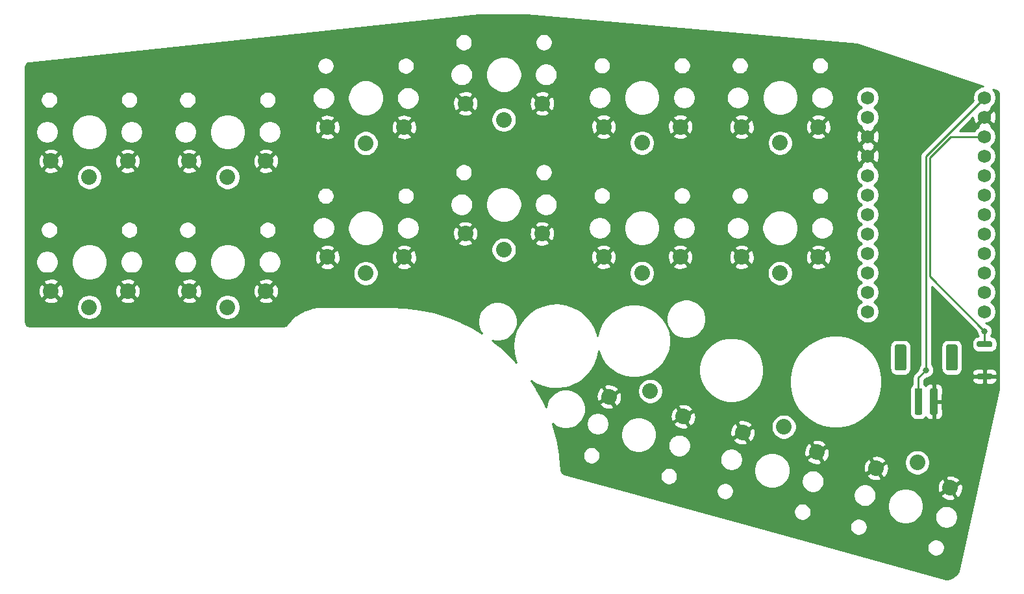
<source format=gbr>
%TF.GenerationSoftware,KiCad,Pcbnew,(5.1.12)-1*%
%TF.CreationDate,2021-12-12T05:01:24+00:00*%
%TF.ProjectId,StenoMi,5374656e-6f4d-4692-9e6b-696361645f70,rev?*%
%TF.SameCoordinates,Original*%
%TF.FileFunction,Copper,L2,Bot*%
%TF.FilePolarity,Positive*%
%FSLAX46Y46*%
G04 Gerber Fmt 4.6, Leading zero omitted, Abs format (unit mm)*
G04 Created by KiCad (PCBNEW (5.1.12)-1) date 2021-12-12 05:01:24*
%MOMM*%
%LPD*%
G01*
G04 APERTURE LIST*
%TA.AperFunction,ComponentPad*%
%ADD10C,1.752600*%
%TD*%
%TA.AperFunction,ComponentPad*%
%ADD11C,2.032000*%
%TD*%
%TA.AperFunction,ViaPad*%
%ADD12C,0.800000*%
%TD*%
%TA.AperFunction,Conductor*%
%ADD13C,0.250000*%
%TD*%
%TA.AperFunction,Conductor*%
%ADD14C,0.254000*%
%TD*%
%TA.AperFunction,Conductor*%
%ADD15C,0.100000*%
%TD*%
G04 APERTURE END LIST*
D10*
%TO.P,U1,1*%
%TO.N,Switch1*%
X143510000Y-41910000D03*
%TO.P,U1,2*%
%TO.N,Switch2*%
X143510000Y-44450000D03*
%TO.P,U1,3*%
%TO.N,gnd*%
X143510000Y-46990000D03*
%TO.P,U1,4*%
X143510000Y-49530000D03*
%TO.P,U1,5*%
%TO.N,Switch3*%
X143510000Y-52070000D03*
%TO.P,U1,6*%
%TO.N,Switch4*%
X143510000Y-54610000D03*
%TO.P,U1,7*%
%TO.N,Switch5*%
X143510000Y-57150000D03*
%TO.P,U1,8*%
%TO.N,Switch6*%
X143510000Y-59690000D03*
%TO.P,U1,9*%
%TO.N,Switch7*%
X143510000Y-62230000D03*
%TO.P,U1,10*%
%TO.N,Switch8*%
X143510000Y-64770000D03*
%TO.P,U1,11*%
%TO.N,Switch9*%
X143510000Y-67310000D03*
%TO.P,U1,13*%
%TO.N,Switch13*%
X158750000Y-69850000D03*
%TO.P,U1,14*%
%TO.N,Switch14*%
X158750000Y-67310000D03*
%TO.P,U1,15*%
%TO.N,Switch15*%
X158750000Y-64770000D03*
%TO.P,U1,16*%
%TO.N,Net-(U1-Pad16)*%
X158750000Y-62230000D03*
%TO.P,U1,17*%
%TO.N,Net-(U1-Pad17)*%
X158750000Y-59690000D03*
%TO.P,U1,18*%
%TO.N,Net-(U1-Pad18)*%
X158750000Y-57150000D03*
%TO.P,U1,19*%
%TO.N,Switch12*%
X158750000Y-54610000D03*
%TO.P,U1,20*%
%TO.N,Switch11*%
X158750000Y-52070000D03*
%TO.P,U1,21*%
%TO.N,Net-(U1-Pad21)*%
X158750000Y-49530000D03*
%TO.P,U1,22*%
%TO.N,reset*%
X158750000Y-46990000D03*
%TO.P,U1,23*%
%TO.N,gnd*%
X158750000Y-44450000D03*
%TO.P,U1,12*%
%TO.N,Switch10*%
X143510000Y-69850000D03*
%TO.P,U1,24*%
%TO.N,raw*%
X158750000Y-41910000D03*
%TD*%
%TO.P,Reset2,1*%
%TO.N,gnd*%
%TA.AperFunction,SMDPad,CuDef*%
G36*
G01*
X159550000Y-78700000D02*
X157950000Y-78700000D01*
G75*
G02*
X157750000Y-78500000I0J200000D01*
G01*
X157750000Y-78100000D01*
G75*
G02*
X157950000Y-77900000I200000J0D01*
G01*
X159550000Y-77900000D01*
G75*
G02*
X159750000Y-78100000I0J-200000D01*
G01*
X159750000Y-78500000D01*
G75*
G02*
X159550000Y-78700000I-200000J0D01*
G01*
G37*
%TD.AperFunction*%
%TO.P,Reset2,2*%
%TO.N,reset*%
%TA.AperFunction,SMDPad,CuDef*%
G36*
G01*
X159550000Y-74500000D02*
X157950000Y-74500000D01*
G75*
G02*
X157750000Y-74300000I0J200000D01*
G01*
X157750000Y-73900000D01*
G75*
G02*
X157950000Y-73700000I200000J0D01*
G01*
X159550000Y-73700000D01*
G75*
G02*
X159750000Y-73900000I0J-200000D01*
G01*
X159750000Y-74300000D01*
G75*
G02*
X159550000Y-74500000I-200000J0D01*
G01*
G37*
%TD.AperFunction*%
%TD*%
%TO.P,BT2,MP*%
%TO.N,N/C*%
%TA.AperFunction,SMDPad,CuDef*%
G36*
G01*
X153730000Y-77290000D02*
X153730000Y-74390000D01*
G75*
G02*
X153980000Y-74140000I250000J0D01*
G01*
X154980000Y-74140000D01*
G75*
G02*
X155230000Y-74390000I0J-250000D01*
G01*
X155230000Y-77290000D01*
G75*
G02*
X154980000Y-77540000I-250000J0D01*
G01*
X153980000Y-77540000D01*
G75*
G02*
X153730000Y-77290000I0J250000D01*
G01*
G37*
%TD.AperFunction*%
%TA.AperFunction,SMDPad,CuDef*%
G36*
G01*
X147030000Y-77290000D02*
X147030000Y-74390000D01*
G75*
G02*
X147280000Y-74140000I250000J0D01*
G01*
X148280000Y-74140000D01*
G75*
G02*
X148530000Y-74390000I0J-250000D01*
G01*
X148530000Y-77290000D01*
G75*
G02*
X148280000Y-77540000I-250000J0D01*
G01*
X147280000Y-77540000D01*
G75*
G02*
X147030000Y-77290000I0J250000D01*
G01*
G37*
%TD.AperFunction*%
%TO.P,BT2,2*%
%TO.N,gnd*%
%TA.AperFunction,SMDPad,CuDef*%
G36*
G01*
X151630000Y-83090000D02*
X151630000Y-80090000D01*
G75*
G02*
X151880000Y-79840000I250000J0D01*
G01*
X152380000Y-79840000D01*
G75*
G02*
X152630000Y-80090000I0J-250000D01*
G01*
X152630000Y-83090000D01*
G75*
G02*
X152380000Y-83340000I-250000J0D01*
G01*
X151880000Y-83340000D01*
G75*
G02*
X151630000Y-83090000I0J250000D01*
G01*
G37*
%TD.AperFunction*%
%TO.P,BT2,1*%
%TO.N,raw*%
%TA.AperFunction,SMDPad,CuDef*%
G36*
G01*
X149630000Y-83090000D02*
X149630000Y-80090000D01*
G75*
G02*
X149880000Y-79840000I250000J0D01*
G01*
X150380000Y-79840000D01*
G75*
G02*
X150630000Y-80090000I0J-250000D01*
G01*
X150630000Y-83090000D01*
G75*
G02*
X150380000Y-83340000I-250000J0D01*
G01*
X149880000Y-83340000D01*
G75*
G02*
X149630000Y-83090000I0J250000D01*
G01*
G37*
%TD.AperFunction*%
%TD*%
D11*
%TO.P,SW15,1*%
%TO.N,Switch15*%
X115154504Y-80218138D03*
%TO.P,SW15,2*%
%TO.N,gnd*%
X119440614Y-83540677D03*
X109781355Y-80952487D03*
%TD*%
%TO.P,SW12,1*%
%TO.N,Switch12*%
X42010210Y-69264687D03*
%TO.P,SW12,2*%
%TO.N,gnd*%
X37010210Y-67164687D03*
X47010210Y-67164687D03*
%TD*%
%TO.P,SW11,1*%
%TO.N,Switch11*%
X60040034Y-69264687D03*
%TO.P,SW11,2*%
%TO.N,gnd*%
X55040034Y-67164687D03*
X65040034Y-67164687D03*
%TD*%
%TO.P,SW10,1*%
%TO.N,Switch10*%
X78057608Y-64833077D03*
%TO.P,SW10,2*%
%TO.N,gnd*%
X73057608Y-62733077D03*
X83057608Y-62733077D03*
%TD*%
%TO.P,SW9,1*%
%TO.N,Switch9*%
X96056221Y-61762250D03*
%TO.P,SW9,2*%
%TO.N,gnd*%
X91056221Y-59662250D03*
X101056221Y-59662250D03*
%TD*%
%TO.P,SW8,1*%
%TO.N,Switch8*%
X114073910Y-64818007D03*
%TO.P,SW8,2*%
%TO.N,gnd*%
X109073910Y-62718007D03*
X119073910Y-62718007D03*
%TD*%
%TO.P,SW7,1*%
%TO.N,Switch7*%
X132076304Y-64818007D03*
%TO.P,SW7,2*%
%TO.N,gnd*%
X127076304Y-62718007D03*
X137076304Y-62718007D03*
%TD*%
%TO.P,SW6,1*%
%TO.N,Switch6*%
X42010210Y-52292980D03*
%TO.P,SW6,2*%
%TO.N,gnd*%
X37010210Y-50192980D03*
X47010210Y-50192980D03*
%TD*%
%TO.P,SW5,1*%
%TO.N,Switch5*%
X60040034Y-52292980D03*
%TO.P,SW5,2*%
%TO.N,gnd*%
X55040034Y-50192980D03*
X65040034Y-50192980D03*
%TD*%
%TO.P,SW4,1*%
%TO.N,Switch4*%
X78057608Y-47861370D03*
%TO.P,SW4,2*%
%TO.N,gnd*%
X73057608Y-45761370D03*
X83057608Y-45761370D03*
%TD*%
%TO.P,SW3,1*%
%TO.N,Switch3*%
X96056221Y-44790543D03*
%TO.P,SW3,2*%
%TO.N,gnd*%
X91056221Y-42690543D03*
X101056221Y-42690543D03*
%TD*%
%TO.P,SW2,1*%
%TO.N,Switch2*%
X114077606Y-47816303D03*
%TO.P,SW2,2*%
%TO.N,gnd*%
X109077606Y-45716303D03*
X119077606Y-45716303D03*
%TD*%
%TO.P,SW1,1*%
%TO.N,Switch1*%
X132080000Y-47816303D03*
%TO.P,SW1,2*%
%TO.N,gnd*%
X127080000Y-45716303D03*
X137080000Y-45716303D03*
%TD*%
%TO.P,SW13,1*%
%TO.N,Switch13*%
X149975727Y-89548457D03*
%TO.P,SW13,2*%
%TO.N,gnd*%
X154261837Y-92870996D03*
X144602578Y-90282806D03*
%TD*%
%TO.P,SW14,1*%
%TO.N,Switch14*%
X132570679Y-84884788D03*
%TO.P,SW14,2*%
%TO.N,gnd*%
X136856789Y-88207327D03*
X127197530Y-85619137D03*
%TD*%
D12*
%TO.N,gnd*%
X151130000Y-85090000D03*
X158750000Y-80010000D03*
%TO.N,reset*%
X158750000Y-72390000D03*
%TO.N,raw*%
X151130000Y-77470000D03*
%TD*%
D13*
%TO.N,reset*%
X158750000Y-46990000D02*
X154306410Y-46990000D01*
X154306410Y-46990000D02*
X151580010Y-49716400D01*
X151580010Y-65220010D02*
X158750000Y-72390000D01*
X151580010Y-49716400D02*
X151580010Y-65220010D01*
X158750000Y-74100000D02*
X158750000Y-72390000D01*
%TO.N,raw*%
X151130000Y-49530000D02*
X151130000Y-77470000D01*
X158750000Y-41910000D02*
X151130000Y-49530000D01*
X150130000Y-81590000D02*
X150130000Y-78470000D01*
X150130000Y-78470000D02*
X151130000Y-77470000D01*
%TD*%
D14*
%TO.N,gnd*%
X142104721Y-34940628D02*
X158516294Y-40415579D01*
X158309170Y-40456778D01*
X158034131Y-40570703D01*
X157786602Y-40736096D01*
X157576096Y-40946602D01*
X157410703Y-41194131D01*
X157296778Y-41469170D01*
X157238700Y-41761150D01*
X157238700Y-42058850D01*
X157286424Y-42298775D01*
X150619003Y-48966196D01*
X150589999Y-48989999D01*
X150543912Y-49046157D01*
X150495026Y-49105724D01*
X150474682Y-49143785D01*
X150424454Y-49237754D01*
X150380997Y-49381015D01*
X150370000Y-49492668D01*
X150370000Y-49492678D01*
X150366324Y-49530000D01*
X150370000Y-49567322D01*
X150370001Y-76766288D01*
X150326063Y-76810226D01*
X150212795Y-76979744D01*
X150134774Y-77168102D01*
X150095000Y-77368061D01*
X150095000Y-77430198D01*
X149618998Y-77906201D01*
X149590000Y-77929999D01*
X149566202Y-77958997D01*
X149566201Y-77958998D01*
X149495026Y-78045724D01*
X149424454Y-78177754D01*
X149400212Y-78257672D01*
X149380998Y-78321014D01*
X149377861Y-78352864D01*
X149366324Y-78470000D01*
X149370001Y-78507332D01*
X149370001Y-79365229D01*
X149252038Y-79462038D01*
X149141595Y-79596614D01*
X149059528Y-79750150D01*
X149008992Y-79916746D01*
X148991928Y-80090000D01*
X148991928Y-83090000D01*
X149008992Y-83263254D01*
X149059528Y-83429850D01*
X149141595Y-83583386D01*
X149252038Y-83717962D01*
X149386614Y-83828405D01*
X149540150Y-83910472D01*
X149706746Y-83961008D01*
X149880000Y-83978072D01*
X150380000Y-83978072D01*
X150553254Y-83961008D01*
X150719850Y-83910472D01*
X150873386Y-83828405D01*
X151007962Y-83717962D01*
X151070969Y-83641187D01*
X151099463Y-83694494D01*
X151178815Y-83791185D01*
X151275506Y-83870537D01*
X151385820Y-83929502D01*
X151505518Y-83965812D01*
X151630000Y-83978072D01*
X151844250Y-83975000D01*
X152003000Y-83816250D01*
X152003000Y-81717000D01*
X152257000Y-81717000D01*
X152257000Y-83816250D01*
X152415750Y-83975000D01*
X152630000Y-83978072D01*
X152754482Y-83965812D01*
X152874180Y-83929502D01*
X152984494Y-83870537D01*
X153081185Y-83791185D01*
X153160537Y-83694494D01*
X153219502Y-83584180D01*
X153255812Y-83464482D01*
X153268072Y-83340000D01*
X153265000Y-81875750D01*
X153106250Y-81717000D01*
X152257000Y-81717000D01*
X152003000Y-81717000D01*
X151983000Y-81717000D01*
X151983000Y-81463000D01*
X152003000Y-81463000D01*
X152003000Y-79363750D01*
X152257000Y-79363750D01*
X152257000Y-81463000D01*
X153106250Y-81463000D01*
X153265000Y-81304250D01*
X153268072Y-79840000D01*
X153255812Y-79715518D01*
X153219502Y-79595820D01*
X153160537Y-79485506D01*
X153081185Y-79388815D01*
X152984494Y-79309463D01*
X152874180Y-79250498D01*
X152754482Y-79214188D01*
X152630000Y-79201928D01*
X152415750Y-79205000D01*
X152257000Y-79363750D01*
X152003000Y-79363750D01*
X151844250Y-79205000D01*
X151630000Y-79201928D01*
X151505518Y-79214188D01*
X151385820Y-79250498D01*
X151275506Y-79309463D01*
X151178815Y-79388815D01*
X151099463Y-79485506D01*
X151070969Y-79538813D01*
X151007962Y-79462038D01*
X150890000Y-79365230D01*
X150890000Y-78784801D01*
X150974801Y-78700000D01*
X157111928Y-78700000D01*
X157124188Y-78824482D01*
X157160498Y-78944180D01*
X157219463Y-79054494D01*
X157298815Y-79151185D01*
X157395506Y-79230537D01*
X157505820Y-79289502D01*
X157625518Y-79325812D01*
X157750000Y-79338072D01*
X158464250Y-79335000D01*
X158623000Y-79176250D01*
X158623000Y-78427000D01*
X158877000Y-78427000D01*
X158877000Y-79176250D01*
X159035750Y-79335000D01*
X159750000Y-79338072D01*
X159874482Y-79325812D01*
X159994180Y-79289502D01*
X160104494Y-79230537D01*
X160201185Y-79151185D01*
X160280537Y-79054494D01*
X160339502Y-78944180D01*
X160375812Y-78824482D01*
X160388072Y-78700000D01*
X160385000Y-78585750D01*
X160226250Y-78427000D01*
X158877000Y-78427000D01*
X158623000Y-78427000D01*
X157273750Y-78427000D01*
X157115000Y-78585750D01*
X157111928Y-78700000D01*
X150974801Y-78700000D01*
X151169802Y-78505000D01*
X151231939Y-78505000D01*
X151431898Y-78465226D01*
X151620256Y-78387205D01*
X151789774Y-78273937D01*
X151933937Y-78129774D01*
X152047205Y-77960256D01*
X152125226Y-77771898D01*
X152165000Y-77571939D01*
X152165000Y-77368061D01*
X152125226Y-77168102D01*
X152047205Y-76979744D01*
X151933937Y-76810226D01*
X151890000Y-76766289D01*
X151890000Y-74390000D01*
X153091928Y-74390000D01*
X153091928Y-77290000D01*
X153108992Y-77463254D01*
X153159528Y-77629850D01*
X153241595Y-77783386D01*
X153352038Y-77917962D01*
X153486614Y-78028405D01*
X153640150Y-78110472D01*
X153806746Y-78161008D01*
X153980000Y-78178072D01*
X154980000Y-78178072D01*
X155153254Y-78161008D01*
X155319850Y-78110472D01*
X155473386Y-78028405D01*
X155607962Y-77917962D01*
X155622702Y-77900000D01*
X157111928Y-77900000D01*
X157115000Y-78014250D01*
X157273750Y-78173000D01*
X158623000Y-78173000D01*
X158623000Y-77423750D01*
X158877000Y-77423750D01*
X158877000Y-78173000D01*
X160226250Y-78173000D01*
X160385000Y-78014250D01*
X160388072Y-77900000D01*
X160375812Y-77775518D01*
X160339502Y-77655820D01*
X160280537Y-77545506D01*
X160201185Y-77448815D01*
X160104494Y-77369463D01*
X159994180Y-77310498D01*
X159874482Y-77274188D01*
X159750000Y-77261928D01*
X159035750Y-77265000D01*
X158877000Y-77423750D01*
X158623000Y-77423750D01*
X158464250Y-77265000D01*
X157750000Y-77261928D01*
X157625518Y-77274188D01*
X157505820Y-77310498D01*
X157395506Y-77369463D01*
X157298815Y-77448815D01*
X157219463Y-77545506D01*
X157160498Y-77655820D01*
X157124188Y-77775518D01*
X157111928Y-77900000D01*
X155622702Y-77900000D01*
X155718405Y-77783386D01*
X155800472Y-77629850D01*
X155851008Y-77463254D01*
X155868072Y-77290000D01*
X155868072Y-74390000D01*
X155851008Y-74216746D01*
X155800472Y-74050150D01*
X155718405Y-73896614D01*
X155607962Y-73762038D01*
X155473386Y-73651595D01*
X155319850Y-73569528D01*
X155153254Y-73518992D01*
X154980000Y-73501928D01*
X153980000Y-73501928D01*
X153806746Y-73518992D01*
X153640150Y-73569528D01*
X153486614Y-73651595D01*
X153352038Y-73762038D01*
X153241595Y-73896614D01*
X153159528Y-74050150D01*
X153108992Y-74216746D01*
X153091928Y-74390000D01*
X151890000Y-74390000D01*
X151890000Y-66604801D01*
X157715000Y-72429802D01*
X157715000Y-72491939D01*
X157754774Y-72691898D01*
X157832795Y-72880256D01*
X157946063Y-73049774D01*
X157958217Y-73061928D01*
X157950000Y-73061928D01*
X157786500Y-73078031D01*
X157629284Y-73125722D01*
X157484392Y-73203169D01*
X157357394Y-73307394D01*
X157253169Y-73434392D01*
X157175722Y-73579284D01*
X157128031Y-73736500D01*
X157111928Y-73900000D01*
X157111928Y-74300000D01*
X157128031Y-74463500D01*
X157175722Y-74620716D01*
X157253169Y-74765608D01*
X157357394Y-74892606D01*
X157484392Y-74996831D01*
X157629284Y-75074278D01*
X157786500Y-75121969D01*
X157950000Y-75138072D01*
X159550000Y-75138072D01*
X159713500Y-75121969D01*
X159870716Y-75074278D01*
X160015608Y-74996831D01*
X160142606Y-74892606D01*
X160246831Y-74765608D01*
X160324278Y-74620716D01*
X160371969Y-74463500D01*
X160388072Y-74300000D01*
X160388072Y-73900000D01*
X160371969Y-73736500D01*
X160324278Y-73579284D01*
X160246831Y-73434392D01*
X160142606Y-73307394D01*
X160015608Y-73203169D01*
X159870716Y-73125722D01*
X159713500Y-73078031D01*
X159550000Y-73061928D01*
X159541783Y-73061928D01*
X159553937Y-73049774D01*
X159667205Y-72880256D01*
X159745226Y-72691898D01*
X159785000Y-72491939D01*
X159785000Y-72288061D01*
X159745226Y-72088102D01*
X159667205Y-71899744D01*
X159553937Y-71730226D01*
X159409774Y-71586063D01*
X159240256Y-71472795D01*
X159051898Y-71394774D01*
X158883611Y-71361300D01*
X158898850Y-71361300D01*
X159190830Y-71303222D01*
X159465869Y-71189297D01*
X159713398Y-71023904D01*
X159923904Y-70813398D01*
X160089297Y-70565869D01*
X160203222Y-70290830D01*
X160261300Y-69998850D01*
X160261300Y-69701150D01*
X160203222Y-69409170D01*
X160089297Y-69134131D01*
X159923904Y-68886602D01*
X159713398Y-68676096D01*
X159569580Y-68580000D01*
X159713398Y-68483904D01*
X159923904Y-68273398D01*
X160089297Y-68025869D01*
X160203222Y-67750830D01*
X160261300Y-67458850D01*
X160261300Y-67161150D01*
X160203222Y-66869170D01*
X160089297Y-66594131D01*
X159923904Y-66346602D01*
X159713398Y-66136096D01*
X159569580Y-66040000D01*
X159713398Y-65943904D01*
X159923904Y-65733398D01*
X160089297Y-65485869D01*
X160203222Y-65210830D01*
X160261300Y-64918850D01*
X160261300Y-64621150D01*
X160203222Y-64329170D01*
X160089297Y-64054131D01*
X159923904Y-63806602D01*
X159713398Y-63596096D01*
X159569580Y-63500000D01*
X159713398Y-63403904D01*
X159923904Y-63193398D01*
X160089297Y-62945869D01*
X160203222Y-62670830D01*
X160261300Y-62378850D01*
X160261300Y-62081150D01*
X160203222Y-61789170D01*
X160089297Y-61514131D01*
X159923904Y-61266602D01*
X159713398Y-61056096D01*
X159569580Y-60960000D01*
X159713398Y-60863904D01*
X159923904Y-60653398D01*
X160089297Y-60405869D01*
X160203222Y-60130830D01*
X160261300Y-59838850D01*
X160261300Y-59541150D01*
X160203222Y-59249170D01*
X160089297Y-58974131D01*
X159923904Y-58726602D01*
X159713398Y-58516096D01*
X159569580Y-58420000D01*
X159713398Y-58323904D01*
X159923904Y-58113398D01*
X160089297Y-57865869D01*
X160203222Y-57590830D01*
X160261300Y-57298850D01*
X160261300Y-57001150D01*
X160203222Y-56709170D01*
X160089297Y-56434131D01*
X159923904Y-56186602D01*
X159713398Y-55976096D01*
X159569580Y-55880000D01*
X159713398Y-55783904D01*
X159923904Y-55573398D01*
X160089297Y-55325869D01*
X160203222Y-55050830D01*
X160261300Y-54758850D01*
X160261300Y-54461150D01*
X160203222Y-54169170D01*
X160089297Y-53894131D01*
X159923904Y-53646602D01*
X159713398Y-53436096D01*
X159569580Y-53340000D01*
X159713398Y-53243904D01*
X159923904Y-53033398D01*
X160089297Y-52785869D01*
X160203222Y-52510830D01*
X160261300Y-52218850D01*
X160261300Y-51921150D01*
X160203222Y-51629170D01*
X160089297Y-51354131D01*
X159923904Y-51106602D01*
X159713398Y-50896096D01*
X159569580Y-50800000D01*
X159713398Y-50703904D01*
X159923904Y-50493398D01*
X160089297Y-50245869D01*
X160203222Y-49970830D01*
X160261300Y-49678850D01*
X160261300Y-49381150D01*
X160203222Y-49089170D01*
X160089297Y-48814131D01*
X159923904Y-48566602D01*
X159713398Y-48356096D01*
X159569580Y-48260000D01*
X159713398Y-48163904D01*
X159923904Y-47953398D01*
X160089297Y-47705869D01*
X160203222Y-47430830D01*
X160261300Y-47138850D01*
X160261300Y-46841150D01*
X160203222Y-46549170D01*
X160089297Y-46274131D01*
X159923904Y-46026602D01*
X159713398Y-45816096D01*
X159550191Y-45707045D01*
X159617563Y-45497169D01*
X158750000Y-44629605D01*
X157882437Y-45497169D01*
X157949809Y-45707045D01*
X157786602Y-45816096D01*
X157576096Y-46026602D01*
X157440190Y-46230000D01*
X155504802Y-46230000D01*
X157233772Y-44501030D01*
X157232887Y-44517491D01*
X157275204Y-44812167D01*
X157374198Y-45092927D01*
X157451071Y-45236746D01*
X157702831Y-45317563D01*
X158570395Y-44450000D01*
X158929605Y-44450000D01*
X159797169Y-45317563D01*
X160048929Y-45236746D01*
X160177457Y-44968221D01*
X160251129Y-44679781D01*
X160267113Y-44382509D01*
X160224796Y-44087833D01*
X160125802Y-43807073D01*
X160048929Y-43663254D01*
X159797169Y-43582437D01*
X158929605Y-44450000D01*
X158570395Y-44450000D01*
X158556252Y-44435858D01*
X158735858Y-44256252D01*
X158750000Y-44270395D01*
X159617563Y-43402831D01*
X159550191Y-43192955D01*
X159713398Y-43083904D01*
X159923904Y-42873398D01*
X160089297Y-42625869D01*
X160203222Y-42350830D01*
X160261300Y-42058850D01*
X160261300Y-41761150D01*
X160203222Y-41469170D01*
X160089297Y-41194131D01*
X159923904Y-40946602D01*
X159831707Y-40854405D01*
X160174404Y-40968729D01*
X160315736Y-41029820D01*
X160412599Y-41096584D01*
X160494652Y-41180891D01*
X160558767Y-41279530D01*
X160602502Y-41388745D01*
X160627663Y-41522892D01*
X160629649Y-41565448D01*
X160630000Y-79937339D01*
X155322452Y-103751072D01*
X155153693Y-104019420D01*
X154902177Y-104285716D01*
X154603732Y-104498083D01*
X154269719Y-104648440D01*
X153902216Y-104733521D01*
X153738024Y-104744189D01*
X138472841Y-100544018D01*
X151273488Y-100544018D01*
X151273488Y-100766668D01*
X151316925Y-100985039D01*
X151402129Y-101190741D01*
X151525827Y-101375867D01*
X151683264Y-101533304D01*
X151868390Y-101657002D01*
X152074092Y-101742206D01*
X152292463Y-101785643D01*
X152515113Y-101785643D01*
X152733484Y-101742206D01*
X152939186Y-101657002D01*
X153124312Y-101533304D01*
X153281749Y-101375867D01*
X153405447Y-101190741D01*
X153490651Y-100985039D01*
X153534088Y-100766668D01*
X153534088Y-100544018D01*
X153490651Y-100325647D01*
X153405447Y-100119945D01*
X153281749Y-99934819D01*
X153124312Y-99777382D01*
X152939186Y-99653684D01*
X152733484Y-99568480D01*
X152515113Y-99525043D01*
X152292463Y-99525043D01*
X152074092Y-99568480D01*
X151868390Y-99653684D01*
X151683264Y-99777382D01*
X151525827Y-99934819D01*
X151402129Y-100119945D01*
X151316925Y-100325647D01*
X151273488Y-100544018D01*
X138472841Y-100544018D01*
X128652381Y-97841947D01*
X141189222Y-97841947D01*
X141189222Y-98064597D01*
X141232659Y-98282968D01*
X141317863Y-98488670D01*
X141441561Y-98673796D01*
X141598998Y-98831233D01*
X141784124Y-98954931D01*
X141989826Y-99040135D01*
X142208197Y-99083572D01*
X142430847Y-99083572D01*
X142649218Y-99040135D01*
X142854920Y-98954931D01*
X143040046Y-98831233D01*
X143197483Y-98673796D01*
X143321181Y-98488670D01*
X143406385Y-98282968D01*
X143449822Y-98064597D01*
X143449822Y-97841947D01*
X143406385Y-97623576D01*
X143321181Y-97417874D01*
X143197483Y-97232748D01*
X143040046Y-97075311D01*
X142854920Y-96951613D01*
X142649218Y-96866409D01*
X142430847Y-96822972D01*
X142208197Y-96822972D01*
X141989826Y-96866409D01*
X141784124Y-96951613D01*
X141598998Y-97075311D01*
X141441561Y-97232748D01*
X141317863Y-97417874D01*
X141232659Y-97623576D01*
X141189222Y-97841947D01*
X128652381Y-97841947D01*
X121523110Y-95880349D01*
X133868440Y-95880349D01*
X133868440Y-96102999D01*
X133911877Y-96321370D01*
X133997081Y-96527072D01*
X134120779Y-96712198D01*
X134278216Y-96869635D01*
X134463342Y-96993333D01*
X134669044Y-97078537D01*
X134887415Y-97121974D01*
X135110065Y-97121974D01*
X135328436Y-97078537D01*
X135534138Y-96993333D01*
X135719264Y-96869635D01*
X135876701Y-96712198D01*
X136000399Y-96527072D01*
X136085603Y-96321370D01*
X136129040Y-96102999D01*
X136129040Y-95880349D01*
X136085603Y-95661978D01*
X136000399Y-95456276D01*
X135876701Y-95271150D01*
X135719264Y-95113713D01*
X135534138Y-94990015D01*
X135328436Y-94904811D01*
X135110065Y-94861374D01*
X134887415Y-94861374D01*
X134669044Y-94904811D01*
X134463342Y-94990015D01*
X134278216Y-95113713D01*
X134120779Y-95271150D01*
X133997081Y-95456276D01*
X133911877Y-95661978D01*
X133868440Y-95880349D01*
X121523110Y-95880349D01*
X111702650Y-93178278D01*
X123784174Y-93178278D01*
X123784174Y-93400928D01*
X123827611Y-93619299D01*
X123912815Y-93825001D01*
X124036513Y-94010127D01*
X124193950Y-94167564D01*
X124379076Y-94291262D01*
X124584778Y-94376466D01*
X124803149Y-94419903D01*
X125025799Y-94419903D01*
X125244170Y-94376466D01*
X125449872Y-94291262D01*
X125634998Y-94167564D01*
X125792435Y-94010127D01*
X125916133Y-93825001D01*
X125977202Y-93677566D01*
X141650203Y-93677566D01*
X141650203Y-93970262D01*
X141707305Y-94257335D01*
X141819315Y-94527752D01*
X141981929Y-94771120D01*
X142188897Y-94978088D01*
X142432265Y-95140702D01*
X142702682Y-95252712D01*
X142989755Y-95309814D01*
X143282451Y-95309814D01*
X143569524Y-95252712D01*
X143839941Y-95140702D01*
X144026550Y-95016013D01*
X146099195Y-95016013D01*
X146099195Y-95478825D01*
X146189485Y-95932743D01*
X146366595Y-96360324D01*
X146623719Y-96745138D01*
X146950976Y-97072395D01*
X147335790Y-97329519D01*
X147763371Y-97506629D01*
X148217289Y-97596919D01*
X148680101Y-97596919D01*
X149134019Y-97506629D01*
X149561600Y-97329519D01*
X149946414Y-97072395D01*
X150273671Y-96745138D01*
X150421045Y-96524576D01*
X152275387Y-96524576D01*
X152275387Y-96817272D01*
X152332489Y-97104345D01*
X152444499Y-97374762D01*
X152607113Y-97618130D01*
X152814081Y-97825098D01*
X153057449Y-97987712D01*
X153327866Y-98099722D01*
X153614939Y-98156824D01*
X153907635Y-98156824D01*
X154194708Y-98099722D01*
X154465125Y-97987712D01*
X154708493Y-97825098D01*
X154915461Y-97618130D01*
X155078075Y-97374762D01*
X155190085Y-97104345D01*
X155247187Y-96817272D01*
X155247187Y-96524576D01*
X155190085Y-96237503D01*
X155078075Y-95967086D01*
X154915461Y-95723718D01*
X154708493Y-95516750D01*
X154465125Y-95354136D01*
X154194708Y-95242126D01*
X153907635Y-95185024D01*
X153614939Y-95185024D01*
X153327866Y-95242126D01*
X153057449Y-95354136D01*
X152814081Y-95516750D01*
X152607113Y-95723718D01*
X152444499Y-95967086D01*
X152332489Y-96237503D01*
X152275387Y-96524576D01*
X150421045Y-96524576D01*
X150530795Y-96360324D01*
X150707905Y-95932743D01*
X150798195Y-95478825D01*
X150798195Y-95016013D01*
X150707905Y-94562095D01*
X150530795Y-94134514D01*
X150273671Y-93749700D01*
X150252379Y-93728408D01*
X153030756Y-93728408D01*
X153056268Y-94010665D01*
X153301772Y-94223962D01*
X153584169Y-94385265D01*
X153892609Y-94488375D01*
X154215239Y-94529330D01*
X154539659Y-94506556D01*
X154736056Y-94460763D01*
X154899278Y-94229077D01*
X154215352Y-93044481D01*
X153030756Y-93728408D01*
X150252379Y-93728408D01*
X149946414Y-93422443D01*
X149561600Y-93165319D01*
X149134019Y-92988209D01*
X148680101Y-92897919D01*
X148217289Y-92897919D01*
X147763371Y-92988209D01*
X147335790Y-93165319D01*
X146950976Y-93422443D01*
X146623719Y-93749700D01*
X146366595Y-94134514D01*
X146189485Y-94562095D01*
X146099195Y-95016013D01*
X144026550Y-95016013D01*
X144083309Y-94978088D01*
X144290277Y-94771120D01*
X144452891Y-94527752D01*
X144564901Y-94257335D01*
X144622003Y-93970262D01*
X144622003Y-93677566D01*
X144564901Y-93390493D01*
X144452891Y-93120076D01*
X144290277Y-92876708D01*
X144237967Y-92824398D01*
X152603503Y-92824398D01*
X152626277Y-93148818D01*
X152672070Y-93345215D01*
X152903756Y-93508437D01*
X153927323Y-92917481D01*
X154435322Y-92917481D01*
X155119249Y-94102077D01*
X155401506Y-94076565D01*
X155614803Y-93831061D01*
X155776106Y-93548664D01*
X155879216Y-93240224D01*
X155920171Y-92917594D01*
X155897397Y-92593174D01*
X155851604Y-92396777D01*
X155619918Y-92233555D01*
X154435322Y-92917481D01*
X153927323Y-92917481D01*
X154088352Y-92824511D01*
X153404425Y-91639915D01*
X153122168Y-91665427D01*
X152908871Y-91910931D01*
X152747568Y-92193328D01*
X152644458Y-92501768D01*
X152603503Y-92824398D01*
X144237967Y-92824398D01*
X144083309Y-92669740D01*
X143839941Y-92507126D01*
X143569524Y-92395116D01*
X143282451Y-92338014D01*
X142989755Y-92338014D01*
X142702682Y-92395116D01*
X142432265Y-92507126D01*
X142188897Y-92669740D01*
X141981929Y-92876708D01*
X141819315Y-93120076D01*
X141707305Y-93390493D01*
X141650203Y-93677566D01*
X125977202Y-93677566D01*
X126001337Y-93619299D01*
X126044774Y-93400928D01*
X126044774Y-93178278D01*
X126001337Y-92959907D01*
X125916133Y-92754205D01*
X125792435Y-92569079D01*
X125634998Y-92411642D01*
X125449872Y-92287944D01*
X125244170Y-92202740D01*
X125025799Y-92159303D01*
X124803149Y-92159303D01*
X124584778Y-92202740D01*
X124379076Y-92287944D01*
X124193950Y-92411642D01*
X124036513Y-92569079D01*
X123912815Y-92754205D01*
X123827611Y-92959907D01*
X123784174Y-93178278D01*
X111702650Y-93178278D01*
X104562545Y-91213699D01*
X116452265Y-91213699D01*
X116452265Y-91436349D01*
X116495702Y-91654720D01*
X116580906Y-91860422D01*
X116704604Y-92045548D01*
X116862041Y-92202985D01*
X117047167Y-92326683D01*
X117252869Y-92411887D01*
X117471240Y-92455324D01*
X117693890Y-92455324D01*
X117912261Y-92411887D01*
X118117963Y-92326683D01*
X118303089Y-92202985D01*
X118460526Y-92045548D01*
X118584224Y-91860422D01*
X118669428Y-91654720D01*
X118712865Y-91436349D01*
X118712865Y-91213699D01*
X118669428Y-90995328D01*
X118584224Y-90789626D01*
X118460526Y-90604500D01*
X118303089Y-90447063D01*
X118117963Y-90323365D01*
X117912261Y-90238161D01*
X117693890Y-90194724D01*
X117471240Y-90194724D01*
X117252869Y-90238161D01*
X117047167Y-90323365D01*
X116862041Y-90447063D01*
X116704604Y-90604500D01*
X116580906Y-90789626D01*
X116495702Y-90995328D01*
X116452265Y-91213699D01*
X104562545Y-91213699D01*
X103952485Y-91045843D01*
X103825506Y-90991977D01*
X103728667Y-90926197D01*
X103646447Y-90842859D01*
X103581982Y-90745140D01*
X103537724Y-90636759D01*
X103511912Y-90504126D01*
X103508697Y-90441195D01*
X103508211Y-90437951D01*
X103507401Y-90421585D01*
X103381529Y-88867660D01*
X103380876Y-88862406D01*
X103380590Y-88857116D01*
X103375286Y-88815994D01*
X103326263Y-88511628D01*
X106367999Y-88511628D01*
X106367999Y-88734278D01*
X106411436Y-88952649D01*
X106496640Y-89158351D01*
X106620338Y-89343477D01*
X106777775Y-89500914D01*
X106962901Y-89624612D01*
X107168603Y-89709816D01*
X107386974Y-89753253D01*
X107609624Y-89753253D01*
X107827995Y-89709816D01*
X108033697Y-89624612D01*
X108218823Y-89500914D01*
X108376260Y-89343477D01*
X108499958Y-89158351D01*
X108559792Y-89013897D01*
X124245155Y-89013897D01*
X124245155Y-89306593D01*
X124302257Y-89593666D01*
X124414267Y-89864083D01*
X124576881Y-90107451D01*
X124783849Y-90314419D01*
X125027217Y-90477033D01*
X125297634Y-90589043D01*
X125584707Y-90646145D01*
X125877403Y-90646145D01*
X126164476Y-90589043D01*
X126434893Y-90477033D01*
X126621502Y-90352344D01*
X128694147Y-90352344D01*
X128694147Y-90815156D01*
X128784437Y-91269074D01*
X128961547Y-91696655D01*
X129218671Y-92081469D01*
X129545928Y-92408726D01*
X129930742Y-92665850D01*
X130358323Y-92842960D01*
X130812241Y-92933250D01*
X131275053Y-92933250D01*
X131728971Y-92842960D01*
X132156552Y-92665850D01*
X132541366Y-92408726D01*
X132868623Y-92081469D01*
X133015997Y-91860907D01*
X134870339Y-91860907D01*
X134870339Y-92153603D01*
X134927441Y-92440676D01*
X135039451Y-92711093D01*
X135202065Y-92954461D01*
X135409033Y-93161429D01*
X135652401Y-93324043D01*
X135922818Y-93436053D01*
X136209891Y-93493155D01*
X136502587Y-93493155D01*
X136789660Y-93436053D01*
X137060077Y-93324043D01*
X137303445Y-93161429D01*
X137510413Y-92954461D01*
X137673027Y-92711093D01*
X137785037Y-92440676D01*
X137842139Y-92153603D01*
X137842139Y-91860907D01*
X137785037Y-91573834D01*
X137673027Y-91303417D01*
X137563981Y-91140218D01*
X143371497Y-91140218D01*
X143397009Y-91422475D01*
X143642513Y-91635772D01*
X143924910Y-91797075D01*
X144233350Y-91900185D01*
X144555980Y-91941140D01*
X144880400Y-91918366D01*
X145076797Y-91872573D01*
X145240019Y-91640887D01*
X144556093Y-90456291D01*
X143371497Y-91140218D01*
X137563981Y-91140218D01*
X137510413Y-91060049D01*
X137303445Y-90853081D01*
X137060077Y-90690467D01*
X136789660Y-90578457D01*
X136502587Y-90521355D01*
X136209891Y-90521355D01*
X135922818Y-90578457D01*
X135652401Y-90690467D01*
X135409033Y-90853081D01*
X135202065Y-91060049D01*
X135039451Y-91303417D01*
X134927441Y-91573834D01*
X134870339Y-91860907D01*
X133015997Y-91860907D01*
X133125747Y-91696655D01*
X133302857Y-91269074D01*
X133393147Y-90815156D01*
X133393147Y-90352344D01*
X133370047Y-90236208D01*
X142944244Y-90236208D01*
X142967018Y-90560628D01*
X143012811Y-90757025D01*
X143244497Y-90920247D01*
X144268064Y-90329291D01*
X144776063Y-90329291D01*
X145459990Y-91513887D01*
X145470743Y-91512915D01*
X153624396Y-91512915D01*
X154308322Y-92697511D01*
X155492918Y-92013584D01*
X155467406Y-91731327D01*
X155221902Y-91518030D01*
X154939505Y-91356727D01*
X154631065Y-91253617D01*
X154308435Y-91212662D01*
X153984015Y-91235436D01*
X153787618Y-91281229D01*
X153624396Y-91512915D01*
X145470743Y-91512915D01*
X145742247Y-91488375D01*
X145955544Y-91242871D01*
X146116847Y-90960474D01*
X146219957Y-90652034D01*
X146260912Y-90329404D01*
X146238138Y-90004984D01*
X146192345Y-89808587D01*
X145960659Y-89645365D01*
X144776063Y-90329291D01*
X144268064Y-90329291D01*
X144429093Y-90236321D01*
X143745166Y-89051725D01*
X143462909Y-89077237D01*
X143249612Y-89322741D01*
X143088309Y-89605138D01*
X142985199Y-89913578D01*
X142944244Y-90236208D01*
X133370047Y-90236208D01*
X133302857Y-89898426D01*
X133125747Y-89470845D01*
X132868623Y-89086031D01*
X132847331Y-89064739D01*
X135625708Y-89064739D01*
X135651220Y-89346996D01*
X135896724Y-89560293D01*
X136179121Y-89721596D01*
X136487561Y-89824706D01*
X136810191Y-89865661D01*
X137134611Y-89842887D01*
X137331008Y-89797094D01*
X137494230Y-89565408D01*
X136810304Y-88380812D01*
X135625708Y-89064739D01*
X132847331Y-89064739D01*
X132541366Y-88758774D01*
X132156552Y-88501650D01*
X131728971Y-88324540D01*
X131275053Y-88234250D01*
X130812241Y-88234250D01*
X130358323Y-88324540D01*
X129930742Y-88501650D01*
X129545928Y-88758774D01*
X129218671Y-89086031D01*
X128961547Y-89470845D01*
X128784437Y-89898426D01*
X128694147Y-90352344D01*
X126621502Y-90352344D01*
X126678261Y-90314419D01*
X126885229Y-90107451D01*
X127047843Y-89864083D01*
X127159853Y-89593666D01*
X127216955Y-89306593D01*
X127216955Y-89013897D01*
X127159853Y-88726824D01*
X127047843Y-88456407D01*
X126885229Y-88213039D01*
X126832919Y-88160729D01*
X135198455Y-88160729D01*
X135221229Y-88485149D01*
X135267022Y-88681546D01*
X135498708Y-88844768D01*
X136522275Y-88253812D01*
X137030274Y-88253812D01*
X137714201Y-89438408D01*
X137996458Y-89412896D01*
X138209755Y-89167392D01*
X138348364Y-88924725D01*
X143965137Y-88924725D01*
X144649063Y-90109321D01*
X145833659Y-89425394D01*
X145830085Y-89385848D01*
X148324727Y-89385848D01*
X148324727Y-89711066D01*
X148388174Y-90030036D01*
X148512630Y-90330499D01*
X148693312Y-90600908D01*
X148923276Y-90830872D01*
X149193685Y-91011554D01*
X149494148Y-91136010D01*
X149813118Y-91199457D01*
X150138336Y-91199457D01*
X150457306Y-91136010D01*
X150757769Y-91011554D01*
X151028178Y-90830872D01*
X151258142Y-90600908D01*
X151438824Y-90330499D01*
X151563280Y-90030036D01*
X151626727Y-89711066D01*
X151626727Y-89385848D01*
X151563280Y-89066878D01*
X151438824Y-88766415D01*
X151258142Y-88496006D01*
X151028178Y-88266042D01*
X150757769Y-88085360D01*
X150457306Y-87960904D01*
X150138336Y-87897457D01*
X149813118Y-87897457D01*
X149494148Y-87960904D01*
X149193685Y-88085360D01*
X148923276Y-88266042D01*
X148693312Y-88496006D01*
X148512630Y-88766415D01*
X148388174Y-89066878D01*
X148324727Y-89385848D01*
X145830085Y-89385848D01*
X145808147Y-89143137D01*
X145562643Y-88929840D01*
X145280246Y-88768537D01*
X144971806Y-88665427D01*
X144649176Y-88624472D01*
X144324756Y-88647246D01*
X144128359Y-88693039D01*
X143965137Y-88924725D01*
X138348364Y-88924725D01*
X138371058Y-88884995D01*
X138474168Y-88576555D01*
X138515123Y-88253925D01*
X138492349Y-87929505D01*
X138446556Y-87733108D01*
X138214870Y-87569886D01*
X137030274Y-88253812D01*
X136522275Y-88253812D01*
X136683304Y-88160842D01*
X135999377Y-86976246D01*
X135717120Y-87001758D01*
X135503823Y-87247262D01*
X135342520Y-87529659D01*
X135239410Y-87838099D01*
X135198455Y-88160729D01*
X126832919Y-88160729D01*
X126678261Y-88006071D01*
X126434893Y-87843457D01*
X126164476Y-87731447D01*
X125877403Y-87674345D01*
X125584707Y-87674345D01*
X125297634Y-87731447D01*
X125027217Y-87843457D01*
X124783849Y-88006071D01*
X124576881Y-88213039D01*
X124414267Y-88456407D01*
X124302257Y-88726824D01*
X124245155Y-89013897D01*
X108559792Y-89013897D01*
X108585162Y-88952649D01*
X108628599Y-88734278D01*
X108628599Y-88511628D01*
X108585162Y-88293257D01*
X108499958Y-88087555D01*
X108376260Y-87902429D01*
X108218823Y-87744992D01*
X108033697Y-87621294D01*
X107827995Y-87536090D01*
X107609624Y-87492653D01*
X107386974Y-87492653D01*
X107168603Y-87536090D01*
X106962901Y-87621294D01*
X106777775Y-87744992D01*
X106620338Y-87902429D01*
X106496640Y-88087555D01*
X106411436Y-88293257D01*
X106367999Y-88511628D01*
X103326263Y-88511628D01*
X103081746Y-86993547D01*
X103080239Y-86986204D01*
X103079197Y-86978792D01*
X103070400Y-86938273D01*
X102622265Y-85147560D01*
X102620137Y-85140374D01*
X102618465Y-85133076D01*
X102606239Y-85093457D01*
X102384998Y-84449100D01*
X102492898Y-84557000D01*
X102916093Y-84839769D01*
X103386322Y-85034544D01*
X103885514Y-85133840D01*
X104394486Y-85133840D01*
X104893678Y-85034544D01*
X105363907Y-84839769D01*
X105787102Y-84557000D01*
X105996855Y-84347247D01*
X106828980Y-84347247D01*
X106828980Y-84639943D01*
X106886082Y-84927016D01*
X106998092Y-85197433D01*
X107160706Y-85440801D01*
X107367674Y-85647769D01*
X107611042Y-85810383D01*
X107881459Y-85922393D01*
X108168532Y-85979495D01*
X108461228Y-85979495D01*
X108748301Y-85922393D01*
X109018718Y-85810383D01*
X109205327Y-85685694D01*
X111277972Y-85685694D01*
X111277972Y-86148506D01*
X111368262Y-86602424D01*
X111545372Y-87030005D01*
X111802496Y-87414819D01*
X112129753Y-87742076D01*
X112514567Y-87999200D01*
X112942148Y-88176310D01*
X113396066Y-88266600D01*
X113858878Y-88266600D01*
X114312796Y-88176310D01*
X114740377Y-87999200D01*
X115125191Y-87742076D01*
X115452448Y-87414819D01*
X115599822Y-87194257D01*
X117454164Y-87194257D01*
X117454164Y-87486953D01*
X117511266Y-87774026D01*
X117623276Y-88044443D01*
X117785890Y-88287811D01*
X117992858Y-88494779D01*
X118236226Y-88657393D01*
X118506643Y-88769403D01*
X118793716Y-88826505D01*
X119086412Y-88826505D01*
X119373485Y-88769403D01*
X119643902Y-88657393D01*
X119887270Y-88494779D01*
X120094238Y-88287811D01*
X120256852Y-88044443D01*
X120368862Y-87774026D01*
X120425964Y-87486953D01*
X120425964Y-87194257D01*
X120368862Y-86907184D01*
X120256852Y-86636767D01*
X120149798Y-86476549D01*
X125966449Y-86476549D01*
X125991961Y-86758806D01*
X126237465Y-86972103D01*
X126519862Y-87133406D01*
X126828302Y-87236516D01*
X127150932Y-87277471D01*
X127475352Y-87254697D01*
X127671749Y-87208904D01*
X127834971Y-86977218D01*
X127151045Y-85792622D01*
X125966449Y-86476549D01*
X120149798Y-86476549D01*
X120094238Y-86393399D01*
X119887270Y-86186431D01*
X119643902Y-86023817D01*
X119373485Y-85911807D01*
X119086412Y-85854705D01*
X118793716Y-85854705D01*
X118506643Y-85911807D01*
X118236226Y-86023817D01*
X117992858Y-86186431D01*
X117785890Y-86393399D01*
X117623276Y-86636767D01*
X117511266Y-86907184D01*
X117454164Y-87194257D01*
X115599822Y-87194257D01*
X115709572Y-87030005D01*
X115886682Y-86602424D01*
X115976972Y-86148506D01*
X115976972Y-85685694D01*
X115954465Y-85572539D01*
X125539196Y-85572539D01*
X125561970Y-85896959D01*
X125607763Y-86093356D01*
X125839449Y-86256578D01*
X126863016Y-85665622D01*
X127371015Y-85665622D01*
X128054942Y-86850218D01*
X128065695Y-86849246D01*
X136219348Y-86849246D01*
X136903274Y-88033842D01*
X138087870Y-87349915D01*
X138062358Y-87067658D01*
X137816854Y-86854361D01*
X137534457Y-86693058D01*
X137226017Y-86589948D01*
X136903387Y-86548993D01*
X136578967Y-86571767D01*
X136382570Y-86617560D01*
X136219348Y-86849246D01*
X128065695Y-86849246D01*
X128337199Y-86824706D01*
X128550496Y-86579202D01*
X128711799Y-86296805D01*
X128814909Y-85988365D01*
X128855864Y-85665735D01*
X128833090Y-85341315D01*
X128787297Y-85144918D01*
X128555611Y-84981696D01*
X127371015Y-85665622D01*
X126863016Y-85665622D01*
X127024045Y-85572652D01*
X126340118Y-84388056D01*
X126057861Y-84413568D01*
X125844564Y-84659072D01*
X125683261Y-84941469D01*
X125580151Y-85249909D01*
X125539196Y-85572539D01*
X115954465Y-85572539D01*
X115886682Y-85231776D01*
X115709572Y-84804195D01*
X115452448Y-84419381D01*
X115431156Y-84398089D01*
X118209533Y-84398089D01*
X118235045Y-84680346D01*
X118480549Y-84893643D01*
X118762946Y-85054946D01*
X119071386Y-85158056D01*
X119394016Y-85199011D01*
X119718436Y-85176237D01*
X119914833Y-85130444D01*
X120078055Y-84898758D01*
X119394129Y-83714162D01*
X118209533Y-84398089D01*
X115431156Y-84398089D01*
X115125191Y-84092124D01*
X114740377Y-83835000D01*
X114312796Y-83657890D01*
X113858878Y-83567600D01*
X113396066Y-83567600D01*
X112942148Y-83657890D01*
X112514567Y-83835000D01*
X112129753Y-84092124D01*
X111802496Y-84419381D01*
X111545372Y-84804195D01*
X111368262Y-85231776D01*
X111277972Y-85685694D01*
X109205327Y-85685694D01*
X109262086Y-85647769D01*
X109469054Y-85440801D01*
X109631668Y-85197433D01*
X109743678Y-84927016D01*
X109800780Y-84639943D01*
X109800780Y-84347247D01*
X109743678Y-84060174D01*
X109631668Y-83789757D01*
X109469054Y-83546389D01*
X109416744Y-83494079D01*
X117782280Y-83494079D01*
X117805054Y-83818499D01*
X117850847Y-84014896D01*
X118082533Y-84178118D01*
X119106100Y-83587162D01*
X119614099Y-83587162D01*
X120298026Y-84771758D01*
X120580283Y-84746246D01*
X120793580Y-84500742D01*
X120930486Y-84261056D01*
X126560089Y-84261056D01*
X127244015Y-85445652D01*
X128428611Y-84761725D01*
X128425037Y-84722179D01*
X130919679Y-84722179D01*
X130919679Y-85047397D01*
X130983126Y-85366367D01*
X131107582Y-85666830D01*
X131288264Y-85937239D01*
X131518228Y-86167203D01*
X131788637Y-86347885D01*
X132089100Y-86472341D01*
X132408070Y-86535788D01*
X132733288Y-86535788D01*
X133052258Y-86472341D01*
X133352721Y-86347885D01*
X133623130Y-86167203D01*
X133853094Y-85937239D01*
X134033776Y-85666830D01*
X134158232Y-85366367D01*
X134221679Y-85047397D01*
X134221679Y-84722179D01*
X134158232Y-84403209D01*
X134033776Y-84102746D01*
X133853094Y-83832337D01*
X133623130Y-83602373D01*
X133352721Y-83421691D01*
X133052258Y-83297235D01*
X132733288Y-83233788D01*
X132408070Y-83233788D01*
X132089100Y-83297235D01*
X131788637Y-83421691D01*
X131518228Y-83602373D01*
X131288264Y-83832337D01*
X131107582Y-84102746D01*
X130983126Y-84403209D01*
X130919679Y-84722179D01*
X128425037Y-84722179D01*
X128403099Y-84479468D01*
X128157595Y-84266171D01*
X127875198Y-84104868D01*
X127566758Y-84001758D01*
X127244128Y-83960803D01*
X126919708Y-83983577D01*
X126723311Y-84029370D01*
X126560089Y-84261056D01*
X120930486Y-84261056D01*
X120954883Y-84218345D01*
X121057993Y-83909905D01*
X121098948Y-83587275D01*
X121076174Y-83262855D01*
X121030381Y-83066458D01*
X120798695Y-82903236D01*
X119614099Y-83587162D01*
X119106100Y-83587162D01*
X119267129Y-83494192D01*
X118583202Y-82309596D01*
X118300945Y-82335108D01*
X118087648Y-82580612D01*
X117926345Y-82863009D01*
X117823235Y-83171449D01*
X117782280Y-83494079D01*
X109416744Y-83494079D01*
X109262086Y-83339421D01*
X109018718Y-83176807D01*
X108748301Y-83064797D01*
X108461228Y-83007695D01*
X108168532Y-83007695D01*
X107881459Y-83064797D01*
X107611042Y-83176807D01*
X107367674Y-83339421D01*
X107160706Y-83546389D01*
X106998092Y-83789757D01*
X106886082Y-84060174D01*
X106828980Y-84347247D01*
X105996855Y-84347247D01*
X106147000Y-84197102D01*
X106429769Y-83773907D01*
X106624544Y-83303678D01*
X106723840Y-82804486D01*
X106723840Y-82295514D01*
X106627245Y-81809899D01*
X108550274Y-81809899D01*
X108575786Y-82092156D01*
X108821290Y-82305453D01*
X109103687Y-82466756D01*
X109412127Y-82569866D01*
X109734757Y-82610821D01*
X110059177Y-82588047D01*
X110255574Y-82542254D01*
X110418796Y-82310568D01*
X109734870Y-81125972D01*
X108550274Y-81809899D01*
X106627245Y-81809899D01*
X106624544Y-81796322D01*
X106429769Y-81326093D01*
X106148999Y-80905889D01*
X108123021Y-80905889D01*
X108145795Y-81230309D01*
X108191588Y-81426706D01*
X108423274Y-81589928D01*
X109446841Y-80998972D01*
X109954840Y-80998972D01*
X110638767Y-82183568D01*
X110649520Y-82182596D01*
X118803173Y-82182596D01*
X119487099Y-83367192D01*
X120671695Y-82683265D01*
X120646183Y-82401008D01*
X120400679Y-82187711D01*
X120118282Y-82026408D01*
X119809842Y-81923298D01*
X119487212Y-81882343D01*
X119162792Y-81905117D01*
X118966395Y-81950910D01*
X118803173Y-82182596D01*
X110649520Y-82182596D01*
X110921024Y-82158056D01*
X111134321Y-81912552D01*
X111295624Y-81630155D01*
X111398734Y-81321715D01*
X111439689Y-80999085D01*
X111416915Y-80674665D01*
X111371122Y-80478268D01*
X111139436Y-80315046D01*
X109954840Y-80998972D01*
X109446841Y-80998972D01*
X109607870Y-80906002D01*
X108923943Y-79721406D01*
X108641686Y-79746918D01*
X108428389Y-79992422D01*
X108267086Y-80274819D01*
X108163976Y-80583259D01*
X108123021Y-80905889D01*
X106148999Y-80905889D01*
X106147000Y-80902898D01*
X105787102Y-80543000D01*
X105363907Y-80260231D01*
X104893678Y-80065456D01*
X104394486Y-79966160D01*
X103885514Y-79966160D01*
X103386322Y-80065456D01*
X102916093Y-80260231D01*
X102492898Y-80543000D01*
X102133000Y-80902898D01*
X101850231Y-81326093D01*
X101655456Y-81796322D01*
X101556160Y-82295514D01*
X101556160Y-82322309D01*
X101239803Y-81606723D01*
X101236482Y-81600004D01*
X101233593Y-81593097D01*
X101214802Y-81556137D01*
X100326927Y-79937756D01*
X100323046Y-79931348D01*
X100319576Y-79924710D01*
X100297696Y-79889491D01*
X99604472Y-78848077D01*
X100220210Y-79254522D01*
X101142032Y-79648528D01*
X102119391Y-79871604D01*
X103120876Y-79916580D01*
X104114298Y-79782012D01*
X104691690Y-79594406D01*
X109143914Y-79594406D01*
X109827840Y-80779002D01*
X111012436Y-80095075D01*
X111008862Y-80055529D01*
X113503504Y-80055529D01*
X113503504Y-80380747D01*
X113566951Y-80699717D01*
X113691407Y-81000180D01*
X113872089Y-81270589D01*
X114102053Y-81500553D01*
X114372462Y-81681235D01*
X114672925Y-81805691D01*
X114991895Y-81869138D01*
X115317113Y-81869138D01*
X115636083Y-81805691D01*
X115936546Y-81681235D01*
X116206955Y-81500553D01*
X116436919Y-81270589D01*
X116617601Y-81000180D01*
X116742057Y-80699717D01*
X116805504Y-80380747D01*
X116805504Y-80055529D01*
X116742057Y-79736559D01*
X116617601Y-79436096D01*
X116436919Y-79165687D01*
X116206955Y-78935723D01*
X115936546Y-78755041D01*
X115636083Y-78630585D01*
X115317113Y-78567138D01*
X114991895Y-78567138D01*
X114672925Y-78630585D01*
X114372462Y-78755041D01*
X114102053Y-78935723D01*
X113872089Y-79165687D01*
X113691407Y-79436096D01*
X113566951Y-79736559D01*
X113503504Y-80055529D01*
X111008862Y-80055529D01*
X110986924Y-79812818D01*
X110741420Y-79599521D01*
X110459023Y-79438218D01*
X110150583Y-79335108D01*
X109827953Y-79294153D01*
X109503533Y-79316927D01*
X109307136Y-79362720D01*
X109143914Y-79594406D01*
X104691690Y-79594406D01*
X105067726Y-79472225D01*
X105950518Y-78997174D01*
X106734300Y-78372129D01*
X107393880Y-77617179D01*
X107908058Y-76756589D01*
X108260310Y-75818019D01*
X108414813Y-74966636D01*
X108432328Y-75054689D01*
X108792761Y-75924852D01*
X109316029Y-76707977D01*
X109982023Y-77373971D01*
X110765148Y-77897239D01*
X111635311Y-78257672D01*
X112559071Y-78441420D01*
X113500929Y-78441420D01*
X114424689Y-78257672D01*
X115294852Y-77897239D01*
X116077977Y-77373971D01*
X116398874Y-77053074D01*
X121496884Y-77053074D01*
X121496884Y-77886926D01*
X121659561Y-78704754D01*
X121978661Y-79475132D01*
X122441924Y-80168454D01*
X123031546Y-80758076D01*
X123724868Y-81221339D01*
X124495246Y-81540439D01*
X125313074Y-81703116D01*
X126146926Y-81703116D01*
X126964754Y-81540439D01*
X127735132Y-81221339D01*
X128428454Y-80758076D01*
X129018076Y-80168454D01*
X129481339Y-79475132D01*
X129800439Y-78704754D01*
X129847273Y-78469303D01*
X133294385Y-78469303D01*
X133294385Y-79527051D01*
X133478061Y-80568731D01*
X133839833Y-81562690D01*
X134368707Y-82478727D01*
X135048615Y-83289010D01*
X135858898Y-83968918D01*
X136774935Y-84497792D01*
X137768894Y-84859564D01*
X138810574Y-85043240D01*
X139868322Y-85043240D01*
X140910002Y-84859564D01*
X141903961Y-84497792D01*
X142819998Y-83968918D01*
X143630281Y-83289010D01*
X144310189Y-82478727D01*
X144839063Y-81562690D01*
X145200835Y-80568731D01*
X145384511Y-79527051D01*
X145384511Y-78469303D01*
X145200835Y-77427623D01*
X144839063Y-76433664D01*
X144310189Y-75517627D01*
X143630281Y-74707344D01*
X143252086Y-74390000D01*
X146391928Y-74390000D01*
X146391928Y-77290000D01*
X146408992Y-77463254D01*
X146459528Y-77629850D01*
X146541595Y-77783386D01*
X146652038Y-77917962D01*
X146786614Y-78028405D01*
X146940150Y-78110472D01*
X147106746Y-78161008D01*
X147280000Y-78178072D01*
X148280000Y-78178072D01*
X148453254Y-78161008D01*
X148619850Y-78110472D01*
X148773386Y-78028405D01*
X148907962Y-77917962D01*
X149018405Y-77783386D01*
X149100472Y-77629850D01*
X149151008Y-77463254D01*
X149168072Y-77290000D01*
X149168072Y-74390000D01*
X149151008Y-74216746D01*
X149100472Y-74050150D01*
X149018405Y-73896614D01*
X148907962Y-73762038D01*
X148773386Y-73651595D01*
X148619850Y-73569528D01*
X148453254Y-73518992D01*
X148280000Y-73501928D01*
X147280000Y-73501928D01*
X147106746Y-73518992D01*
X146940150Y-73569528D01*
X146786614Y-73651595D01*
X146652038Y-73762038D01*
X146541595Y-73896614D01*
X146459528Y-74050150D01*
X146408992Y-74216746D01*
X146391928Y-74390000D01*
X143252086Y-74390000D01*
X142819998Y-74027436D01*
X141903961Y-73498562D01*
X140910002Y-73136790D01*
X139868322Y-72953114D01*
X138810574Y-72953114D01*
X137768894Y-73136790D01*
X136774935Y-73498562D01*
X135858898Y-74027436D01*
X135048615Y-74707344D01*
X134368707Y-75517627D01*
X133839833Y-76433664D01*
X133478061Y-77427623D01*
X133294385Y-78469303D01*
X129847273Y-78469303D01*
X129963116Y-77886926D01*
X129963116Y-77053074D01*
X129800439Y-76235246D01*
X129481339Y-75464868D01*
X129018076Y-74771546D01*
X128428454Y-74181924D01*
X127735132Y-73718661D01*
X126964754Y-73399561D01*
X126146926Y-73236884D01*
X125313074Y-73236884D01*
X124495246Y-73399561D01*
X123724868Y-73718661D01*
X123031546Y-74181924D01*
X122441924Y-74771546D01*
X121978661Y-75464868D01*
X121659561Y-76235246D01*
X121496884Y-77053074D01*
X116398874Y-77053074D01*
X116743971Y-76707977D01*
X117267239Y-75924852D01*
X117627672Y-75054689D01*
X117811420Y-74130929D01*
X117811420Y-73189071D01*
X117627672Y-72265311D01*
X117267239Y-71395148D01*
X116743971Y-70612023D01*
X116685504Y-70553556D01*
X117248278Y-70553556D01*
X117248278Y-71062528D01*
X117347574Y-71561720D01*
X117542349Y-72031949D01*
X117825118Y-72455144D01*
X118185016Y-72815042D01*
X118608211Y-73097811D01*
X119078440Y-73292586D01*
X119577632Y-73391882D01*
X120086604Y-73391882D01*
X120585796Y-73292586D01*
X121056025Y-73097811D01*
X121479220Y-72815042D01*
X121839118Y-72455144D01*
X122121887Y-72031949D01*
X122316662Y-71561720D01*
X122415958Y-71062528D01*
X122415958Y-70553556D01*
X122316662Y-70054364D01*
X122121887Y-69584135D01*
X121839118Y-69160940D01*
X121479220Y-68801042D01*
X121056025Y-68518273D01*
X120585796Y-68323498D01*
X120086604Y-68224202D01*
X119577632Y-68224202D01*
X119078440Y-68323498D01*
X118608211Y-68518273D01*
X118185016Y-68801042D01*
X117825118Y-69160940D01*
X117542349Y-69584135D01*
X117347574Y-70054364D01*
X117248278Y-70553556D01*
X116685504Y-70553556D01*
X116077977Y-69946029D01*
X115294852Y-69422761D01*
X114424689Y-69062328D01*
X113500929Y-68878580D01*
X112559071Y-68878580D01*
X111635311Y-69062328D01*
X110765148Y-69422761D01*
X109982023Y-69946029D01*
X109316029Y-70612023D01*
X108792761Y-71395148D01*
X108432328Y-72265311D01*
X108287578Y-72993016D01*
X108260310Y-72842757D01*
X107908058Y-71904187D01*
X107393880Y-71043597D01*
X106734300Y-70288647D01*
X105950518Y-69663602D01*
X105067726Y-69188551D01*
X104114298Y-68878764D01*
X103120876Y-68744196D01*
X102119391Y-68789172D01*
X101142032Y-69012248D01*
X100220210Y-69406254D01*
X99383555Y-69958525D01*
X98658958Y-70651311D01*
X98069706Y-71462346D01*
X97634740Y-72365562D01*
X97368040Y-73331929D01*
X97278177Y-74330388D01*
X97368040Y-75328847D01*
X97634740Y-76295214D01*
X97716097Y-76464154D01*
X96784692Y-75480941D01*
X96779314Y-75475729D01*
X96774271Y-75470187D01*
X96744171Y-75441673D01*
X95364854Y-74214904D01*
X95359050Y-74210171D01*
X95353553Y-74205080D01*
X95321126Y-74179241D01*
X94571554Y-73619509D01*
X94995514Y-73703840D01*
X95504486Y-73703840D01*
X96003678Y-73604544D01*
X96473907Y-73409769D01*
X96897102Y-73127000D01*
X97257000Y-72767102D01*
X97539769Y-72343907D01*
X97734544Y-71873678D01*
X97833840Y-71374486D01*
X97833840Y-70865514D01*
X97734544Y-70366322D01*
X97539769Y-69896093D01*
X97257000Y-69472898D01*
X96897102Y-69113000D01*
X96473907Y-68830231D01*
X96003678Y-68635456D01*
X95504486Y-68536160D01*
X94995514Y-68536160D01*
X94496322Y-68635456D01*
X94026093Y-68830231D01*
X93602898Y-69113000D01*
X93243000Y-69472898D01*
X92960231Y-69896093D01*
X92765456Y-70366322D01*
X92666160Y-70865514D01*
X92666160Y-71374486D01*
X92765456Y-71873678D01*
X92960231Y-72343907D01*
X93166086Y-72651991D01*
X92227451Y-72068878D01*
X92220924Y-72065200D01*
X92214643Y-72061121D01*
X92178329Y-72041199D01*
X92178292Y-72041178D01*
X92178282Y-72041174D01*
X90532821Y-71204577D01*
X90526013Y-71201474D01*
X90519396Y-71197941D01*
X90481507Y-71181192D01*
X90481475Y-71181177D01*
X90481467Y-71181174D01*
X88770556Y-70488184D01*
X88763506Y-70485673D01*
X88756615Y-70482720D01*
X88717399Y-70469255D01*
X86953541Y-69924936D01*
X86946298Y-69923036D01*
X86939184Y-69920683D01*
X86899044Y-69910639D01*
X86898961Y-69910617D01*
X86898938Y-69910613D01*
X85095055Y-69518951D01*
X85087686Y-69517678D01*
X85080387Y-69515939D01*
X85039452Y-69509346D01*
X83208683Y-69273195D01*
X83201215Y-69272555D01*
X83193810Y-69271448D01*
X83152470Y-69268376D01*
X83152463Y-69268375D01*
X83152462Y-69268375D01*
X81308214Y-69189466D01*
X81251788Y-69189466D01*
X81245559Y-69190000D01*
X72357580Y-69190002D01*
X72341643Y-69191572D01*
X71804998Y-69217633D01*
X71758785Y-69223947D01*
X71712385Y-69228729D01*
X70837338Y-69396990D01*
X70726685Y-69428478D01*
X69894150Y-69746134D01*
X69790646Y-69796358D01*
X69025919Y-70253756D01*
X68984624Y-70283632D01*
X68932710Y-70321190D01*
X68259027Y-70904432D01*
X68178942Y-70987028D01*
X68178937Y-70987035D01*
X67683777Y-71595990D01*
X67602637Y-71651614D01*
X67493809Y-71698328D01*
X67364444Y-71725900D01*
X67291468Y-71730000D01*
X34322279Y-71730000D01*
X34172131Y-71715278D01*
X34058754Y-71681047D01*
X33954183Y-71625446D01*
X33862405Y-71550594D01*
X33786909Y-71459335D01*
X33730581Y-71355160D01*
X33695560Y-71242024D01*
X33680003Y-71094009D01*
X33680277Y-69102078D01*
X40359210Y-69102078D01*
X40359210Y-69427296D01*
X40422657Y-69746266D01*
X40547113Y-70046729D01*
X40727795Y-70317138D01*
X40957759Y-70547102D01*
X41228168Y-70727784D01*
X41528631Y-70852240D01*
X41847601Y-70915687D01*
X42172819Y-70915687D01*
X42491789Y-70852240D01*
X42792252Y-70727784D01*
X43062661Y-70547102D01*
X43292625Y-70317138D01*
X43473307Y-70046729D01*
X43597763Y-69746266D01*
X43661210Y-69427296D01*
X43661210Y-69102078D01*
X58389034Y-69102078D01*
X58389034Y-69427296D01*
X58452481Y-69746266D01*
X58576937Y-70046729D01*
X58757619Y-70317138D01*
X58987583Y-70547102D01*
X59257992Y-70727784D01*
X59558455Y-70852240D01*
X59877425Y-70915687D01*
X60202643Y-70915687D01*
X60521613Y-70852240D01*
X60822076Y-70727784D01*
X61092485Y-70547102D01*
X61322449Y-70317138D01*
X61503131Y-70046729D01*
X61627587Y-69746266D01*
X61691034Y-69427296D01*
X61691034Y-69102078D01*
X61627587Y-68783108D01*
X61503131Y-68482645D01*
X61388782Y-68311510D01*
X64072816Y-68311510D01*
X64170512Y-68577547D01*
X64462855Y-68720035D01*
X64777378Y-68802751D01*
X65101996Y-68822518D01*
X65424232Y-68778575D01*
X65731704Y-68672611D01*
X65909556Y-68577547D01*
X66007252Y-68311510D01*
X65040034Y-67344292D01*
X64072816Y-68311510D01*
X61388782Y-68311510D01*
X61322449Y-68212236D01*
X61092485Y-67982272D01*
X60822076Y-67801590D01*
X60521613Y-67677134D01*
X60202643Y-67613687D01*
X59877425Y-67613687D01*
X59558455Y-67677134D01*
X59257992Y-67801590D01*
X58987583Y-67982272D01*
X58757619Y-68212236D01*
X58576937Y-68482645D01*
X58452481Y-68783108D01*
X58389034Y-69102078D01*
X43661210Y-69102078D01*
X43597763Y-68783108D01*
X43473307Y-68482645D01*
X43358958Y-68311510D01*
X46042992Y-68311510D01*
X46140688Y-68577547D01*
X46433031Y-68720035D01*
X46747554Y-68802751D01*
X47072172Y-68822518D01*
X47394408Y-68778575D01*
X47701880Y-68672611D01*
X47879732Y-68577547D01*
X47977428Y-68311510D01*
X54072816Y-68311510D01*
X54170512Y-68577547D01*
X54462855Y-68720035D01*
X54777378Y-68802751D01*
X55101996Y-68822518D01*
X55424232Y-68778575D01*
X55731704Y-68672611D01*
X55909556Y-68577547D01*
X56007252Y-68311510D01*
X55040034Y-67344292D01*
X54072816Y-68311510D01*
X47977428Y-68311510D01*
X47010210Y-67344292D01*
X46042992Y-68311510D01*
X43358958Y-68311510D01*
X43292625Y-68212236D01*
X43062661Y-67982272D01*
X42792252Y-67801590D01*
X42491789Y-67677134D01*
X42172819Y-67613687D01*
X41847601Y-67613687D01*
X41528631Y-67677134D01*
X41228168Y-67801590D01*
X40957759Y-67982272D01*
X40727795Y-68212236D01*
X40547113Y-68482645D01*
X40422657Y-68783108D01*
X40359210Y-69102078D01*
X33680277Y-69102078D01*
X33680387Y-68311510D01*
X36042992Y-68311510D01*
X36140688Y-68577547D01*
X36433031Y-68720035D01*
X36747554Y-68802751D01*
X37072172Y-68822518D01*
X37394408Y-68778575D01*
X37701880Y-68672611D01*
X37879732Y-68577547D01*
X37977428Y-68311510D01*
X37010210Y-67344292D01*
X36042992Y-68311510D01*
X33680387Y-68311510D01*
X33680538Y-67226649D01*
X35352379Y-67226649D01*
X35396322Y-67548885D01*
X35502286Y-67856357D01*
X35597350Y-68034209D01*
X35863387Y-68131905D01*
X36830605Y-67164687D01*
X37189815Y-67164687D01*
X38157033Y-68131905D01*
X38423070Y-68034209D01*
X38565558Y-67741866D01*
X38648274Y-67427343D01*
X38660494Y-67226649D01*
X45352379Y-67226649D01*
X45396322Y-67548885D01*
X45502286Y-67856357D01*
X45597350Y-68034209D01*
X45863387Y-68131905D01*
X46830605Y-67164687D01*
X47189815Y-67164687D01*
X48157033Y-68131905D01*
X48423070Y-68034209D01*
X48565558Y-67741866D01*
X48648274Y-67427343D01*
X48660494Y-67226649D01*
X53382203Y-67226649D01*
X53426146Y-67548885D01*
X53532110Y-67856357D01*
X53627174Y-68034209D01*
X53893211Y-68131905D01*
X54860429Y-67164687D01*
X55219639Y-67164687D01*
X56186857Y-68131905D01*
X56452894Y-68034209D01*
X56595382Y-67741866D01*
X56678098Y-67427343D01*
X56690318Y-67226649D01*
X63382203Y-67226649D01*
X63426146Y-67548885D01*
X63532110Y-67856357D01*
X63627174Y-68034209D01*
X63893211Y-68131905D01*
X64860429Y-67164687D01*
X65219639Y-67164687D01*
X66186857Y-68131905D01*
X66452894Y-68034209D01*
X66595382Y-67741866D01*
X66678098Y-67427343D01*
X66697865Y-67102725D01*
X66653922Y-66780489D01*
X66547958Y-66473017D01*
X66452894Y-66295165D01*
X66186857Y-66197469D01*
X65219639Y-67164687D01*
X64860429Y-67164687D01*
X63893211Y-66197469D01*
X63627174Y-66295165D01*
X63484686Y-66587508D01*
X63401970Y-66902031D01*
X63382203Y-67226649D01*
X56690318Y-67226649D01*
X56697865Y-67102725D01*
X56653922Y-66780489D01*
X56547958Y-66473017D01*
X56452894Y-66295165D01*
X56186857Y-66197469D01*
X55219639Y-67164687D01*
X54860429Y-67164687D01*
X53893211Y-66197469D01*
X53627174Y-66295165D01*
X53484686Y-66587508D01*
X53401970Y-66902031D01*
X53382203Y-67226649D01*
X48660494Y-67226649D01*
X48668041Y-67102725D01*
X48624098Y-66780489D01*
X48518134Y-66473017D01*
X48423070Y-66295165D01*
X48157033Y-66197469D01*
X47189815Y-67164687D01*
X46830605Y-67164687D01*
X45863387Y-66197469D01*
X45597350Y-66295165D01*
X45454862Y-66587508D01*
X45372146Y-66902031D01*
X45352379Y-67226649D01*
X38660494Y-67226649D01*
X38668041Y-67102725D01*
X38624098Y-66780489D01*
X38518134Y-66473017D01*
X38423070Y-66295165D01*
X38157033Y-66197469D01*
X37189815Y-67164687D01*
X36830605Y-67164687D01*
X35863387Y-66197469D01*
X35597350Y-66295165D01*
X35454862Y-66587508D01*
X35372146Y-66902031D01*
X35352379Y-67226649D01*
X33680538Y-67226649D01*
X33680705Y-66017864D01*
X36042992Y-66017864D01*
X37010210Y-66985082D01*
X37977428Y-66017864D01*
X46042992Y-66017864D01*
X47010210Y-66985082D01*
X47977428Y-66017864D01*
X54072816Y-66017864D01*
X55040034Y-66985082D01*
X56007252Y-66017864D01*
X64072816Y-66017864D01*
X65040034Y-66985082D01*
X66007252Y-66017864D01*
X65909556Y-65751827D01*
X65617213Y-65609339D01*
X65302690Y-65526623D01*
X64978072Y-65506856D01*
X64655836Y-65550799D01*
X64348364Y-65656763D01*
X64170512Y-65751827D01*
X64072816Y-66017864D01*
X56007252Y-66017864D01*
X55909556Y-65751827D01*
X55617213Y-65609339D01*
X55302690Y-65526623D01*
X54978072Y-65506856D01*
X54655836Y-65550799D01*
X54348364Y-65656763D01*
X54170512Y-65751827D01*
X54072816Y-66017864D01*
X47977428Y-66017864D01*
X47879732Y-65751827D01*
X47587389Y-65609339D01*
X47272866Y-65526623D01*
X46948248Y-65506856D01*
X46626012Y-65550799D01*
X46318540Y-65656763D01*
X46140688Y-65751827D01*
X46042992Y-66017864D01*
X37977428Y-66017864D01*
X37879732Y-65751827D01*
X37587389Y-65609339D01*
X37272866Y-65526623D01*
X36948248Y-65506856D01*
X36626012Y-65550799D01*
X36318540Y-65656763D01*
X36140688Y-65751827D01*
X36042992Y-66017864D01*
X33680705Y-66017864D01*
X33681093Y-63218339D01*
X35024310Y-63218339D01*
X35024310Y-63511035D01*
X35081412Y-63798108D01*
X35193422Y-64068525D01*
X35356036Y-64311893D01*
X35563004Y-64518861D01*
X35806372Y-64681475D01*
X36076789Y-64793485D01*
X36363862Y-64850587D01*
X36656558Y-64850587D01*
X36943631Y-64793485D01*
X37214048Y-64681475D01*
X37457416Y-64518861D01*
X37664384Y-64311893D01*
X37826998Y-64068525D01*
X37939008Y-63798108D01*
X37996110Y-63511035D01*
X37996110Y-63218339D01*
X37979192Y-63133281D01*
X39660710Y-63133281D01*
X39660710Y-63596093D01*
X39751000Y-64050011D01*
X39928110Y-64477592D01*
X40185234Y-64862406D01*
X40512491Y-65189663D01*
X40897305Y-65446787D01*
X41324886Y-65623897D01*
X41778804Y-65714187D01*
X42241616Y-65714187D01*
X42695534Y-65623897D01*
X43123115Y-65446787D01*
X43507929Y-65189663D01*
X43835186Y-64862406D01*
X44092310Y-64477592D01*
X44269420Y-64050011D01*
X44359710Y-63596093D01*
X44359710Y-63218339D01*
X46024310Y-63218339D01*
X46024310Y-63511035D01*
X46081412Y-63798108D01*
X46193422Y-64068525D01*
X46356036Y-64311893D01*
X46563004Y-64518861D01*
X46806372Y-64681475D01*
X47076789Y-64793485D01*
X47363862Y-64850587D01*
X47656558Y-64850587D01*
X47943631Y-64793485D01*
X48214048Y-64681475D01*
X48457416Y-64518861D01*
X48664384Y-64311893D01*
X48826998Y-64068525D01*
X48939008Y-63798108D01*
X48996110Y-63511035D01*
X48996110Y-63218339D01*
X53054134Y-63218339D01*
X53054134Y-63511035D01*
X53111236Y-63798108D01*
X53223246Y-64068525D01*
X53385860Y-64311893D01*
X53592828Y-64518861D01*
X53836196Y-64681475D01*
X54106613Y-64793485D01*
X54393686Y-64850587D01*
X54686382Y-64850587D01*
X54973455Y-64793485D01*
X55243872Y-64681475D01*
X55487240Y-64518861D01*
X55694208Y-64311893D01*
X55856822Y-64068525D01*
X55968832Y-63798108D01*
X56025934Y-63511035D01*
X56025934Y-63218339D01*
X56009016Y-63133281D01*
X57690534Y-63133281D01*
X57690534Y-63596093D01*
X57780824Y-64050011D01*
X57957934Y-64477592D01*
X58215058Y-64862406D01*
X58542315Y-65189663D01*
X58927129Y-65446787D01*
X59354710Y-65623897D01*
X59808628Y-65714187D01*
X60271440Y-65714187D01*
X60725358Y-65623897D01*
X61152939Y-65446787D01*
X61537753Y-65189663D01*
X61865010Y-64862406D01*
X62122134Y-64477592D01*
X62299244Y-64050011D01*
X62389534Y-63596093D01*
X62389534Y-63218339D01*
X64054134Y-63218339D01*
X64054134Y-63511035D01*
X64111236Y-63798108D01*
X64223246Y-64068525D01*
X64385860Y-64311893D01*
X64592828Y-64518861D01*
X64836196Y-64681475D01*
X65106613Y-64793485D01*
X65393686Y-64850587D01*
X65686382Y-64850587D01*
X65973455Y-64793485D01*
X66243872Y-64681475D01*
X66260345Y-64670468D01*
X76406608Y-64670468D01*
X76406608Y-64995686D01*
X76470055Y-65314656D01*
X76594511Y-65615119D01*
X76775193Y-65885528D01*
X77005157Y-66115492D01*
X77275566Y-66296174D01*
X77576029Y-66420630D01*
X77894999Y-66484077D01*
X78220217Y-66484077D01*
X78539187Y-66420630D01*
X78839650Y-66296174D01*
X79110059Y-66115492D01*
X79340023Y-65885528D01*
X79520705Y-65615119D01*
X79645161Y-65314656D01*
X79708608Y-64995686D01*
X79708608Y-64670468D01*
X79705611Y-64655398D01*
X112422910Y-64655398D01*
X112422910Y-64980616D01*
X112486357Y-65299586D01*
X112610813Y-65600049D01*
X112791495Y-65870458D01*
X113021459Y-66100422D01*
X113291868Y-66281104D01*
X113592331Y-66405560D01*
X113911301Y-66469007D01*
X114236519Y-66469007D01*
X114555489Y-66405560D01*
X114855952Y-66281104D01*
X115126361Y-66100422D01*
X115356325Y-65870458D01*
X115537007Y-65600049D01*
X115661463Y-65299586D01*
X115724910Y-64980616D01*
X115724910Y-64655398D01*
X130425304Y-64655398D01*
X130425304Y-64980616D01*
X130488751Y-65299586D01*
X130613207Y-65600049D01*
X130793889Y-65870458D01*
X131023853Y-66100422D01*
X131294262Y-66281104D01*
X131594725Y-66405560D01*
X131913695Y-66469007D01*
X132238913Y-66469007D01*
X132557883Y-66405560D01*
X132858346Y-66281104D01*
X133128755Y-66100422D01*
X133358719Y-65870458D01*
X133539401Y-65600049D01*
X133663857Y-65299586D01*
X133727304Y-64980616D01*
X133727304Y-64655398D01*
X133663857Y-64336428D01*
X133539401Y-64035965D01*
X133425052Y-63864830D01*
X136109086Y-63864830D01*
X136206782Y-64130867D01*
X136499125Y-64273355D01*
X136813648Y-64356071D01*
X137138266Y-64375838D01*
X137460502Y-64331895D01*
X137767974Y-64225931D01*
X137945826Y-64130867D01*
X138043522Y-63864830D01*
X137076304Y-62897612D01*
X136109086Y-63864830D01*
X133425052Y-63864830D01*
X133358719Y-63765556D01*
X133128755Y-63535592D01*
X132858346Y-63354910D01*
X132557883Y-63230454D01*
X132238913Y-63167007D01*
X131913695Y-63167007D01*
X131594725Y-63230454D01*
X131294262Y-63354910D01*
X131023853Y-63535592D01*
X130793889Y-63765556D01*
X130613207Y-64035965D01*
X130488751Y-64336428D01*
X130425304Y-64655398D01*
X115724910Y-64655398D01*
X115661463Y-64336428D01*
X115537007Y-64035965D01*
X115422658Y-63864830D01*
X118106692Y-63864830D01*
X118204388Y-64130867D01*
X118496731Y-64273355D01*
X118811254Y-64356071D01*
X119135872Y-64375838D01*
X119458108Y-64331895D01*
X119765580Y-64225931D01*
X119943432Y-64130867D01*
X120041128Y-63864830D01*
X126109086Y-63864830D01*
X126206782Y-64130867D01*
X126499125Y-64273355D01*
X126813648Y-64356071D01*
X127138266Y-64375838D01*
X127460502Y-64331895D01*
X127767974Y-64225931D01*
X127945826Y-64130867D01*
X128043522Y-63864830D01*
X127076304Y-62897612D01*
X126109086Y-63864830D01*
X120041128Y-63864830D01*
X119073910Y-62897612D01*
X118106692Y-63864830D01*
X115422658Y-63864830D01*
X115356325Y-63765556D01*
X115126361Y-63535592D01*
X114855952Y-63354910D01*
X114555489Y-63230454D01*
X114236519Y-63167007D01*
X113911301Y-63167007D01*
X113592331Y-63230454D01*
X113291868Y-63354910D01*
X113021459Y-63535592D01*
X112791495Y-63765556D01*
X112610813Y-64035965D01*
X112486357Y-64336428D01*
X112422910Y-64655398D01*
X79705611Y-64655398D01*
X79645161Y-64351498D01*
X79520705Y-64051035D01*
X79406356Y-63879900D01*
X82090390Y-63879900D01*
X82188086Y-64145937D01*
X82480429Y-64288425D01*
X82794952Y-64371141D01*
X83119570Y-64390908D01*
X83441806Y-64346965D01*
X83749278Y-64241001D01*
X83927130Y-64145937D01*
X84024826Y-63879900D01*
X84009756Y-63864830D01*
X108106692Y-63864830D01*
X108204388Y-64130867D01*
X108496731Y-64273355D01*
X108811254Y-64356071D01*
X109135872Y-64375838D01*
X109458108Y-64331895D01*
X109765580Y-64225931D01*
X109943432Y-64130867D01*
X110041128Y-63864830D01*
X109073910Y-62897612D01*
X108106692Y-63864830D01*
X84009756Y-63864830D01*
X83057608Y-62912682D01*
X82090390Y-63879900D01*
X79406356Y-63879900D01*
X79340023Y-63780626D01*
X79110059Y-63550662D01*
X78839650Y-63369980D01*
X78539187Y-63245524D01*
X78220217Y-63182077D01*
X77894999Y-63182077D01*
X77576029Y-63245524D01*
X77275566Y-63369980D01*
X77005157Y-63550662D01*
X76775193Y-63780626D01*
X76594511Y-64051035D01*
X76470055Y-64351498D01*
X76406608Y-64670468D01*
X66260345Y-64670468D01*
X66487240Y-64518861D01*
X66694208Y-64311893D01*
X66856822Y-64068525D01*
X66934952Y-63879900D01*
X72090390Y-63879900D01*
X72188086Y-64145937D01*
X72480429Y-64288425D01*
X72794952Y-64371141D01*
X73119570Y-64390908D01*
X73441806Y-64346965D01*
X73749278Y-64241001D01*
X73927130Y-64145937D01*
X74024826Y-63879900D01*
X73057608Y-62912682D01*
X72090390Y-63879900D01*
X66934952Y-63879900D01*
X66968832Y-63798108D01*
X67025934Y-63511035D01*
X67025934Y-63218339D01*
X66968832Y-62931266D01*
X66912406Y-62795039D01*
X71399777Y-62795039D01*
X71443720Y-63117275D01*
X71549684Y-63424747D01*
X71644748Y-63602599D01*
X71910785Y-63700295D01*
X72878003Y-62733077D01*
X73237213Y-62733077D01*
X74204431Y-63700295D01*
X74470468Y-63602599D01*
X74612956Y-63310256D01*
X74695672Y-62995733D01*
X74707892Y-62795039D01*
X81399777Y-62795039D01*
X81443720Y-63117275D01*
X81549684Y-63424747D01*
X81644748Y-63602599D01*
X81910785Y-63700295D01*
X82878003Y-62733077D01*
X83237213Y-62733077D01*
X84204431Y-63700295D01*
X84470468Y-63602599D01*
X84612956Y-63310256D01*
X84695672Y-62995733D01*
X84715439Y-62671115D01*
X84671496Y-62348879D01*
X84565532Y-62041407D01*
X84470468Y-61863555D01*
X84204431Y-61765859D01*
X83237213Y-62733077D01*
X82878003Y-62733077D01*
X81910785Y-61765859D01*
X81644748Y-61863555D01*
X81502260Y-62155898D01*
X81419544Y-62470421D01*
X81399777Y-62795039D01*
X74707892Y-62795039D01*
X74715439Y-62671115D01*
X74671496Y-62348879D01*
X74565532Y-62041407D01*
X74470468Y-61863555D01*
X74204431Y-61765859D01*
X73237213Y-62733077D01*
X72878003Y-62733077D01*
X71910785Y-61765859D01*
X71644748Y-61863555D01*
X71502260Y-62155898D01*
X71419544Y-62470421D01*
X71399777Y-62795039D01*
X66912406Y-62795039D01*
X66856822Y-62660849D01*
X66694208Y-62417481D01*
X66487240Y-62210513D01*
X66243872Y-62047899D01*
X65973455Y-61935889D01*
X65686382Y-61878787D01*
X65393686Y-61878787D01*
X65106613Y-61935889D01*
X64836196Y-62047899D01*
X64592828Y-62210513D01*
X64385860Y-62417481D01*
X64223246Y-62660849D01*
X64111236Y-62931266D01*
X64054134Y-63218339D01*
X62389534Y-63218339D01*
X62389534Y-63133281D01*
X62299244Y-62679363D01*
X62122134Y-62251782D01*
X61865010Y-61866968D01*
X61584296Y-61586254D01*
X72090390Y-61586254D01*
X73057608Y-62553472D01*
X74024826Y-61586254D01*
X82090390Y-61586254D01*
X83057608Y-62553472D01*
X84011439Y-61599641D01*
X94405221Y-61599641D01*
X94405221Y-61924859D01*
X94468668Y-62243829D01*
X94593124Y-62544292D01*
X94773806Y-62814701D01*
X95003770Y-63044665D01*
X95274179Y-63225347D01*
X95574642Y-63349803D01*
X95893612Y-63413250D01*
X96218830Y-63413250D01*
X96537800Y-63349803D01*
X96838263Y-63225347D01*
X97108672Y-63044665D01*
X97338636Y-62814701D01*
X97361843Y-62779969D01*
X107416079Y-62779969D01*
X107460022Y-63102205D01*
X107565986Y-63409677D01*
X107661050Y-63587529D01*
X107927087Y-63685225D01*
X108894305Y-62718007D01*
X109253515Y-62718007D01*
X110220733Y-63685225D01*
X110486770Y-63587529D01*
X110629258Y-63295186D01*
X110711974Y-62980663D01*
X110724194Y-62779969D01*
X117416079Y-62779969D01*
X117460022Y-63102205D01*
X117565986Y-63409677D01*
X117661050Y-63587529D01*
X117927087Y-63685225D01*
X118894305Y-62718007D01*
X119253515Y-62718007D01*
X120220733Y-63685225D01*
X120486770Y-63587529D01*
X120629258Y-63295186D01*
X120711974Y-62980663D01*
X120724194Y-62779969D01*
X125418473Y-62779969D01*
X125462416Y-63102205D01*
X125568380Y-63409677D01*
X125663444Y-63587529D01*
X125929481Y-63685225D01*
X126896699Y-62718007D01*
X127255909Y-62718007D01*
X128223127Y-63685225D01*
X128489164Y-63587529D01*
X128631652Y-63295186D01*
X128714368Y-62980663D01*
X128726588Y-62779969D01*
X135418473Y-62779969D01*
X135462416Y-63102205D01*
X135568380Y-63409677D01*
X135663444Y-63587529D01*
X135929481Y-63685225D01*
X136896699Y-62718007D01*
X137255909Y-62718007D01*
X138223127Y-63685225D01*
X138489164Y-63587529D01*
X138631652Y-63295186D01*
X138714368Y-62980663D01*
X138734135Y-62656045D01*
X138690192Y-62333809D01*
X138584228Y-62026337D01*
X138489164Y-61848485D01*
X138223127Y-61750789D01*
X137255909Y-62718007D01*
X136896699Y-62718007D01*
X135929481Y-61750789D01*
X135663444Y-61848485D01*
X135520956Y-62140828D01*
X135438240Y-62455351D01*
X135418473Y-62779969D01*
X128726588Y-62779969D01*
X128734135Y-62656045D01*
X128690192Y-62333809D01*
X128584228Y-62026337D01*
X128489164Y-61848485D01*
X128223127Y-61750789D01*
X127255909Y-62718007D01*
X126896699Y-62718007D01*
X125929481Y-61750789D01*
X125663444Y-61848485D01*
X125520956Y-62140828D01*
X125438240Y-62455351D01*
X125418473Y-62779969D01*
X120724194Y-62779969D01*
X120731741Y-62656045D01*
X120687798Y-62333809D01*
X120581834Y-62026337D01*
X120486770Y-61848485D01*
X120220733Y-61750789D01*
X119253515Y-62718007D01*
X118894305Y-62718007D01*
X117927087Y-61750789D01*
X117661050Y-61848485D01*
X117518562Y-62140828D01*
X117435846Y-62455351D01*
X117416079Y-62779969D01*
X110724194Y-62779969D01*
X110731741Y-62656045D01*
X110687798Y-62333809D01*
X110581834Y-62026337D01*
X110486770Y-61848485D01*
X110220733Y-61750789D01*
X109253515Y-62718007D01*
X108894305Y-62718007D01*
X107927087Y-61750789D01*
X107661050Y-61848485D01*
X107518562Y-62140828D01*
X107435846Y-62455351D01*
X107416079Y-62779969D01*
X97361843Y-62779969D01*
X97519318Y-62544292D01*
X97643774Y-62243829D01*
X97707221Y-61924859D01*
X97707221Y-61599641D01*
X97701561Y-61571184D01*
X108106692Y-61571184D01*
X109073910Y-62538402D01*
X110041128Y-61571184D01*
X118106692Y-61571184D01*
X119073910Y-62538402D01*
X120041128Y-61571184D01*
X126109086Y-61571184D01*
X127076304Y-62538402D01*
X128043522Y-61571184D01*
X136109086Y-61571184D01*
X137076304Y-62538402D01*
X138043522Y-61571184D01*
X137945826Y-61305147D01*
X137653483Y-61162659D01*
X137338960Y-61079943D01*
X137014342Y-61060176D01*
X136692106Y-61104119D01*
X136384634Y-61210083D01*
X136206782Y-61305147D01*
X136109086Y-61571184D01*
X128043522Y-61571184D01*
X127945826Y-61305147D01*
X127653483Y-61162659D01*
X127338960Y-61079943D01*
X127014342Y-61060176D01*
X126692106Y-61104119D01*
X126384634Y-61210083D01*
X126206782Y-61305147D01*
X126109086Y-61571184D01*
X120041128Y-61571184D01*
X119943432Y-61305147D01*
X119651089Y-61162659D01*
X119336566Y-61079943D01*
X119011948Y-61060176D01*
X118689712Y-61104119D01*
X118382240Y-61210083D01*
X118204388Y-61305147D01*
X118106692Y-61571184D01*
X110041128Y-61571184D01*
X109943432Y-61305147D01*
X109651089Y-61162659D01*
X109336566Y-61079943D01*
X109011948Y-61060176D01*
X108689712Y-61104119D01*
X108382240Y-61210083D01*
X108204388Y-61305147D01*
X108106692Y-61571184D01*
X97701561Y-61571184D01*
X97643774Y-61280671D01*
X97519318Y-60980208D01*
X97404969Y-60809073D01*
X100089003Y-60809073D01*
X100186699Y-61075110D01*
X100479042Y-61217598D01*
X100793565Y-61300314D01*
X101118183Y-61320081D01*
X101440419Y-61276138D01*
X101747891Y-61170174D01*
X101925743Y-61075110D01*
X102023439Y-60809073D01*
X101056221Y-59841855D01*
X100089003Y-60809073D01*
X97404969Y-60809073D01*
X97338636Y-60709799D01*
X97108672Y-60479835D01*
X96838263Y-60299153D01*
X96537800Y-60174697D01*
X96218830Y-60111250D01*
X95893612Y-60111250D01*
X95574642Y-60174697D01*
X95274179Y-60299153D01*
X95003770Y-60479835D01*
X94773806Y-60709799D01*
X94593124Y-60980208D01*
X94468668Y-61280671D01*
X94405221Y-61599641D01*
X84011439Y-61599641D01*
X84024826Y-61586254D01*
X83927130Y-61320217D01*
X83634787Y-61177729D01*
X83320264Y-61095013D01*
X82995646Y-61075246D01*
X82673410Y-61119189D01*
X82365938Y-61225153D01*
X82188086Y-61320217D01*
X82090390Y-61586254D01*
X74024826Y-61586254D01*
X73927130Y-61320217D01*
X73634787Y-61177729D01*
X73320264Y-61095013D01*
X72995646Y-61075246D01*
X72673410Y-61119189D01*
X72365938Y-61225153D01*
X72188086Y-61320217D01*
X72090390Y-61586254D01*
X61584296Y-61586254D01*
X61537753Y-61539711D01*
X61152939Y-61282587D01*
X60725358Y-61105477D01*
X60271440Y-61015187D01*
X59808628Y-61015187D01*
X59354710Y-61105477D01*
X58927129Y-61282587D01*
X58542315Y-61539711D01*
X58215058Y-61866968D01*
X57957934Y-62251782D01*
X57780824Y-62679363D01*
X57690534Y-63133281D01*
X56009016Y-63133281D01*
X55968832Y-62931266D01*
X55856822Y-62660849D01*
X55694208Y-62417481D01*
X55487240Y-62210513D01*
X55243872Y-62047899D01*
X54973455Y-61935889D01*
X54686382Y-61878787D01*
X54393686Y-61878787D01*
X54106613Y-61935889D01*
X53836196Y-62047899D01*
X53592828Y-62210513D01*
X53385860Y-62417481D01*
X53223246Y-62660849D01*
X53111236Y-62931266D01*
X53054134Y-63218339D01*
X48996110Y-63218339D01*
X48939008Y-62931266D01*
X48826998Y-62660849D01*
X48664384Y-62417481D01*
X48457416Y-62210513D01*
X48214048Y-62047899D01*
X47943631Y-61935889D01*
X47656558Y-61878787D01*
X47363862Y-61878787D01*
X47076789Y-61935889D01*
X46806372Y-62047899D01*
X46563004Y-62210513D01*
X46356036Y-62417481D01*
X46193422Y-62660849D01*
X46081412Y-62931266D01*
X46024310Y-63218339D01*
X44359710Y-63218339D01*
X44359710Y-63133281D01*
X44269420Y-62679363D01*
X44092310Y-62251782D01*
X43835186Y-61866968D01*
X43507929Y-61539711D01*
X43123115Y-61282587D01*
X42695534Y-61105477D01*
X42241616Y-61015187D01*
X41778804Y-61015187D01*
X41324886Y-61105477D01*
X40897305Y-61282587D01*
X40512491Y-61539711D01*
X40185234Y-61866968D01*
X39928110Y-62251782D01*
X39751000Y-62679363D01*
X39660710Y-63133281D01*
X37979192Y-63133281D01*
X37939008Y-62931266D01*
X37826998Y-62660849D01*
X37664384Y-62417481D01*
X37457416Y-62210513D01*
X37214048Y-62047899D01*
X36943631Y-61935889D01*
X36656558Y-61878787D01*
X36363862Y-61878787D01*
X36076789Y-61935889D01*
X35806372Y-62047899D01*
X35563004Y-62210513D01*
X35356036Y-62417481D01*
X35193422Y-62660849D01*
X35081412Y-62931266D01*
X35024310Y-63218339D01*
X33681093Y-63218339D01*
X33681669Y-59053362D01*
X35659910Y-59053362D01*
X35659910Y-59276012D01*
X35703347Y-59494383D01*
X35788551Y-59700085D01*
X35912249Y-59885211D01*
X36069686Y-60042648D01*
X36254812Y-60166346D01*
X36460514Y-60251550D01*
X36678885Y-60294987D01*
X36901535Y-60294987D01*
X37119906Y-60251550D01*
X37325608Y-60166346D01*
X37510734Y-60042648D01*
X37668171Y-59885211D01*
X37791869Y-59700085D01*
X37877073Y-59494383D01*
X37920510Y-59276012D01*
X37920510Y-59053362D01*
X46099910Y-59053362D01*
X46099910Y-59276012D01*
X46143347Y-59494383D01*
X46228551Y-59700085D01*
X46352249Y-59885211D01*
X46509686Y-60042648D01*
X46694812Y-60166346D01*
X46900514Y-60251550D01*
X47118885Y-60294987D01*
X47341535Y-60294987D01*
X47559906Y-60251550D01*
X47765608Y-60166346D01*
X47950734Y-60042648D01*
X48108171Y-59885211D01*
X48231869Y-59700085D01*
X48317073Y-59494383D01*
X48360510Y-59276012D01*
X48360510Y-59053362D01*
X53689734Y-59053362D01*
X53689734Y-59276012D01*
X53733171Y-59494383D01*
X53818375Y-59700085D01*
X53942073Y-59885211D01*
X54099510Y-60042648D01*
X54284636Y-60166346D01*
X54490338Y-60251550D01*
X54708709Y-60294987D01*
X54931359Y-60294987D01*
X55149730Y-60251550D01*
X55355432Y-60166346D01*
X55540558Y-60042648D01*
X55697995Y-59885211D01*
X55821693Y-59700085D01*
X55906897Y-59494383D01*
X55950334Y-59276012D01*
X55950334Y-59053362D01*
X64129734Y-59053362D01*
X64129734Y-59276012D01*
X64173171Y-59494383D01*
X64258375Y-59700085D01*
X64382073Y-59885211D01*
X64539510Y-60042648D01*
X64724636Y-60166346D01*
X64930338Y-60251550D01*
X65148709Y-60294987D01*
X65371359Y-60294987D01*
X65589730Y-60251550D01*
X65795432Y-60166346D01*
X65980558Y-60042648D01*
X66137995Y-59885211D01*
X66261693Y-59700085D01*
X66346897Y-59494383D01*
X66390334Y-59276012D01*
X66390334Y-59053362D01*
X66346897Y-58834991D01*
X66326907Y-58786729D01*
X71071708Y-58786729D01*
X71071708Y-59079425D01*
X71128810Y-59366498D01*
X71240820Y-59636915D01*
X71403434Y-59880283D01*
X71610402Y-60087251D01*
X71853770Y-60249865D01*
X72124187Y-60361875D01*
X72411260Y-60418977D01*
X72703956Y-60418977D01*
X72991029Y-60361875D01*
X73261446Y-60249865D01*
X73504814Y-60087251D01*
X73711782Y-59880283D01*
X73874396Y-59636915D01*
X73986406Y-59366498D01*
X74043508Y-59079425D01*
X74043508Y-58786729D01*
X74026590Y-58701671D01*
X75708108Y-58701671D01*
X75708108Y-59164483D01*
X75798398Y-59618401D01*
X75975508Y-60045982D01*
X76232632Y-60430796D01*
X76559889Y-60758053D01*
X76944703Y-61015177D01*
X77372284Y-61192287D01*
X77826202Y-61282577D01*
X78289014Y-61282577D01*
X78742932Y-61192287D01*
X79170513Y-61015177D01*
X79478970Y-60809073D01*
X90089003Y-60809073D01*
X90186699Y-61075110D01*
X90479042Y-61217598D01*
X90793565Y-61300314D01*
X91118183Y-61320081D01*
X91440419Y-61276138D01*
X91747891Y-61170174D01*
X91925743Y-61075110D01*
X92023439Y-60809073D01*
X91056221Y-59841855D01*
X90089003Y-60809073D01*
X79478970Y-60809073D01*
X79555327Y-60758053D01*
X79882584Y-60430796D01*
X80139708Y-60045982D01*
X80316818Y-59618401D01*
X80407108Y-59164483D01*
X80407108Y-58786729D01*
X82071708Y-58786729D01*
X82071708Y-59079425D01*
X82128810Y-59366498D01*
X82240820Y-59636915D01*
X82403434Y-59880283D01*
X82610402Y-60087251D01*
X82853770Y-60249865D01*
X83124187Y-60361875D01*
X83411260Y-60418977D01*
X83703956Y-60418977D01*
X83991029Y-60361875D01*
X84261446Y-60249865D01*
X84504814Y-60087251D01*
X84711782Y-59880283D01*
X84816065Y-59724212D01*
X89398390Y-59724212D01*
X89442333Y-60046448D01*
X89548297Y-60353920D01*
X89643361Y-60531772D01*
X89909398Y-60629468D01*
X90876616Y-59662250D01*
X91235826Y-59662250D01*
X92203044Y-60629468D01*
X92469081Y-60531772D01*
X92611569Y-60239429D01*
X92694285Y-59924906D01*
X92706505Y-59724212D01*
X99398390Y-59724212D01*
X99442333Y-60046448D01*
X99548297Y-60353920D01*
X99643361Y-60531772D01*
X99909398Y-60629468D01*
X100876616Y-59662250D01*
X101235826Y-59662250D01*
X102203044Y-60629468D01*
X102469081Y-60531772D01*
X102611569Y-60239429D01*
X102694285Y-59924906D01*
X102714052Y-59600288D01*
X102670109Y-59278052D01*
X102564145Y-58970580D01*
X102469081Y-58792728D01*
X102411708Y-58771659D01*
X107088010Y-58771659D01*
X107088010Y-59064355D01*
X107145112Y-59351428D01*
X107257122Y-59621845D01*
X107419736Y-59865213D01*
X107626704Y-60072181D01*
X107870072Y-60234795D01*
X108140489Y-60346805D01*
X108427562Y-60403907D01*
X108720258Y-60403907D01*
X109007331Y-60346805D01*
X109277748Y-60234795D01*
X109521116Y-60072181D01*
X109728084Y-59865213D01*
X109890698Y-59621845D01*
X110002708Y-59351428D01*
X110059810Y-59064355D01*
X110059810Y-58771659D01*
X110042892Y-58686601D01*
X111724410Y-58686601D01*
X111724410Y-59149413D01*
X111814700Y-59603331D01*
X111991810Y-60030912D01*
X112248934Y-60415726D01*
X112576191Y-60742983D01*
X112961005Y-61000107D01*
X113388586Y-61177217D01*
X113842504Y-61267507D01*
X114305316Y-61267507D01*
X114759234Y-61177217D01*
X115186815Y-61000107D01*
X115571629Y-60742983D01*
X115898886Y-60415726D01*
X116156010Y-60030912D01*
X116333120Y-59603331D01*
X116423410Y-59149413D01*
X116423410Y-58771659D01*
X118088010Y-58771659D01*
X118088010Y-59064355D01*
X118145112Y-59351428D01*
X118257122Y-59621845D01*
X118419736Y-59865213D01*
X118626704Y-60072181D01*
X118870072Y-60234795D01*
X119140489Y-60346805D01*
X119427562Y-60403907D01*
X119720258Y-60403907D01*
X120007331Y-60346805D01*
X120277748Y-60234795D01*
X120521116Y-60072181D01*
X120728084Y-59865213D01*
X120890698Y-59621845D01*
X121002708Y-59351428D01*
X121059810Y-59064355D01*
X121059810Y-58771659D01*
X125090404Y-58771659D01*
X125090404Y-59064355D01*
X125147506Y-59351428D01*
X125259516Y-59621845D01*
X125422130Y-59865213D01*
X125629098Y-60072181D01*
X125872466Y-60234795D01*
X126142883Y-60346805D01*
X126429956Y-60403907D01*
X126722652Y-60403907D01*
X127009725Y-60346805D01*
X127280142Y-60234795D01*
X127523510Y-60072181D01*
X127730478Y-59865213D01*
X127893092Y-59621845D01*
X128005102Y-59351428D01*
X128062204Y-59064355D01*
X128062204Y-58771659D01*
X128045286Y-58686601D01*
X129726804Y-58686601D01*
X129726804Y-59149413D01*
X129817094Y-59603331D01*
X129994204Y-60030912D01*
X130251328Y-60415726D01*
X130578585Y-60742983D01*
X130963399Y-61000107D01*
X131390980Y-61177217D01*
X131844898Y-61267507D01*
X132307710Y-61267507D01*
X132761628Y-61177217D01*
X133189209Y-61000107D01*
X133574023Y-60742983D01*
X133901280Y-60415726D01*
X134158404Y-60030912D01*
X134335514Y-59603331D01*
X134425804Y-59149413D01*
X134425804Y-58771659D01*
X136090404Y-58771659D01*
X136090404Y-59064355D01*
X136147506Y-59351428D01*
X136259516Y-59621845D01*
X136422130Y-59865213D01*
X136629098Y-60072181D01*
X136872466Y-60234795D01*
X137142883Y-60346805D01*
X137429956Y-60403907D01*
X137722652Y-60403907D01*
X138009725Y-60346805D01*
X138280142Y-60234795D01*
X138523510Y-60072181D01*
X138730478Y-59865213D01*
X138893092Y-59621845D01*
X139005102Y-59351428D01*
X139062204Y-59064355D01*
X139062204Y-58771659D01*
X139005102Y-58484586D01*
X138893092Y-58214169D01*
X138730478Y-57970801D01*
X138523510Y-57763833D01*
X138280142Y-57601219D01*
X138009725Y-57489209D01*
X137722652Y-57432107D01*
X137429956Y-57432107D01*
X137142883Y-57489209D01*
X136872466Y-57601219D01*
X136629098Y-57763833D01*
X136422130Y-57970801D01*
X136259516Y-58214169D01*
X136147506Y-58484586D01*
X136090404Y-58771659D01*
X134425804Y-58771659D01*
X134425804Y-58686601D01*
X134335514Y-58232683D01*
X134158404Y-57805102D01*
X133901280Y-57420288D01*
X133574023Y-57093031D01*
X133189209Y-56835907D01*
X132761628Y-56658797D01*
X132307710Y-56568507D01*
X131844898Y-56568507D01*
X131390980Y-56658797D01*
X130963399Y-56835907D01*
X130578585Y-57093031D01*
X130251328Y-57420288D01*
X129994204Y-57805102D01*
X129817094Y-58232683D01*
X129726804Y-58686601D01*
X128045286Y-58686601D01*
X128005102Y-58484586D01*
X127893092Y-58214169D01*
X127730478Y-57970801D01*
X127523510Y-57763833D01*
X127280142Y-57601219D01*
X127009725Y-57489209D01*
X126722652Y-57432107D01*
X126429956Y-57432107D01*
X126142883Y-57489209D01*
X125872466Y-57601219D01*
X125629098Y-57763833D01*
X125422130Y-57970801D01*
X125259516Y-58214169D01*
X125147506Y-58484586D01*
X125090404Y-58771659D01*
X121059810Y-58771659D01*
X121002708Y-58484586D01*
X120890698Y-58214169D01*
X120728084Y-57970801D01*
X120521116Y-57763833D01*
X120277748Y-57601219D01*
X120007331Y-57489209D01*
X119720258Y-57432107D01*
X119427562Y-57432107D01*
X119140489Y-57489209D01*
X118870072Y-57601219D01*
X118626704Y-57763833D01*
X118419736Y-57970801D01*
X118257122Y-58214169D01*
X118145112Y-58484586D01*
X118088010Y-58771659D01*
X116423410Y-58771659D01*
X116423410Y-58686601D01*
X116333120Y-58232683D01*
X116156010Y-57805102D01*
X115898886Y-57420288D01*
X115571629Y-57093031D01*
X115186815Y-56835907D01*
X114759234Y-56658797D01*
X114305316Y-56568507D01*
X113842504Y-56568507D01*
X113388586Y-56658797D01*
X112961005Y-56835907D01*
X112576191Y-57093031D01*
X112248934Y-57420288D01*
X111991810Y-57805102D01*
X111814700Y-58232683D01*
X111724410Y-58686601D01*
X110042892Y-58686601D01*
X110002708Y-58484586D01*
X109890698Y-58214169D01*
X109728084Y-57970801D01*
X109521116Y-57763833D01*
X109277748Y-57601219D01*
X109007331Y-57489209D01*
X108720258Y-57432107D01*
X108427562Y-57432107D01*
X108140489Y-57489209D01*
X107870072Y-57601219D01*
X107626704Y-57763833D01*
X107419736Y-57970801D01*
X107257122Y-58214169D01*
X107145112Y-58484586D01*
X107088010Y-58771659D01*
X102411708Y-58771659D01*
X102203044Y-58695032D01*
X101235826Y-59662250D01*
X100876616Y-59662250D01*
X99909398Y-58695032D01*
X99643361Y-58792728D01*
X99500873Y-59085071D01*
X99418157Y-59399594D01*
X99398390Y-59724212D01*
X92706505Y-59724212D01*
X92714052Y-59600288D01*
X92670109Y-59278052D01*
X92564145Y-58970580D01*
X92469081Y-58792728D01*
X92203044Y-58695032D01*
X91235826Y-59662250D01*
X90876616Y-59662250D01*
X89909398Y-58695032D01*
X89643361Y-58792728D01*
X89500873Y-59085071D01*
X89418157Y-59399594D01*
X89398390Y-59724212D01*
X84816065Y-59724212D01*
X84874396Y-59636915D01*
X84986406Y-59366498D01*
X85043508Y-59079425D01*
X85043508Y-58786729D01*
X84989544Y-58515427D01*
X90089003Y-58515427D01*
X91056221Y-59482645D01*
X92023439Y-58515427D01*
X100089003Y-58515427D01*
X101056221Y-59482645D01*
X102023439Y-58515427D01*
X101925743Y-58249390D01*
X101633400Y-58106902D01*
X101318877Y-58024186D01*
X100994259Y-58004419D01*
X100672023Y-58048362D01*
X100364551Y-58154326D01*
X100186699Y-58249390D01*
X100089003Y-58515427D01*
X92023439Y-58515427D01*
X91925743Y-58249390D01*
X91633400Y-58106902D01*
X91318877Y-58024186D01*
X90994259Y-58004419D01*
X90672023Y-58048362D01*
X90364551Y-58154326D01*
X90186699Y-58249390D01*
X90089003Y-58515427D01*
X84989544Y-58515427D01*
X84986406Y-58499656D01*
X84874396Y-58229239D01*
X84711782Y-57985871D01*
X84504814Y-57778903D01*
X84261446Y-57616289D01*
X83991029Y-57504279D01*
X83703956Y-57447177D01*
X83411260Y-57447177D01*
X83124187Y-57504279D01*
X82853770Y-57616289D01*
X82610402Y-57778903D01*
X82403434Y-57985871D01*
X82240820Y-58229239D01*
X82128810Y-58499656D01*
X82071708Y-58786729D01*
X80407108Y-58786729D01*
X80407108Y-58701671D01*
X80316818Y-58247753D01*
X80139708Y-57820172D01*
X79882584Y-57435358D01*
X79555327Y-57108101D01*
X79170513Y-56850977D01*
X78742932Y-56673867D01*
X78289014Y-56583577D01*
X77826202Y-56583577D01*
X77372284Y-56673867D01*
X76944703Y-56850977D01*
X76559889Y-57108101D01*
X76232632Y-57435358D01*
X75975508Y-57820172D01*
X75798398Y-58247753D01*
X75708108Y-58701671D01*
X74026590Y-58701671D01*
X73986406Y-58499656D01*
X73874396Y-58229239D01*
X73711782Y-57985871D01*
X73504814Y-57778903D01*
X73261446Y-57616289D01*
X72991029Y-57504279D01*
X72703956Y-57447177D01*
X72411260Y-57447177D01*
X72124187Y-57504279D01*
X71853770Y-57616289D01*
X71610402Y-57778903D01*
X71403434Y-57985871D01*
X71240820Y-58229239D01*
X71128810Y-58499656D01*
X71071708Y-58786729D01*
X66326907Y-58786729D01*
X66261693Y-58629289D01*
X66137995Y-58444163D01*
X65980558Y-58286726D01*
X65795432Y-58163028D01*
X65589730Y-58077824D01*
X65371359Y-58034387D01*
X65148709Y-58034387D01*
X64930338Y-58077824D01*
X64724636Y-58163028D01*
X64539510Y-58286726D01*
X64382073Y-58444163D01*
X64258375Y-58629289D01*
X64173171Y-58834991D01*
X64129734Y-59053362D01*
X55950334Y-59053362D01*
X55906897Y-58834991D01*
X55821693Y-58629289D01*
X55697995Y-58444163D01*
X55540558Y-58286726D01*
X55355432Y-58163028D01*
X55149730Y-58077824D01*
X54931359Y-58034387D01*
X54708709Y-58034387D01*
X54490338Y-58077824D01*
X54284636Y-58163028D01*
X54099510Y-58286726D01*
X53942073Y-58444163D01*
X53818375Y-58629289D01*
X53733171Y-58834991D01*
X53689734Y-59053362D01*
X48360510Y-59053362D01*
X48317073Y-58834991D01*
X48231869Y-58629289D01*
X48108171Y-58444163D01*
X47950734Y-58286726D01*
X47765608Y-58163028D01*
X47559906Y-58077824D01*
X47341535Y-58034387D01*
X47118885Y-58034387D01*
X46900514Y-58077824D01*
X46694812Y-58163028D01*
X46509686Y-58286726D01*
X46352249Y-58444163D01*
X46228551Y-58629289D01*
X46143347Y-58834991D01*
X46099910Y-59053362D01*
X37920510Y-59053362D01*
X37877073Y-58834991D01*
X37791869Y-58629289D01*
X37668171Y-58444163D01*
X37510734Y-58286726D01*
X37325608Y-58163028D01*
X37119906Y-58077824D01*
X36901535Y-58034387D01*
X36678885Y-58034387D01*
X36460514Y-58077824D01*
X36254812Y-58163028D01*
X36069686Y-58286726D01*
X35912249Y-58444163D01*
X35788551Y-58629289D01*
X35703347Y-58834991D01*
X35659910Y-59053362D01*
X33681669Y-59053362D01*
X33682282Y-54621752D01*
X71707308Y-54621752D01*
X71707308Y-54844402D01*
X71750745Y-55062773D01*
X71835949Y-55268475D01*
X71959647Y-55453601D01*
X72117084Y-55611038D01*
X72302210Y-55734736D01*
X72507912Y-55819940D01*
X72726283Y-55863377D01*
X72948933Y-55863377D01*
X73167304Y-55819940D01*
X73373006Y-55734736D01*
X73558132Y-55611038D01*
X73715569Y-55453601D01*
X73839267Y-55268475D01*
X73924471Y-55062773D01*
X73967908Y-54844402D01*
X73967908Y-54621752D01*
X82147308Y-54621752D01*
X82147308Y-54844402D01*
X82190745Y-55062773D01*
X82275949Y-55268475D01*
X82399647Y-55453601D01*
X82557084Y-55611038D01*
X82742210Y-55734736D01*
X82947912Y-55819940D01*
X83166283Y-55863377D01*
X83388933Y-55863377D01*
X83607304Y-55819940D01*
X83813006Y-55734736D01*
X83841192Y-55715902D01*
X89070321Y-55715902D01*
X89070321Y-56008598D01*
X89127423Y-56295671D01*
X89239433Y-56566088D01*
X89402047Y-56809456D01*
X89609015Y-57016424D01*
X89852383Y-57179038D01*
X90122800Y-57291048D01*
X90409873Y-57348150D01*
X90702569Y-57348150D01*
X90989642Y-57291048D01*
X91260059Y-57179038D01*
X91503427Y-57016424D01*
X91710395Y-56809456D01*
X91873009Y-56566088D01*
X91985019Y-56295671D01*
X92042121Y-56008598D01*
X92042121Y-55715902D01*
X92025203Y-55630844D01*
X93706721Y-55630844D01*
X93706721Y-56093656D01*
X93797011Y-56547574D01*
X93974121Y-56975155D01*
X94231245Y-57359969D01*
X94558502Y-57687226D01*
X94943316Y-57944350D01*
X95370897Y-58121460D01*
X95824815Y-58211750D01*
X96287627Y-58211750D01*
X96741545Y-58121460D01*
X97169126Y-57944350D01*
X97553940Y-57687226D01*
X97881197Y-57359969D01*
X98138321Y-56975155D01*
X98315431Y-56547574D01*
X98405721Y-56093656D01*
X98405721Y-55715902D01*
X100070321Y-55715902D01*
X100070321Y-56008598D01*
X100127423Y-56295671D01*
X100239433Y-56566088D01*
X100402047Y-56809456D01*
X100609015Y-57016424D01*
X100852383Y-57179038D01*
X101122800Y-57291048D01*
X101409873Y-57348150D01*
X101702569Y-57348150D01*
X101989642Y-57291048D01*
X102260059Y-57179038D01*
X102503427Y-57016424D01*
X102710395Y-56809456D01*
X102873009Y-56566088D01*
X102985019Y-56295671D01*
X103042121Y-56008598D01*
X103042121Y-55715902D01*
X102985019Y-55428829D01*
X102873009Y-55158412D01*
X102710395Y-54915044D01*
X102503427Y-54708076D01*
X102351681Y-54606682D01*
X107723610Y-54606682D01*
X107723610Y-54829332D01*
X107767047Y-55047703D01*
X107852251Y-55253405D01*
X107975949Y-55438531D01*
X108133386Y-55595968D01*
X108318512Y-55719666D01*
X108524214Y-55804870D01*
X108742585Y-55848307D01*
X108965235Y-55848307D01*
X109183606Y-55804870D01*
X109389308Y-55719666D01*
X109574434Y-55595968D01*
X109731871Y-55438531D01*
X109855569Y-55253405D01*
X109940773Y-55047703D01*
X109984210Y-54829332D01*
X109984210Y-54606682D01*
X118163610Y-54606682D01*
X118163610Y-54829332D01*
X118207047Y-55047703D01*
X118292251Y-55253405D01*
X118415949Y-55438531D01*
X118573386Y-55595968D01*
X118758512Y-55719666D01*
X118964214Y-55804870D01*
X119182585Y-55848307D01*
X119405235Y-55848307D01*
X119623606Y-55804870D01*
X119829308Y-55719666D01*
X120014434Y-55595968D01*
X120171871Y-55438531D01*
X120295569Y-55253405D01*
X120380773Y-55047703D01*
X120424210Y-54829332D01*
X120424210Y-54606682D01*
X125726004Y-54606682D01*
X125726004Y-54829332D01*
X125769441Y-55047703D01*
X125854645Y-55253405D01*
X125978343Y-55438531D01*
X126135780Y-55595968D01*
X126320906Y-55719666D01*
X126526608Y-55804870D01*
X126744979Y-55848307D01*
X126967629Y-55848307D01*
X127186000Y-55804870D01*
X127391702Y-55719666D01*
X127576828Y-55595968D01*
X127734265Y-55438531D01*
X127857963Y-55253405D01*
X127943167Y-55047703D01*
X127986604Y-54829332D01*
X127986604Y-54606682D01*
X136166004Y-54606682D01*
X136166004Y-54829332D01*
X136209441Y-55047703D01*
X136294645Y-55253405D01*
X136418343Y-55438531D01*
X136575780Y-55595968D01*
X136760906Y-55719666D01*
X136966608Y-55804870D01*
X137184979Y-55848307D01*
X137407629Y-55848307D01*
X137626000Y-55804870D01*
X137831702Y-55719666D01*
X138016828Y-55595968D01*
X138174265Y-55438531D01*
X138297963Y-55253405D01*
X138383167Y-55047703D01*
X138426604Y-54829332D01*
X138426604Y-54606682D01*
X138383167Y-54388311D01*
X138297963Y-54182609D01*
X138174265Y-53997483D01*
X138016828Y-53840046D01*
X137831702Y-53716348D01*
X137626000Y-53631144D01*
X137407629Y-53587707D01*
X137184979Y-53587707D01*
X136966608Y-53631144D01*
X136760906Y-53716348D01*
X136575780Y-53840046D01*
X136418343Y-53997483D01*
X136294645Y-54182609D01*
X136209441Y-54388311D01*
X136166004Y-54606682D01*
X127986604Y-54606682D01*
X127943167Y-54388311D01*
X127857963Y-54182609D01*
X127734265Y-53997483D01*
X127576828Y-53840046D01*
X127391702Y-53716348D01*
X127186000Y-53631144D01*
X126967629Y-53587707D01*
X126744979Y-53587707D01*
X126526608Y-53631144D01*
X126320906Y-53716348D01*
X126135780Y-53840046D01*
X125978343Y-53997483D01*
X125854645Y-54182609D01*
X125769441Y-54388311D01*
X125726004Y-54606682D01*
X120424210Y-54606682D01*
X120380773Y-54388311D01*
X120295569Y-54182609D01*
X120171871Y-53997483D01*
X120014434Y-53840046D01*
X119829308Y-53716348D01*
X119623606Y-53631144D01*
X119405235Y-53587707D01*
X119182585Y-53587707D01*
X118964214Y-53631144D01*
X118758512Y-53716348D01*
X118573386Y-53840046D01*
X118415949Y-53997483D01*
X118292251Y-54182609D01*
X118207047Y-54388311D01*
X118163610Y-54606682D01*
X109984210Y-54606682D01*
X109940773Y-54388311D01*
X109855569Y-54182609D01*
X109731871Y-53997483D01*
X109574434Y-53840046D01*
X109389308Y-53716348D01*
X109183606Y-53631144D01*
X108965235Y-53587707D01*
X108742585Y-53587707D01*
X108524214Y-53631144D01*
X108318512Y-53716348D01*
X108133386Y-53840046D01*
X107975949Y-53997483D01*
X107852251Y-54182609D01*
X107767047Y-54388311D01*
X107723610Y-54606682D01*
X102351681Y-54606682D01*
X102260059Y-54545462D01*
X101989642Y-54433452D01*
X101702569Y-54376350D01*
X101409873Y-54376350D01*
X101122800Y-54433452D01*
X100852383Y-54545462D01*
X100609015Y-54708076D01*
X100402047Y-54915044D01*
X100239433Y-55158412D01*
X100127423Y-55428829D01*
X100070321Y-55715902D01*
X98405721Y-55715902D01*
X98405721Y-55630844D01*
X98315431Y-55176926D01*
X98138321Y-54749345D01*
X97881197Y-54364531D01*
X97553940Y-54037274D01*
X97169126Y-53780150D01*
X96741545Y-53603040D01*
X96287627Y-53512750D01*
X95824815Y-53512750D01*
X95370897Y-53603040D01*
X94943316Y-53780150D01*
X94558502Y-54037274D01*
X94231245Y-54364531D01*
X93974121Y-54749345D01*
X93797011Y-55176926D01*
X93706721Y-55630844D01*
X92025203Y-55630844D01*
X91985019Y-55428829D01*
X91873009Y-55158412D01*
X91710395Y-54915044D01*
X91503427Y-54708076D01*
X91260059Y-54545462D01*
X90989642Y-54433452D01*
X90702569Y-54376350D01*
X90409873Y-54376350D01*
X90122800Y-54433452D01*
X89852383Y-54545462D01*
X89609015Y-54708076D01*
X89402047Y-54915044D01*
X89239433Y-55158412D01*
X89127423Y-55428829D01*
X89070321Y-55715902D01*
X83841192Y-55715902D01*
X83998132Y-55611038D01*
X84155569Y-55453601D01*
X84279267Y-55268475D01*
X84364471Y-55062773D01*
X84407908Y-54844402D01*
X84407908Y-54621752D01*
X84364471Y-54403381D01*
X84279267Y-54197679D01*
X84155569Y-54012553D01*
X83998132Y-53855116D01*
X83813006Y-53731418D01*
X83607304Y-53646214D01*
X83388933Y-53602777D01*
X83166283Y-53602777D01*
X82947912Y-53646214D01*
X82742210Y-53731418D01*
X82557084Y-53855116D01*
X82399647Y-54012553D01*
X82275949Y-54197679D01*
X82190745Y-54403381D01*
X82147308Y-54621752D01*
X73967908Y-54621752D01*
X73924471Y-54403381D01*
X73839267Y-54197679D01*
X73715569Y-54012553D01*
X73558132Y-53855116D01*
X73373006Y-53731418D01*
X73167304Y-53646214D01*
X72948933Y-53602777D01*
X72726283Y-53602777D01*
X72507912Y-53646214D01*
X72302210Y-53731418D01*
X72117084Y-53855116D01*
X71959647Y-54012553D01*
X71835949Y-54197679D01*
X71750745Y-54403381D01*
X71707308Y-54621752D01*
X33682282Y-54621752D01*
X33682627Y-52130371D01*
X40359210Y-52130371D01*
X40359210Y-52455589D01*
X40422657Y-52774559D01*
X40547113Y-53075022D01*
X40727795Y-53345431D01*
X40957759Y-53575395D01*
X41228168Y-53756077D01*
X41528631Y-53880533D01*
X41847601Y-53943980D01*
X42172819Y-53943980D01*
X42491789Y-53880533D01*
X42792252Y-53756077D01*
X43062661Y-53575395D01*
X43292625Y-53345431D01*
X43473307Y-53075022D01*
X43597763Y-52774559D01*
X43661210Y-52455589D01*
X43661210Y-52130371D01*
X58389034Y-52130371D01*
X58389034Y-52455589D01*
X58452481Y-52774559D01*
X58576937Y-53075022D01*
X58757619Y-53345431D01*
X58987583Y-53575395D01*
X59257992Y-53756077D01*
X59558455Y-53880533D01*
X59877425Y-53943980D01*
X60202643Y-53943980D01*
X60521613Y-53880533D01*
X60822076Y-53756077D01*
X61092485Y-53575395D01*
X61322449Y-53345431D01*
X61503131Y-53075022D01*
X61627587Y-52774559D01*
X61691034Y-52455589D01*
X61691034Y-52130371D01*
X61627587Y-51811401D01*
X61503131Y-51510938D01*
X61388782Y-51339803D01*
X64072816Y-51339803D01*
X64170512Y-51605840D01*
X64462855Y-51748328D01*
X64777378Y-51831044D01*
X65101996Y-51850811D01*
X65424232Y-51806868D01*
X65731704Y-51700904D01*
X65909556Y-51605840D01*
X65929722Y-51550925D01*
X89705921Y-51550925D01*
X89705921Y-51773575D01*
X89749358Y-51991946D01*
X89834562Y-52197648D01*
X89958260Y-52382774D01*
X90115697Y-52540211D01*
X90300823Y-52663909D01*
X90506525Y-52749113D01*
X90724896Y-52792550D01*
X90947546Y-52792550D01*
X91165917Y-52749113D01*
X91371619Y-52663909D01*
X91556745Y-52540211D01*
X91714182Y-52382774D01*
X91837880Y-52197648D01*
X91923084Y-51991946D01*
X91966521Y-51773575D01*
X91966521Y-51550925D01*
X100145921Y-51550925D01*
X100145921Y-51773575D01*
X100189358Y-51991946D01*
X100274562Y-52197648D01*
X100398260Y-52382774D01*
X100555697Y-52540211D01*
X100740823Y-52663909D01*
X100946525Y-52749113D01*
X101164896Y-52792550D01*
X101387546Y-52792550D01*
X101605917Y-52749113D01*
X101811619Y-52663909D01*
X101996745Y-52540211D01*
X102154182Y-52382774D01*
X102277880Y-52197648D01*
X102363084Y-51991946D01*
X102377166Y-51921150D01*
X141998700Y-51921150D01*
X141998700Y-52218850D01*
X142056778Y-52510830D01*
X142170703Y-52785869D01*
X142336096Y-53033398D01*
X142546602Y-53243904D01*
X142690420Y-53340000D01*
X142546602Y-53436096D01*
X142336096Y-53646602D01*
X142170703Y-53894131D01*
X142056778Y-54169170D01*
X141998700Y-54461150D01*
X141998700Y-54758850D01*
X142056778Y-55050830D01*
X142170703Y-55325869D01*
X142336096Y-55573398D01*
X142546602Y-55783904D01*
X142690420Y-55880000D01*
X142546602Y-55976096D01*
X142336096Y-56186602D01*
X142170703Y-56434131D01*
X142056778Y-56709170D01*
X141998700Y-57001150D01*
X141998700Y-57298850D01*
X142056778Y-57590830D01*
X142170703Y-57865869D01*
X142336096Y-58113398D01*
X142546602Y-58323904D01*
X142690420Y-58420000D01*
X142546602Y-58516096D01*
X142336096Y-58726602D01*
X142170703Y-58974131D01*
X142056778Y-59249170D01*
X141998700Y-59541150D01*
X141998700Y-59838850D01*
X142056778Y-60130830D01*
X142170703Y-60405869D01*
X142336096Y-60653398D01*
X142546602Y-60863904D01*
X142690420Y-60960000D01*
X142546602Y-61056096D01*
X142336096Y-61266602D01*
X142170703Y-61514131D01*
X142056778Y-61789170D01*
X141998700Y-62081150D01*
X141998700Y-62378850D01*
X142056778Y-62670830D01*
X142170703Y-62945869D01*
X142336096Y-63193398D01*
X142546602Y-63403904D01*
X142690420Y-63500000D01*
X142546602Y-63596096D01*
X142336096Y-63806602D01*
X142170703Y-64054131D01*
X142056778Y-64329170D01*
X141998700Y-64621150D01*
X141998700Y-64918850D01*
X142056778Y-65210830D01*
X142170703Y-65485869D01*
X142336096Y-65733398D01*
X142546602Y-65943904D01*
X142690420Y-66040000D01*
X142546602Y-66136096D01*
X142336096Y-66346602D01*
X142170703Y-66594131D01*
X142056778Y-66869170D01*
X141998700Y-67161150D01*
X141998700Y-67458850D01*
X142056778Y-67750830D01*
X142170703Y-68025869D01*
X142336096Y-68273398D01*
X142546602Y-68483904D01*
X142690420Y-68580000D01*
X142546602Y-68676096D01*
X142336096Y-68886602D01*
X142170703Y-69134131D01*
X142056778Y-69409170D01*
X141998700Y-69701150D01*
X141998700Y-69998850D01*
X142056778Y-70290830D01*
X142170703Y-70565869D01*
X142336096Y-70813398D01*
X142546602Y-71023904D01*
X142794131Y-71189297D01*
X143069170Y-71303222D01*
X143361150Y-71361300D01*
X143658850Y-71361300D01*
X143950830Y-71303222D01*
X144225869Y-71189297D01*
X144473398Y-71023904D01*
X144683904Y-70813398D01*
X144849297Y-70565869D01*
X144963222Y-70290830D01*
X145021300Y-69998850D01*
X145021300Y-69701150D01*
X144963222Y-69409170D01*
X144849297Y-69134131D01*
X144683904Y-68886602D01*
X144473398Y-68676096D01*
X144329580Y-68580000D01*
X144473398Y-68483904D01*
X144683904Y-68273398D01*
X144849297Y-68025869D01*
X144963222Y-67750830D01*
X145021300Y-67458850D01*
X145021300Y-67161150D01*
X144963222Y-66869170D01*
X144849297Y-66594131D01*
X144683904Y-66346602D01*
X144473398Y-66136096D01*
X144329580Y-66040000D01*
X144473398Y-65943904D01*
X144683904Y-65733398D01*
X144849297Y-65485869D01*
X144963222Y-65210830D01*
X145021300Y-64918850D01*
X145021300Y-64621150D01*
X144963222Y-64329170D01*
X144849297Y-64054131D01*
X144683904Y-63806602D01*
X144473398Y-63596096D01*
X144329580Y-63500000D01*
X144473398Y-63403904D01*
X144683904Y-63193398D01*
X144849297Y-62945869D01*
X144963222Y-62670830D01*
X145021300Y-62378850D01*
X145021300Y-62081150D01*
X144963222Y-61789170D01*
X144849297Y-61514131D01*
X144683904Y-61266602D01*
X144473398Y-61056096D01*
X144329580Y-60960000D01*
X144473398Y-60863904D01*
X144683904Y-60653398D01*
X144849297Y-60405869D01*
X144963222Y-60130830D01*
X145021300Y-59838850D01*
X145021300Y-59541150D01*
X144963222Y-59249170D01*
X144849297Y-58974131D01*
X144683904Y-58726602D01*
X144473398Y-58516096D01*
X144329580Y-58420000D01*
X144473398Y-58323904D01*
X144683904Y-58113398D01*
X144849297Y-57865869D01*
X144963222Y-57590830D01*
X145021300Y-57298850D01*
X145021300Y-57001150D01*
X144963222Y-56709170D01*
X144849297Y-56434131D01*
X144683904Y-56186602D01*
X144473398Y-55976096D01*
X144329580Y-55880000D01*
X144473398Y-55783904D01*
X144683904Y-55573398D01*
X144849297Y-55325869D01*
X144963222Y-55050830D01*
X145021300Y-54758850D01*
X145021300Y-54461150D01*
X144963222Y-54169170D01*
X144849297Y-53894131D01*
X144683904Y-53646602D01*
X144473398Y-53436096D01*
X144329580Y-53340000D01*
X144473398Y-53243904D01*
X144683904Y-53033398D01*
X144849297Y-52785869D01*
X144963222Y-52510830D01*
X145021300Y-52218850D01*
X145021300Y-51921150D01*
X144963222Y-51629170D01*
X144849297Y-51354131D01*
X144683904Y-51106602D01*
X144473398Y-50896096D01*
X144310191Y-50787045D01*
X144377563Y-50577169D01*
X143510000Y-49709605D01*
X142642437Y-50577169D01*
X142709809Y-50787045D01*
X142546602Y-50896096D01*
X142336096Y-51106602D01*
X142170703Y-51354131D01*
X142056778Y-51629170D01*
X141998700Y-51921150D01*
X102377166Y-51921150D01*
X102406521Y-51773575D01*
X102406521Y-51550925D01*
X102363084Y-51332554D01*
X102277880Y-51126852D01*
X102154182Y-50941726D01*
X101996745Y-50784289D01*
X101811619Y-50660591D01*
X101605917Y-50575387D01*
X101387546Y-50531950D01*
X101164896Y-50531950D01*
X100946525Y-50575387D01*
X100740823Y-50660591D01*
X100555697Y-50784289D01*
X100398260Y-50941726D01*
X100274562Y-51126852D01*
X100189358Y-51332554D01*
X100145921Y-51550925D01*
X91966521Y-51550925D01*
X91923084Y-51332554D01*
X91837880Y-51126852D01*
X91714182Y-50941726D01*
X91556745Y-50784289D01*
X91371619Y-50660591D01*
X91165917Y-50575387D01*
X90947546Y-50531950D01*
X90724896Y-50531950D01*
X90506525Y-50575387D01*
X90300823Y-50660591D01*
X90115697Y-50784289D01*
X89958260Y-50941726D01*
X89834562Y-51126852D01*
X89749358Y-51332554D01*
X89705921Y-51550925D01*
X65929722Y-51550925D01*
X66007252Y-51339803D01*
X65040034Y-50372585D01*
X64072816Y-51339803D01*
X61388782Y-51339803D01*
X61322449Y-51240529D01*
X61092485Y-51010565D01*
X60822076Y-50829883D01*
X60521613Y-50705427D01*
X60202643Y-50641980D01*
X59877425Y-50641980D01*
X59558455Y-50705427D01*
X59257992Y-50829883D01*
X58987583Y-51010565D01*
X58757619Y-51240529D01*
X58576937Y-51510938D01*
X58452481Y-51811401D01*
X58389034Y-52130371D01*
X43661210Y-52130371D01*
X43597763Y-51811401D01*
X43473307Y-51510938D01*
X43358958Y-51339803D01*
X46042992Y-51339803D01*
X46140688Y-51605840D01*
X46433031Y-51748328D01*
X46747554Y-51831044D01*
X47072172Y-51850811D01*
X47394408Y-51806868D01*
X47701880Y-51700904D01*
X47879732Y-51605840D01*
X47977428Y-51339803D01*
X54072816Y-51339803D01*
X54170512Y-51605840D01*
X54462855Y-51748328D01*
X54777378Y-51831044D01*
X55101996Y-51850811D01*
X55424232Y-51806868D01*
X55731704Y-51700904D01*
X55909556Y-51605840D01*
X56007252Y-51339803D01*
X55040034Y-50372585D01*
X54072816Y-51339803D01*
X47977428Y-51339803D01*
X47010210Y-50372585D01*
X46042992Y-51339803D01*
X43358958Y-51339803D01*
X43292625Y-51240529D01*
X43062661Y-51010565D01*
X42792252Y-50829883D01*
X42491789Y-50705427D01*
X42172819Y-50641980D01*
X41847601Y-50641980D01*
X41528631Y-50705427D01*
X41228168Y-50829883D01*
X40957759Y-51010565D01*
X40727795Y-51240529D01*
X40547113Y-51510938D01*
X40422657Y-51811401D01*
X40359210Y-52130371D01*
X33682627Y-52130371D01*
X33682737Y-51339803D01*
X36042992Y-51339803D01*
X36140688Y-51605840D01*
X36433031Y-51748328D01*
X36747554Y-51831044D01*
X37072172Y-51850811D01*
X37394408Y-51806868D01*
X37701880Y-51700904D01*
X37879732Y-51605840D01*
X37977428Y-51339803D01*
X37010210Y-50372585D01*
X36042992Y-51339803D01*
X33682737Y-51339803D01*
X33682888Y-50254942D01*
X35352379Y-50254942D01*
X35396322Y-50577178D01*
X35502286Y-50884650D01*
X35597350Y-51062502D01*
X35863387Y-51160198D01*
X36830605Y-50192980D01*
X37189815Y-50192980D01*
X38157033Y-51160198D01*
X38423070Y-51062502D01*
X38565558Y-50770159D01*
X38648274Y-50455636D01*
X38660494Y-50254942D01*
X45352379Y-50254942D01*
X45396322Y-50577178D01*
X45502286Y-50884650D01*
X45597350Y-51062502D01*
X45863387Y-51160198D01*
X46830605Y-50192980D01*
X47189815Y-50192980D01*
X48157033Y-51160198D01*
X48423070Y-51062502D01*
X48565558Y-50770159D01*
X48648274Y-50455636D01*
X48660494Y-50254942D01*
X53382203Y-50254942D01*
X53426146Y-50577178D01*
X53532110Y-50884650D01*
X53627174Y-51062502D01*
X53893211Y-51160198D01*
X54860429Y-50192980D01*
X55219639Y-50192980D01*
X56186857Y-51160198D01*
X56452894Y-51062502D01*
X56595382Y-50770159D01*
X56678098Y-50455636D01*
X56690318Y-50254942D01*
X63382203Y-50254942D01*
X63426146Y-50577178D01*
X63532110Y-50884650D01*
X63627174Y-51062502D01*
X63893211Y-51160198D01*
X64860429Y-50192980D01*
X65219639Y-50192980D01*
X66186857Y-51160198D01*
X66452894Y-51062502D01*
X66595382Y-50770159D01*
X66678098Y-50455636D01*
X66697865Y-50131018D01*
X66653922Y-49808782D01*
X66581105Y-49597491D01*
X141992887Y-49597491D01*
X142035204Y-49892167D01*
X142134198Y-50172927D01*
X142211071Y-50316746D01*
X142462831Y-50397563D01*
X143330395Y-49530000D01*
X143689605Y-49530000D01*
X144557169Y-50397563D01*
X144808929Y-50316746D01*
X144937457Y-50048221D01*
X145011129Y-49759781D01*
X145027113Y-49462509D01*
X144984796Y-49167833D01*
X144885802Y-48887073D01*
X144808929Y-48743254D01*
X144557169Y-48662437D01*
X143689605Y-49530000D01*
X143330395Y-49530000D01*
X142462831Y-48662437D01*
X142211071Y-48743254D01*
X142082543Y-49011779D01*
X142008871Y-49300219D01*
X141992887Y-49597491D01*
X66581105Y-49597491D01*
X66547958Y-49501310D01*
X66452894Y-49323458D01*
X66186857Y-49225762D01*
X65219639Y-50192980D01*
X64860429Y-50192980D01*
X63893211Y-49225762D01*
X63627174Y-49323458D01*
X63484686Y-49615801D01*
X63401970Y-49930324D01*
X63382203Y-50254942D01*
X56690318Y-50254942D01*
X56697865Y-50131018D01*
X56653922Y-49808782D01*
X56547958Y-49501310D01*
X56452894Y-49323458D01*
X56186857Y-49225762D01*
X55219639Y-50192980D01*
X54860429Y-50192980D01*
X53893211Y-49225762D01*
X53627174Y-49323458D01*
X53484686Y-49615801D01*
X53401970Y-49930324D01*
X53382203Y-50254942D01*
X48660494Y-50254942D01*
X48668041Y-50131018D01*
X48624098Y-49808782D01*
X48518134Y-49501310D01*
X48423070Y-49323458D01*
X48157033Y-49225762D01*
X47189815Y-50192980D01*
X46830605Y-50192980D01*
X45863387Y-49225762D01*
X45597350Y-49323458D01*
X45454862Y-49615801D01*
X45372146Y-49930324D01*
X45352379Y-50254942D01*
X38660494Y-50254942D01*
X38668041Y-50131018D01*
X38624098Y-49808782D01*
X38518134Y-49501310D01*
X38423070Y-49323458D01*
X38157033Y-49225762D01*
X37189815Y-50192980D01*
X36830605Y-50192980D01*
X35863387Y-49225762D01*
X35597350Y-49323458D01*
X35454862Y-49615801D01*
X35372146Y-49930324D01*
X35352379Y-50254942D01*
X33682888Y-50254942D01*
X33683055Y-49046157D01*
X36042992Y-49046157D01*
X37010210Y-50013375D01*
X37977428Y-49046157D01*
X46042992Y-49046157D01*
X47010210Y-50013375D01*
X47977428Y-49046157D01*
X54072816Y-49046157D01*
X55040034Y-50013375D01*
X56007252Y-49046157D01*
X64072816Y-49046157D01*
X65040034Y-50013375D01*
X66007252Y-49046157D01*
X65909556Y-48780120D01*
X65617213Y-48637632D01*
X65302690Y-48554916D01*
X64978072Y-48535149D01*
X64655836Y-48579092D01*
X64348364Y-48685056D01*
X64170512Y-48780120D01*
X64072816Y-49046157D01*
X56007252Y-49046157D01*
X55909556Y-48780120D01*
X55617213Y-48637632D01*
X55302690Y-48554916D01*
X54978072Y-48535149D01*
X54655836Y-48579092D01*
X54348364Y-48685056D01*
X54170512Y-48780120D01*
X54072816Y-49046157D01*
X47977428Y-49046157D01*
X47879732Y-48780120D01*
X47587389Y-48637632D01*
X47272866Y-48554916D01*
X46948248Y-48535149D01*
X46626012Y-48579092D01*
X46318540Y-48685056D01*
X46140688Y-48780120D01*
X46042992Y-49046157D01*
X37977428Y-49046157D01*
X37879732Y-48780120D01*
X37587389Y-48637632D01*
X37272866Y-48554916D01*
X36948248Y-48535149D01*
X36626012Y-48579092D01*
X36318540Y-48685056D01*
X36140688Y-48780120D01*
X36042992Y-49046157D01*
X33683055Y-49046157D01*
X33683444Y-46246632D01*
X35024310Y-46246632D01*
X35024310Y-46539328D01*
X35081412Y-46826401D01*
X35193422Y-47096818D01*
X35356036Y-47340186D01*
X35563004Y-47547154D01*
X35806372Y-47709768D01*
X36076789Y-47821778D01*
X36363862Y-47878880D01*
X36656558Y-47878880D01*
X36943631Y-47821778D01*
X37214048Y-47709768D01*
X37457416Y-47547154D01*
X37664384Y-47340186D01*
X37826998Y-47096818D01*
X37939008Y-46826401D01*
X37996110Y-46539328D01*
X37996110Y-46246632D01*
X37979192Y-46161574D01*
X39660710Y-46161574D01*
X39660710Y-46624386D01*
X39751000Y-47078304D01*
X39928110Y-47505885D01*
X40185234Y-47890699D01*
X40512491Y-48217956D01*
X40897305Y-48475080D01*
X41324886Y-48652190D01*
X41778804Y-48742480D01*
X42241616Y-48742480D01*
X42695534Y-48652190D01*
X43123115Y-48475080D01*
X43507929Y-48217956D01*
X43835186Y-47890699D01*
X44092310Y-47505885D01*
X44269420Y-47078304D01*
X44359710Y-46624386D01*
X44359710Y-46246632D01*
X46024310Y-46246632D01*
X46024310Y-46539328D01*
X46081412Y-46826401D01*
X46193422Y-47096818D01*
X46356036Y-47340186D01*
X46563004Y-47547154D01*
X46806372Y-47709768D01*
X47076789Y-47821778D01*
X47363862Y-47878880D01*
X47656558Y-47878880D01*
X47943631Y-47821778D01*
X48214048Y-47709768D01*
X48457416Y-47547154D01*
X48664384Y-47340186D01*
X48826998Y-47096818D01*
X48939008Y-46826401D01*
X48996110Y-46539328D01*
X48996110Y-46246632D01*
X53054134Y-46246632D01*
X53054134Y-46539328D01*
X53111236Y-46826401D01*
X53223246Y-47096818D01*
X53385860Y-47340186D01*
X53592828Y-47547154D01*
X53836196Y-47709768D01*
X54106613Y-47821778D01*
X54393686Y-47878880D01*
X54686382Y-47878880D01*
X54973455Y-47821778D01*
X55243872Y-47709768D01*
X55487240Y-47547154D01*
X55694208Y-47340186D01*
X55856822Y-47096818D01*
X55968832Y-46826401D01*
X56025934Y-46539328D01*
X56025934Y-46246632D01*
X56009016Y-46161574D01*
X57690534Y-46161574D01*
X57690534Y-46624386D01*
X57780824Y-47078304D01*
X57957934Y-47505885D01*
X58215058Y-47890699D01*
X58542315Y-48217956D01*
X58927129Y-48475080D01*
X59354710Y-48652190D01*
X59808628Y-48742480D01*
X60271440Y-48742480D01*
X60725358Y-48652190D01*
X61152939Y-48475080D01*
X61537753Y-48217956D01*
X61865010Y-47890699D01*
X62122134Y-47505885D01*
X62299244Y-47078304D01*
X62389534Y-46624386D01*
X62389534Y-46246632D01*
X64054134Y-46246632D01*
X64054134Y-46539328D01*
X64111236Y-46826401D01*
X64223246Y-47096818D01*
X64385860Y-47340186D01*
X64592828Y-47547154D01*
X64836196Y-47709768D01*
X65106613Y-47821778D01*
X65393686Y-47878880D01*
X65686382Y-47878880D01*
X65973455Y-47821778D01*
X66243872Y-47709768D01*
X66260345Y-47698761D01*
X76406608Y-47698761D01*
X76406608Y-48023979D01*
X76470055Y-48342949D01*
X76594511Y-48643412D01*
X76775193Y-48913821D01*
X77005157Y-49143785D01*
X77275566Y-49324467D01*
X77576029Y-49448923D01*
X77894999Y-49512370D01*
X78220217Y-49512370D01*
X78539187Y-49448923D01*
X78839650Y-49324467D01*
X79110059Y-49143785D01*
X79340023Y-48913821D01*
X79520705Y-48643412D01*
X79645161Y-48342949D01*
X79708608Y-48023979D01*
X79708608Y-47698761D01*
X79699644Y-47653694D01*
X112426606Y-47653694D01*
X112426606Y-47978912D01*
X112490053Y-48297882D01*
X112614509Y-48598345D01*
X112795191Y-48868754D01*
X113025155Y-49098718D01*
X113295564Y-49279400D01*
X113596027Y-49403856D01*
X113914997Y-49467303D01*
X114240215Y-49467303D01*
X114559185Y-49403856D01*
X114859648Y-49279400D01*
X115130057Y-49098718D01*
X115360021Y-48868754D01*
X115540703Y-48598345D01*
X115665159Y-48297882D01*
X115728606Y-47978912D01*
X115728606Y-47653694D01*
X130429000Y-47653694D01*
X130429000Y-47978912D01*
X130492447Y-48297882D01*
X130616903Y-48598345D01*
X130797585Y-48868754D01*
X131027549Y-49098718D01*
X131297958Y-49279400D01*
X131598421Y-49403856D01*
X131917391Y-49467303D01*
X132242609Y-49467303D01*
X132561579Y-49403856D01*
X132862042Y-49279400D01*
X133132451Y-49098718D01*
X133362415Y-48868754D01*
X133543097Y-48598345D01*
X133667553Y-48297882D01*
X133719411Y-48037169D01*
X142642437Y-48037169D01*
X142713968Y-48260000D01*
X142642437Y-48482831D01*
X143510000Y-49350395D01*
X144377563Y-48482831D01*
X144306032Y-48260000D01*
X144377563Y-48037169D01*
X143510000Y-47169605D01*
X142642437Y-48037169D01*
X133719411Y-48037169D01*
X133731000Y-47978912D01*
X133731000Y-47653694D01*
X133667553Y-47334724D01*
X133543097Y-47034261D01*
X133428748Y-46863126D01*
X136112782Y-46863126D01*
X136210478Y-47129163D01*
X136502821Y-47271651D01*
X136817344Y-47354367D01*
X137141962Y-47374134D01*
X137464198Y-47330191D01*
X137771670Y-47224227D01*
X137949522Y-47129163D01*
X137975841Y-47057491D01*
X141992887Y-47057491D01*
X142035204Y-47352167D01*
X142134198Y-47632927D01*
X142211071Y-47776746D01*
X142462831Y-47857563D01*
X143330395Y-46990000D01*
X143689605Y-46990000D01*
X144557169Y-47857563D01*
X144808929Y-47776746D01*
X144937457Y-47508221D01*
X145011129Y-47219781D01*
X145027113Y-46922509D01*
X144984796Y-46627833D01*
X144885802Y-46347073D01*
X144808929Y-46203254D01*
X144557169Y-46122437D01*
X143689605Y-46990000D01*
X143330395Y-46990000D01*
X142462831Y-46122437D01*
X142211071Y-46203254D01*
X142082543Y-46471779D01*
X142008871Y-46760219D01*
X141992887Y-47057491D01*
X137975841Y-47057491D01*
X138047218Y-46863126D01*
X137080000Y-45895908D01*
X136112782Y-46863126D01*
X133428748Y-46863126D01*
X133362415Y-46763852D01*
X133132451Y-46533888D01*
X132862042Y-46353206D01*
X132561579Y-46228750D01*
X132242609Y-46165303D01*
X131917391Y-46165303D01*
X131598421Y-46228750D01*
X131297958Y-46353206D01*
X131027549Y-46533888D01*
X130797585Y-46763852D01*
X130616903Y-47034261D01*
X130492447Y-47334724D01*
X130429000Y-47653694D01*
X115728606Y-47653694D01*
X115665159Y-47334724D01*
X115540703Y-47034261D01*
X115426354Y-46863126D01*
X118110388Y-46863126D01*
X118208084Y-47129163D01*
X118500427Y-47271651D01*
X118814950Y-47354367D01*
X119139568Y-47374134D01*
X119461804Y-47330191D01*
X119769276Y-47224227D01*
X119947128Y-47129163D01*
X120044824Y-46863126D01*
X126112782Y-46863126D01*
X126210478Y-47129163D01*
X126502821Y-47271651D01*
X126817344Y-47354367D01*
X127141962Y-47374134D01*
X127464198Y-47330191D01*
X127771670Y-47224227D01*
X127949522Y-47129163D01*
X128047218Y-46863126D01*
X127080000Y-45895908D01*
X126112782Y-46863126D01*
X120044824Y-46863126D01*
X119077606Y-45895908D01*
X118110388Y-46863126D01*
X115426354Y-46863126D01*
X115360021Y-46763852D01*
X115130057Y-46533888D01*
X114859648Y-46353206D01*
X114559185Y-46228750D01*
X114240215Y-46165303D01*
X113914997Y-46165303D01*
X113596027Y-46228750D01*
X113295564Y-46353206D01*
X113025155Y-46533888D01*
X112795191Y-46763852D01*
X112614509Y-47034261D01*
X112490053Y-47334724D01*
X112426606Y-47653694D01*
X79699644Y-47653694D01*
X79645161Y-47379791D01*
X79520705Y-47079328D01*
X79406356Y-46908193D01*
X82090390Y-46908193D01*
X82188086Y-47174230D01*
X82480429Y-47316718D01*
X82794952Y-47399434D01*
X83119570Y-47419201D01*
X83441806Y-47375258D01*
X83749278Y-47269294D01*
X83927130Y-47174230D01*
X84024826Y-46908193D01*
X83979759Y-46863126D01*
X108110388Y-46863126D01*
X108208084Y-47129163D01*
X108500427Y-47271651D01*
X108814950Y-47354367D01*
X109139568Y-47374134D01*
X109461804Y-47330191D01*
X109769276Y-47224227D01*
X109947128Y-47129163D01*
X110044824Y-46863126D01*
X109077606Y-45895908D01*
X108110388Y-46863126D01*
X83979759Y-46863126D01*
X83057608Y-45940975D01*
X82090390Y-46908193D01*
X79406356Y-46908193D01*
X79340023Y-46808919D01*
X79110059Y-46578955D01*
X78839650Y-46398273D01*
X78539187Y-46273817D01*
X78220217Y-46210370D01*
X77894999Y-46210370D01*
X77576029Y-46273817D01*
X77275566Y-46398273D01*
X77005157Y-46578955D01*
X76775193Y-46808919D01*
X76594511Y-47079328D01*
X76470055Y-47379791D01*
X76406608Y-47698761D01*
X66260345Y-47698761D01*
X66487240Y-47547154D01*
X66694208Y-47340186D01*
X66856822Y-47096818D01*
X66934952Y-46908193D01*
X72090390Y-46908193D01*
X72188086Y-47174230D01*
X72480429Y-47316718D01*
X72794952Y-47399434D01*
X73119570Y-47419201D01*
X73441806Y-47375258D01*
X73749278Y-47269294D01*
X73927130Y-47174230D01*
X74024826Y-46908193D01*
X73057608Y-45940975D01*
X72090390Y-46908193D01*
X66934952Y-46908193D01*
X66968832Y-46826401D01*
X67025934Y-46539328D01*
X67025934Y-46246632D01*
X66968832Y-45959559D01*
X66912406Y-45823332D01*
X71399777Y-45823332D01*
X71443720Y-46145568D01*
X71549684Y-46453040D01*
X71644748Y-46630892D01*
X71910785Y-46728588D01*
X72878003Y-45761370D01*
X73237213Y-45761370D01*
X74204431Y-46728588D01*
X74470468Y-46630892D01*
X74612956Y-46338549D01*
X74695672Y-46024026D01*
X74707892Y-45823332D01*
X81399777Y-45823332D01*
X81443720Y-46145568D01*
X81549684Y-46453040D01*
X81644748Y-46630892D01*
X81910785Y-46728588D01*
X82878003Y-45761370D01*
X83237213Y-45761370D01*
X84204431Y-46728588D01*
X84470468Y-46630892D01*
X84612956Y-46338549D01*
X84695672Y-46024026D01*
X84715439Y-45699408D01*
X84671496Y-45377172D01*
X84565532Y-45069700D01*
X84470468Y-44891848D01*
X84204431Y-44794152D01*
X83237213Y-45761370D01*
X82878003Y-45761370D01*
X81910785Y-44794152D01*
X81644748Y-44891848D01*
X81502260Y-45184191D01*
X81419544Y-45498714D01*
X81399777Y-45823332D01*
X74707892Y-45823332D01*
X74715439Y-45699408D01*
X74671496Y-45377172D01*
X74565532Y-45069700D01*
X74470468Y-44891848D01*
X74204431Y-44794152D01*
X73237213Y-45761370D01*
X72878003Y-45761370D01*
X71910785Y-44794152D01*
X71644748Y-44891848D01*
X71502260Y-45184191D01*
X71419544Y-45498714D01*
X71399777Y-45823332D01*
X66912406Y-45823332D01*
X66856822Y-45689142D01*
X66694208Y-45445774D01*
X66487240Y-45238806D01*
X66243872Y-45076192D01*
X65973455Y-44964182D01*
X65686382Y-44907080D01*
X65393686Y-44907080D01*
X65106613Y-44964182D01*
X64836196Y-45076192D01*
X64592828Y-45238806D01*
X64385860Y-45445774D01*
X64223246Y-45689142D01*
X64111236Y-45959559D01*
X64054134Y-46246632D01*
X62389534Y-46246632D01*
X62389534Y-46161574D01*
X62299244Y-45707656D01*
X62122134Y-45280075D01*
X61865010Y-44895261D01*
X61584296Y-44614547D01*
X72090390Y-44614547D01*
X73057608Y-45581765D01*
X74024826Y-44614547D01*
X82090390Y-44614547D01*
X83057608Y-45581765D01*
X84011439Y-44627934D01*
X94405221Y-44627934D01*
X94405221Y-44953152D01*
X94468668Y-45272122D01*
X94593124Y-45572585D01*
X94773806Y-45842994D01*
X95003770Y-46072958D01*
X95274179Y-46253640D01*
X95574642Y-46378096D01*
X95893612Y-46441543D01*
X96218830Y-46441543D01*
X96537800Y-46378096D01*
X96838263Y-46253640D01*
X97108672Y-46072958D01*
X97338636Y-45842994D01*
X97381886Y-45778265D01*
X107419775Y-45778265D01*
X107463718Y-46100501D01*
X107569682Y-46407973D01*
X107664746Y-46585825D01*
X107930783Y-46683521D01*
X108898001Y-45716303D01*
X109257211Y-45716303D01*
X110224429Y-46683521D01*
X110490466Y-46585825D01*
X110632954Y-46293482D01*
X110715670Y-45978959D01*
X110727890Y-45778265D01*
X117419775Y-45778265D01*
X117463718Y-46100501D01*
X117569682Y-46407973D01*
X117664746Y-46585825D01*
X117930783Y-46683521D01*
X118898001Y-45716303D01*
X119257211Y-45716303D01*
X120224429Y-46683521D01*
X120490466Y-46585825D01*
X120632954Y-46293482D01*
X120715670Y-45978959D01*
X120727890Y-45778265D01*
X125422169Y-45778265D01*
X125466112Y-46100501D01*
X125572076Y-46407973D01*
X125667140Y-46585825D01*
X125933177Y-46683521D01*
X126900395Y-45716303D01*
X127259605Y-45716303D01*
X128226823Y-46683521D01*
X128492860Y-46585825D01*
X128635348Y-46293482D01*
X128718064Y-45978959D01*
X128730284Y-45778265D01*
X135422169Y-45778265D01*
X135466112Y-46100501D01*
X135572076Y-46407973D01*
X135667140Y-46585825D01*
X135933177Y-46683521D01*
X136900395Y-45716303D01*
X137259605Y-45716303D01*
X138226823Y-46683521D01*
X138492860Y-46585825D01*
X138635348Y-46293482D01*
X138718064Y-45978959D01*
X138737831Y-45654341D01*
X138693888Y-45332105D01*
X138587924Y-45024633D01*
X138492860Y-44846781D01*
X138226823Y-44749085D01*
X137259605Y-45716303D01*
X136900395Y-45716303D01*
X135933177Y-44749085D01*
X135667140Y-44846781D01*
X135524652Y-45139124D01*
X135441936Y-45453647D01*
X135422169Y-45778265D01*
X128730284Y-45778265D01*
X128737831Y-45654341D01*
X128693888Y-45332105D01*
X128587924Y-45024633D01*
X128492860Y-44846781D01*
X128226823Y-44749085D01*
X127259605Y-45716303D01*
X126900395Y-45716303D01*
X125933177Y-44749085D01*
X125667140Y-44846781D01*
X125524652Y-45139124D01*
X125441936Y-45453647D01*
X125422169Y-45778265D01*
X120727890Y-45778265D01*
X120735437Y-45654341D01*
X120691494Y-45332105D01*
X120585530Y-45024633D01*
X120490466Y-44846781D01*
X120224429Y-44749085D01*
X119257211Y-45716303D01*
X118898001Y-45716303D01*
X117930783Y-44749085D01*
X117664746Y-44846781D01*
X117522258Y-45139124D01*
X117439542Y-45453647D01*
X117419775Y-45778265D01*
X110727890Y-45778265D01*
X110735437Y-45654341D01*
X110691494Y-45332105D01*
X110585530Y-45024633D01*
X110490466Y-44846781D01*
X110224429Y-44749085D01*
X109257211Y-45716303D01*
X108898001Y-45716303D01*
X107930783Y-44749085D01*
X107664746Y-44846781D01*
X107522258Y-45139124D01*
X107439542Y-45453647D01*
X107419775Y-45778265D01*
X97381886Y-45778265D01*
X97519318Y-45572585D01*
X97643774Y-45272122D01*
X97707221Y-44953152D01*
X97707221Y-44627934D01*
X97695594Y-44569480D01*
X108110388Y-44569480D01*
X109077606Y-45536698D01*
X110044824Y-44569480D01*
X118110388Y-44569480D01*
X119077606Y-45536698D01*
X120044824Y-44569480D01*
X126112782Y-44569480D01*
X127080000Y-45536698D01*
X128047218Y-44569480D01*
X136112782Y-44569480D01*
X137080000Y-45536698D01*
X138047218Y-44569480D01*
X137949522Y-44303443D01*
X137657179Y-44160955D01*
X137342656Y-44078239D01*
X137018038Y-44058472D01*
X136695802Y-44102415D01*
X136388330Y-44208379D01*
X136210478Y-44303443D01*
X136112782Y-44569480D01*
X128047218Y-44569480D01*
X127949522Y-44303443D01*
X127657179Y-44160955D01*
X127342656Y-44078239D01*
X127018038Y-44058472D01*
X126695802Y-44102415D01*
X126388330Y-44208379D01*
X126210478Y-44303443D01*
X126112782Y-44569480D01*
X120044824Y-44569480D01*
X119947128Y-44303443D01*
X119654785Y-44160955D01*
X119340262Y-44078239D01*
X119015644Y-44058472D01*
X118693408Y-44102415D01*
X118385936Y-44208379D01*
X118208084Y-44303443D01*
X118110388Y-44569480D01*
X110044824Y-44569480D01*
X109947128Y-44303443D01*
X109654785Y-44160955D01*
X109340262Y-44078239D01*
X109015644Y-44058472D01*
X108693408Y-44102415D01*
X108385936Y-44208379D01*
X108208084Y-44303443D01*
X108110388Y-44569480D01*
X97695594Y-44569480D01*
X97643774Y-44308964D01*
X97519318Y-44008501D01*
X97404969Y-43837366D01*
X100089003Y-43837366D01*
X100186699Y-44103403D01*
X100479042Y-44245891D01*
X100793565Y-44328607D01*
X101118183Y-44348374D01*
X101440419Y-44304431D01*
X101747891Y-44198467D01*
X101925743Y-44103403D01*
X102023439Y-43837366D01*
X101056221Y-42870148D01*
X100089003Y-43837366D01*
X97404969Y-43837366D01*
X97338636Y-43738092D01*
X97108672Y-43508128D01*
X96838263Y-43327446D01*
X96537800Y-43202990D01*
X96218830Y-43139543D01*
X95893612Y-43139543D01*
X95574642Y-43202990D01*
X95274179Y-43327446D01*
X95003770Y-43508128D01*
X94773806Y-43738092D01*
X94593124Y-44008501D01*
X94468668Y-44308964D01*
X94405221Y-44627934D01*
X84011439Y-44627934D01*
X84024826Y-44614547D01*
X83927130Y-44348510D01*
X83634787Y-44206022D01*
X83320264Y-44123306D01*
X82995646Y-44103539D01*
X82673410Y-44147482D01*
X82365938Y-44253446D01*
X82188086Y-44348510D01*
X82090390Y-44614547D01*
X74024826Y-44614547D01*
X73927130Y-44348510D01*
X73634787Y-44206022D01*
X73320264Y-44123306D01*
X72995646Y-44103539D01*
X72673410Y-44147482D01*
X72365938Y-44253446D01*
X72188086Y-44348510D01*
X72090390Y-44614547D01*
X61584296Y-44614547D01*
X61537753Y-44568004D01*
X61152939Y-44310880D01*
X60725358Y-44133770D01*
X60271440Y-44043480D01*
X59808628Y-44043480D01*
X59354710Y-44133770D01*
X58927129Y-44310880D01*
X58542315Y-44568004D01*
X58215058Y-44895261D01*
X57957934Y-45280075D01*
X57780824Y-45707656D01*
X57690534Y-46161574D01*
X56009016Y-46161574D01*
X55968832Y-45959559D01*
X55856822Y-45689142D01*
X55694208Y-45445774D01*
X55487240Y-45238806D01*
X55243872Y-45076192D01*
X54973455Y-44964182D01*
X54686382Y-44907080D01*
X54393686Y-44907080D01*
X54106613Y-44964182D01*
X53836196Y-45076192D01*
X53592828Y-45238806D01*
X53385860Y-45445774D01*
X53223246Y-45689142D01*
X53111236Y-45959559D01*
X53054134Y-46246632D01*
X48996110Y-46246632D01*
X48939008Y-45959559D01*
X48826998Y-45689142D01*
X48664384Y-45445774D01*
X48457416Y-45238806D01*
X48214048Y-45076192D01*
X47943631Y-44964182D01*
X47656558Y-44907080D01*
X47363862Y-44907080D01*
X47076789Y-44964182D01*
X46806372Y-45076192D01*
X46563004Y-45238806D01*
X46356036Y-45445774D01*
X46193422Y-45689142D01*
X46081412Y-45959559D01*
X46024310Y-46246632D01*
X44359710Y-46246632D01*
X44359710Y-46161574D01*
X44269420Y-45707656D01*
X44092310Y-45280075D01*
X43835186Y-44895261D01*
X43507929Y-44568004D01*
X43123115Y-44310880D01*
X42695534Y-44133770D01*
X42241616Y-44043480D01*
X41778804Y-44043480D01*
X41324886Y-44133770D01*
X40897305Y-44310880D01*
X40512491Y-44568004D01*
X40185234Y-44895261D01*
X39928110Y-45280075D01*
X39751000Y-45707656D01*
X39660710Y-46161574D01*
X37979192Y-46161574D01*
X37939008Y-45959559D01*
X37826998Y-45689142D01*
X37664384Y-45445774D01*
X37457416Y-45238806D01*
X37214048Y-45076192D01*
X36943631Y-44964182D01*
X36656558Y-44907080D01*
X36363862Y-44907080D01*
X36076789Y-44964182D01*
X35806372Y-45076192D01*
X35563004Y-45238806D01*
X35356036Y-45445774D01*
X35193422Y-45689142D01*
X35081412Y-45959559D01*
X35024310Y-46246632D01*
X33683444Y-46246632D01*
X33684020Y-42081655D01*
X35659910Y-42081655D01*
X35659910Y-42304305D01*
X35703347Y-42522676D01*
X35788551Y-42728378D01*
X35912249Y-42913504D01*
X36069686Y-43070941D01*
X36254812Y-43194639D01*
X36460514Y-43279843D01*
X36678885Y-43323280D01*
X36901535Y-43323280D01*
X37119906Y-43279843D01*
X37325608Y-43194639D01*
X37510734Y-43070941D01*
X37668171Y-42913504D01*
X37791869Y-42728378D01*
X37877073Y-42522676D01*
X37920510Y-42304305D01*
X37920510Y-42081655D01*
X46099910Y-42081655D01*
X46099910Y-42304305D01*
X46143347Y-42522676D01*
X46228551Y-42728378D01*
X46352249Y-42913504D01*
X46509686Y-43070941D01*
X46694812Y-43194639D01*
X46900514Y-43279843D01*
X47118885Y-43323280D01*
X47341535Y-43323280D01*
X47559906Y-43279843D01*
X47765608Y-43194639D01*
X47950734Y-43070941D01*
X48108171Y-42913504D01*
X48231869Y-42728378D01*
X48317073Y-42522676D01*
X48360510Y-42304305D01*
X48360510Y-42081655D01*
X53689734Y-42081655D01*
X53689734Y-42304305D01*
X53733171Y-42522676D01*
X53818375Y-42728378D01*
X53942073Y-42913504D01*
X54099510Y-43070941D01*
X54284636Y-43194639D01*
X54490338Y-43279843D01*
X54708709Y-43323280D01*
X54931359Y-43323280D01*
X55149730Y-43279843D01*
X55355432Y-43194639D01*
X55540558Y-43070941D01*
X55697995Y-42913504D01*
X55821693Y-42728378D01*
X55906897Y-42522676D01*
X55950334Y-42304305D01*
X55950334Y-42081655D01*
X64129734Y-42081655D01*
X64129734Y-42304305D01*
X64173171Y-42522676D01*
X64258375Y-42728378D01*
X64382073Y-42913504D01*
X64539510Y-43070941D01*
X64724636Y-43194639D01*
X64930338Y-43279843D01*
X65148709Y-43323280D01*
X65371359Y-43323280D01*
X65589730Y-43279843D01*
X65795432Y-43194639D01*
X65980558Y-43070941D01*
X66137995Y-42913504D01*
X66261693Y-42728378D01*
X66346897Y-42522676D01*
X66390334Y-42304305D01*
X66390334Y-42081655D01*
X66346897Y-41863284D01*
X66326907Y-41815022D01*
X71071708Y-41815022D01*
X71071708Y-42107718D01*
X71128810Y-42394791D01*
X71240820Y-42665208D01*
X71403434Y-42908576D01*
X71610402Y-43115544D01*
X71853770Y-43278158D01*
X72124187Y-43390168D01*
X72411260Y-43447270D01*
X72703956Y-43447270D01*
X72991029Y-43390168D01*
X73261446Y-43278158D01*
X73504814Y-43115544D01*
X73711782Y-42908576D01*
X73874396Y-42665208D01*
X73986406Y-42394791D01*
X74043508Y-42107718D01*
X74043508Y-41815022D01*
X74026590Y-41729964D01*
X75708108Y-41729964D01*
X75708108Y-42192776D01*
X75798398Y-42646694D01*
X75975508Y-43074275D01*
X76232632Y-43459089D01*
X76559889Y-43786346D01*
X76944703Y-44043470D01*
X77372284Y-44220580D01*
X77826202Y-44310870D01*
X78289014Y-44310870D01*
X78742932Y-44220580D01*
X79170513Y-44043470D01*
X79478970Y-43837366D01*
X90089003Y-43837366D01*
X90186699Y-44103403D01*
X90479042Y-44245891D01*
X90793565Y-44328607D01*
X91118183Y-44348374D01*
X91440419Y-44304431D01*
X91747891Y-44198467D01*
X91925743Y-44103403D01*
X92023439Y-43837366D01*
X91056221Y-42870148D01*
X90089003Y-43837366D01*
X79478970Y-43837366D01*
X79555327Y-43786346D01*
X79882584Y-43459089D01*
X80139708Y-43074275D01*
X80316818Y-42646694D01*
X80407108Y-42192776D01*
X80407108Y-41815022D01*
X82071708Y-41815022D01*
X82071708Y-42107718D01*
X82128810Y-42394791D01*
X82240820Y-42665208D01*
X82403434Y-42908576D01*
X82610402Y-43115544D01*
X82853770Y-43278158D01*
X83124187Y-43390168D01*
X83411260Y-43447270D01*
X83703956Y-43447270D01*
X83991029Y-43390168D01*
X84261446Y-43278158D01*
X84504814Y-43115544D01*
X84711782Y-42908576D01*
X84816065Y-42752505D01*
X89398390Y-42752505D01*
X89442333Y-43074741D01*
X89548297Y-43382213D01*
X89643361Y-43560065D01*
X89909398Y-43657761D01*
X90876616Y-42690543D01*
X91235826Y-42690543D01*
X92203044Y-43657761D01*
X92469081Y-43560065D01*
X92611569Y-43267722D01*
X92694285Y-42953199D01*
X92706505Y-42752505D01*
X99398390Y-42752505D01*
X99442333Y-43074741D01*
X99548297Y-43382213D01*
X99643361Y-43560065D01*
X99909398Y-43657761D01*
X100876616Y-42690543D01*
X101235826Y-42690543D01*
X102203044Y-43657761D01*
X102469081Y-43560065D01*
X102611569Y-43267722D01*
X102694285Y-42953199D01*
X102714052Y-42628581D01*
X102670109Y-42306345D01*
X102564145Y-41998873D01*
X102469081Y-41821021D01*
X102330023Y-41769955D01*
X107091706Y-41769955D01*
X107091706Y-42062651D01*
X107148808Y-42349724D01*
X107260818Y-42620141D01*
X107423432Y-42863509D01*
X107630400Y-43070477D01*
X107873768Y-43233091D01*
X108144185Y-43345101D01*
X108431258Y-43402203D01*
X108723954Y-43402203D01*
X109011027Y-43345101D01*
X109281444Y-43233091D01*
X109524812Y-43070477D01*
X109731780Y-42863509D01*
X109894394Y-42620141D01*
X110006404Y-42349724D01*
X110063506Y-42062651D01*
X110063506Y-41769955D01*
X110046588Y-41684897D01*
X111728106Y-41684897D01*
X111728106Y-42147709D01*
X111818396Y-42601627D01*
X111995506Y-43029208D01*
X112252630Y-43414022D01*
X112579887Y-43741279D01*
X112964701Y-43998403D01*
X113392282Y-44175513D01*
X113846200Y-44265803D01*
X114309012Y-44265803D01*
X114762930Y-44175513D01*
X115190511Y-43998403D01*
X115575325Y-43741279D01*
X115902582Y-43414022D01*
X116159706Y-43029208D01*
X116336816Y-42601627D01*
X116427106Y-42147709D01*
X116427106Y-41769955D01*
X118091706Y-41769955D01*
X118091706Y-42062651D01*
X118148808Y-42349724D01*
X118260818Y-42620141D01*
X118423432Y-42863509D01*
X118630400Y-43070477D01*
X118873768Y-43233091D01*
X119144185Y-43345101D01*
X119431258Y-43402203D01*
X119723954Y-43402203D01*
X120011027Y-43345101D01*
X120281444Y-43233091D01*
X120524812Y-43070477D01*
X120731780Y-42863509D01*
X120894394Y-42620141D01*
X121006404Y-42349724D01*
X121063506Y-42062651D01*
X121063506Y-41769955D01*
X125094100Y-41769955D01*
X125094100Y-42062651D01*
X125151202Y-42349724D01*
X125263212Y-42620141D01*
X125425826Y-42863509D01*
X125632794Y-43070477D01*
X125876162Y-43233091D01*
X126146579Y-43345101D01*
X126433652Y-43402203D01*
X126726348Y-43402203D01*
X127013421Y-43345101D01*
X127283838Y-43233091D01*
X127527206Y-43070477D01*
X127734174Y-42863509D01*
X127896788Y-42620141D01*
X128008798Y-42349724D01*
X128065900Y-42062651D01*
X128065900Y-41769955D01*
X128048982Y-41684897D01*
X129730500Y-41684897D01*
X129730500Y-42147709D01*
X129820790Y-42601627D01*
X129997900Y-43029208D01*
X130255024Y-43414022D01*
X130582281Y-43741279D01*
X130967095Y-43998403D01*
X131394676Y-44175513D01*
X131848594Y-44265803D01*
X132311406Y-44265803D01*
X132765324Y-44175513D01*
X133192905Y-43998403D01*
X133577719Y-43741279D01*
X133904976Y-43414022D01*
X134162100Y-43029208D01*
X134339210Y-42601627D01*
X134429500Y-42147709D01*
X134429500Y-41769955D01*
X136094100Y-41769955D01*
X136094100Y-42062651D01*
X136151202Y-42349724D01*
X136263212Y-42620141D01*
X136425826Y-42863509D01*
X136632794Y-43070477D01*
X136876162Y-43233091D01*
X137146579Y-43345101D01*
X137433652Y-43402203D01*
X137726348Y-43402203D01*
X138013421Y-43345101D01*
X138283838Y-43233091D01*
X138527206Y-43070477D01*
X138734174Y-42863509D01*
X138896788Y-42620141D01*
X139008798Y-42349724D01*
X139065900Y-42062651D01*
X139065900Y-41769955D01*
X139064149Y-41761150D01*
X141998700Y-41761150D01*
X141998700Y-42058850D01*
X142056778Y-42350830D01*
X142170703Y-42625869D01*
X142336096Y-42873398D01*
X142546602Y-43083904D01*
X142690420Y-43180000D01*
X142546602Y-43276096D01*
X142336096Y-43486602D01*
X142170703Y-43734131D01*
X142056778Y-44009170D01*
X141998700Y-44301150D01*
X141998700Y-44598850D01*
X142056778Y-44890830D01*
X142170703Y-45165869D01*
X142336096Y-45413398D01*
X142546602Y-45623904D01*
X142709809Y-45732955D01*
X142642437Y-45942831D01*
X143510000Y-46810395D01*
X144377563Y-45942831D01*
X144310191Y-45732955D01*
X144473398Y-45623904D01*
X144683904Y-45413398D01*
X144849297Y-45165869D01*
X144963222Y-44890830D01*
X145021300Y-44598850D01*
X145021300Y-44301150D01*
X144963222Y-44009170D01*
X144849297Y-43734131D01*
X144683904Y-43486602D01*
X144473398Y-43276096D01*
X144329580Y-43180000D01*
X144473398Y-43083904D01*
X144683904Y-42873398D01*
X144849297Y-42625869D01*
X144963222Y-42350830D01*
X145021300Y-42058850D01*
X145021300Y-41761150D01*
X144963222Y-41469170D01*
X144849297Y-41194131D01*
X144683904Y-40946602D01*
X144473398Y-40736096D01*
X144225869Y-40570703D01*
X143950830Y-40456778D01*
X143658850Y-40398700D01*
X143361150Y-40398700D01*
X143069170Y-40456778D01*
X142794131Y-40570703D01*
X142546602Y-40736096D01*
X142336096Y-40946602D01*
X142170703Y-41194131D01*
X142056778Y-41469170D01*
X141998700Y-41761150D01*
X139064149Y-41761150D01*
X139008798Y-41482882D01*
X138896788Y-41212465D01*
X138734174Y-40969097D01*
X138527206Y-40762129D01*
X138283838Y-40599515D01*
X138013421Y-40487505D01*
X137726348Y-40430403D01*
X137433652Y-40430403D01*
X137146579Y-40487505D01*
X136876162Y-40599515D01*
X136632794Y-40762129D01*
X136425826Y-40969097D01*
X136263212Y-41212465D01*
X136151202Y-41482882D01*
X136094100Y-41769955D01*
X134429500Y-41769955D01*
X134429500Y-41684897D01*
X134339210Y-41230979D01*
X134162100Y-40803398D01*
X133904976Y-40418584D01*
X133577719Y-40091327D01*
X133192905Y-39834203D01*
X132765324Y-39657093D01*
X132311406Y-39566803D01*
X131848594Y-39566803D01*
X131394676Y-39657093D01*
X130967095Y-39834203D01*
X130582281Y-40091327D01*
X130255024Y-40418584D01*
X129997900Y-40803398D01*
X129820790Y-41230979D01*
X129730500Y-41684897D01*
X128048982Y-41684897D01*
X128008798Y-41482882D01*
X127896788Y-41212465D01*
X127734174Y-40969097D01*
X127527206Y-40762129D01*
X127283838Y-40599515D01*
X127013421Y-40487505D01*
X126726348Y-40430403D01*
X126433652Y-40430403D01*
X126146579Y-40487505D01*
X125876162Y-40599515D01*
X125632794Y-40762129D01*
X125425826Y-40969097D01*
X125263212Y-41212465D01*
X125151202Y-41482882D01*
X125094100Y-41769955D01*
X121063506Y-41769955D01*
X121006404Y-41482882D01*
X120894394Y-41212465D01*
X120731780Y-40969097D01*
X120524812Y-40762129D01*
X120281444Y-40599515D01*
X120011027Y-40487505D01*
X119723954Y-40430403D01*
X119431258Y-40430403D01*
X119144185Y-40487505D01*
X118873768Y-40599515D01*
X118630400Y-40762129D01*
X118423432Y-40969097D01*
X118260818Y-41212465D01*
X118148808Y-41482882D01*
X118091706Y-41769955D01*
X116427106Y-41769955D01*
X116427106Y-41684897D01*
X116336816Y-41230979D01*
X116159706Y-40803398D01*
X115902582Y-40418584D01*
X115575325Y-40091327D01*
X115190511Y-39834203D01*
X114762930Y-39657093D01*
X114309012Y-39566803D01*
X113846200Y-39566803D01*
X113392282Y-39657093D01*
X112964701Y-39834203D01*
X112579887Y-40091327D01*
X112252630Y-40418584D01*
X111995506Y-40803398D01*
X111818396Y-41230979D01*
X111728106Y-41684897D01*
X110046588Y-41684897D01*
X110006404Y-41482882D01*
X109894394Y-41212465D01*
X109731780Y-40969097D01*
X109524812Y-40762129D01*
X109281444Y-40599515D01*
X109011027Y-40487505D01*
X108723954Y-40430403D01*
X108431258Y-40430403D01*
X108144185Y-40487505D01*
X107873768Y-40599515D01*
X107630400Y-40762129D01*
X107423432Y-40969097D01*
X107260818Y-41212465D01*
X107148808Y-41482882D01*
X107091706Y-41769955D01*
X102330023Y-41769955D01*
X102203044Y-41723325D01*
X101235826Y-42690543D01*
X100876616Y-42690543D01*
X99909398Y-41723325D01*
X99643361Y-41821021D01*
X99500873Y-42113364D01*
X99418157Y-42427887D01*
X99398390Y-42752505D01*
X92706505Y-42752505D01*
X92714052Y-42628581D01*
X92670109Y-42306345D01*
X92564145Y-41998873D01*
X92469081Y-41821021D01*
X92203044Y-41723325D01*
X91235826Y-42690543D01*
X90876616Y-42690543D01*
X89909398Y-41723325D01*
X89643361Y-41821021D01*
X89500873Y-42113364D01*
X89418157Y-42427887D01*
X89398390Y-42752505D01*
X84816065Y-42752505D01*
X84874396Y-42665208D01*
X84986406Y-42394791D01*
X85043508Y-42107718D01*
X85043508Y-41815022D01*
X84989544Y-41543720D01*
X90089003Y-41543720D01*
X91056221Y-42510938D01*
X92023439Y-41543720D01*
X100089003Y-41543720D01*
X101056221Y-42510938D01*
X102023439Y-41543720D01*
X101925743Y-41277683D01*
X101633400Y-41135195D01*
X101318877Y-41052479D01*
X100994259Y-41032712D01*
X100672023Y-41076655D01*
X100364551Y-41182619D01*
X100186699Y-41277683D01*
X100089003Y-41543720D01*
X92023439Y-41543720D01*
X91925743Y-41277683D01*
X91633400Y-41135195D01*
X91318877Y-41052479D01*
X90994259Y-41032712D01*
X90672023Y-41076655D01*
X90364551Y-41182619D01*
X90186699Y-41277683D01*
X90089003Y-41543720D01*
X84989544Y-41543720D01*
X84986406Y-41527949D01*
X84874396Y-41257532D01*
X84711782Y-41014164D01*
X84504814Y-40807196D01*
X84261446Y-40644582D01*
X83991029Y-40532572D01*
X83703956Y-40475470D01*
X83411260Y-40475470D01*
X83124187Y-40532572D01*
X82853770Y-40644582D01*
X82610402Y-40807196D01*
X82403434Y-41014164D01*
X82240820Y-41257532D01*
X82128810Y-41527949D01*
X82071708Y-41815022D01*
X80407108Y-41815022D01*
X80407108Y-41729964D01*
X80316818Y-41276046D01*
X80139708Y-40848465D01*
X79882584Y-40463651D01*
X79555327Y-40136394D01*
X79170513Y-39879270D01*
X78742932Y-39702160D01*
X78289014Y-39611870D01*
X77826202Y-39611870D01*
X77372284Y-39702160D01*
X76944703Y-39879270D01*
X76559889Y-40136394D01*
X76232632Y-40463651D01*
X75975508Y-40848465D01*
X75798398Y-41276046D01*
X75708108Y-41729964D01*
X74026590Y-41729964D01*
X73986406Y-41527949D01*
X73874396Y-41257532D01*
X73711782Y-41014164D01*
X73504814Y-40807196D01*
X73261446Y-40644582D01*
X72991029Y-40532572D01*
X72703956Y-40475470D01*
X72411260Y-40475470D01*
X72124187Y-40532572D01*
X71853770Y-40644582D01*
X71610402Y-40807196D01*
X71403434Y-41014164D01*
X71240820Y-41257532D01*
X71128810Y-41527949D01*
X71071708Y-41815022D01*
X66326907Y-41815022D01*
X66261693Y-41657582D01*
X66137995Y-41472456D01*
X65980558Y-41315019D01*
X65795432Y-41191321D01*
X65589730Y-41106117D01*
X65371359Y-41062680D01*
X65148709Y-41062680D01*
X64930338Y-41106117D01*
X64724636Y-41191321D01*
X64539510Y-41315019D01*
X64382073Y-41472456D01*
X64258375Y-41657582D01*
X64173171Y-41863284D01*
X64129734Y-42081655D01*
X55950334Y-42081655D01*
X55906897Y-41863284D01*
X55821693Y-41657582D01*
X55697995Y-41472456D01*
X55540558Y-41315019D01*
X55355432Y-41191321D01*
X55149730Y-41106117D01*
X54931359Y-41062680D01*
X54708709Y-41062680D01*
X54490338Y-41106117D01*
X54284636Y-41191321D01*
X54099510Y-41315019D01*
X53942073Y-41472456D01*
X53818375Y-41657582D01*
X53733171Y-41863284D01*
X53689734Y-42081655D01*
X48360510Y-42081655D01*
X48317073Y-41863284D01*
X48231869Y-41657582D01*
X48108171Y-41472456D01*
X47950734Y-41315019D01*
X47765608Y-41191321D01*
X47559906Y-41106117D01*
X47341535Y-41062680D01*
X47118885Y-41062680D01*
X46900514Y-41106117D01*
X46694812Y-41191321D01*
X46509686Y-41315019D01*
X46352249Y-41472456D01*
X46228551Y-41657582D01*
X46143347Y-41863284D01*
X46099910Y-42081655D01*
X37920510Y-42081655D01*
X37877073Y-41863284D01*
X37791869Y-41657582D01*
X37668171Y-41472456D01*
X37510734Y-41315019D01*
X37325608Y-41191321D01*
X37119906Y-41106117D01*
X36901535Y-41062680D01*
X36678885Y-41062680D01*
X36460514Y-41106117D01*
X36254812Y-41191321D01*
X36069686Y-41315019D01*
X35912249Y-41472456D01*
X35788551Y-41657582D01*
X35703347Y-41863284D01*
X35659910Y-42081655D01*
X33684020Y-42081655D01*
X33684585Y-38010398D01*
X33698403Y-37857807D01*
X33731743Y-37744339D01*
X33780984Y-37650045D01*
X71707308Y-37650045D01*
X71707308Y-37872695D01*
X71750745Y-38091066D01*
X71835949Y-38296768D01*
X71959647Y-38481894D01*
X72117084Y-38639331D01*
X72302210Y-38763029D01*
X72507912Y-38848233D01*
X72726283Y-38891670D01*
X72948933Y-38891670D01*
X73167304Y-38848233D01*
X73373006Y-38763029D01*
X73558132Y-38639331D01*
X73715569Y-38481894D01*
X73839267Y-38296768D01*
X73924471Y-38091066D01*
X73967908Y-37872695D01*
X73967908Y-37650045D01*
X82147308Y-37650045D01*
X82147308Y-37872695D01*
X82190745Y-38091066D01*
X82275949Y-38296768D01*
X82399647Y-38481894D01*
X82557084Y-38639331D01*
X82742210Y-38763029D01*
X82947912Y-38848233D01*
X83166283Y-38891670D01*
X83388933Y-38891670D01*
X83607304Y-38848233D01*
X83813006Y-38763029D01*
X83841192Y-38744195D01*
X89070321Y-38744195D01*
X89070321Y-39036891D01*
X89127423Y-39323964D01*
X89239433Y-39594381D01*
X89402047Y-39837749D01*
X89609015Y-40044717D01*
X89852383Y-40207331D01*
X90122800Y-40319341D01*
X90409873Y-40376443D01*
X90702569Y-40376443D01*
X90989642Y-40319341D01*
X91260059Y-40207331D01*
X91503427Y-40044717D01*
X91710395Y-39837749D01*
X91873009Y-39594381D01*
X91985019Y-39323964D01*
X92042121Y-39036891D01*
X92042121Y-38744195D01*
X92025203Y-38659137D01*
X93706721Y-38659137D01*
X93706721Y-39121949D01*
X93797011Y-39575867D01*
X93974121Y-40003448D01*
X94231245Y-40388262D01*
X94558502Y-40715519D01*
X94943316Y-40972643D01*
X95370897Y-41149753D01*
X95824815Y-41240043D01*
X96287627Y-41240043D01*
X96741545Y-41149753D01*
X97169126Y-40972643D01*
X97553940Y-40715519D01*
X97881197Y-40388262D01*
X98138321Y-40003448D01*
X98315431Y-39575867D01*
X98405721Y-39121949D01*
X98405721Y-38744195D01*
X100070321Y-38744195D01*
X100070321Y-39036891D01*
X100127423Y-39323964D01*
X100239433Y-39594381D01*
X100402047Y-39837749D01*
X100609015Y-40044717D01*
X100852383Y-40207331D01*
X101122800Y-40319341D01*
X101409873Y-40376443D01*
X101702569Y-40376443D01*
X101989642Y-40319341D01*
X102260059Y-40207331D01*
X102503427Y-40044717D01*
X102710395Y-39837749D01*
X102873009Y-39594381D01*
X102985019Y-39323964D01*
X103042121Y-39036891D01*
X103042121Y-38744195D01*
X102985019Y-38457122D01*
X102873009Y-38186705D01*
X102710395Y-37943337D01*
X102503427Y-37736369D01*
X102306788Y-37604978D01*
X107727306Y-37604978D01*
X107727306Y-37827628D01*
X107770743Y-38045999D01*
X107855947Y-38251701D01*
X107979645Y-38436827D01*
X108137082Y-38594264D01*
X108322208Y-38717962D01*
X108527910Y-38803166D01*
X108746281Y-38846603D01*
X108968931Y-38846603D01*
X109187302Y-38803166D01*
X109393004Y-38717962D01*
X109578130Y-38594264D01*
X109735567Y-38436827D01*
X109859265Y-38251701D01*
X109944469Y-38045999D01*
X109987906Y-37827628D01*
X109987906Y-37604978D01*
X118167306Y-37604978D01*
X118167306Y-37827628D01*
X118210743Y-38045999D01*
X118295947Y-38251701D01*
X118419645Y-38436827D01*
X118577082Y-38594264D01*
X118762208Y-38717962D01*
X118967910Y-38803166D01*
X119186281Y-38846603D01*
X119408931Y-38846603D01*
X119627302Y-38803166D01*
X119833004Y-38717962D01*
X120018130Y-38594264D01*
X120175567Y-38436827D01*
X120299265Y-38251701D01*
X120384469Y-38045999D01*
X120427906Y-37827628D01*
X120427906Y-37604978D01*
X125729700Y-37604978D01*
X125729700Y-37827628D01*
X125773137Y-38045999D01*
X125858341Y-38251701D01*
X125982039Y-38436827D01*
X126139476Y-38594264D01*
X126324602Y-38717962D01*
X126530304Y-38803166D01*
X126748675Y-38846603D01*
X126971325Y-38846603D01*
X127189696Y-38803166D01*
X127395398Y-38717962D01*
X127580524Y-38594264D01*
X127737961Y-38436827D01*
X127861659Y-38251701D01*
X127946863Y-38045999D01*
X127990300Y-37827628D01*
X127990300Y-37604978D01*
X136169700Y-37604978D01*
X136169700Y-37827628D01*
X136213137Y-38045999D01*
X136298341Y-38251701D01*
X136422039Y-38436827D01*
X136579476Y-38594264D01*
X136764602Y-38717962D01*
X136970304Y-38803166D01*
X137188675Y-38846603D01*
X137411325Y-38846603D01*
X137629696Y-38803166D01*
X137835398Y-38717962D01*
X138020524Y-38594264D01*
X138177961Y-38436827D01*
X138301659Y-38251701D01*
X138386863Y-38045999D01*
X138430300Y-37827628D01*
X138430300Y-37604978D01*
X138386863Y-37386607D01*
X138301659Y-37180905D01*
X138177961Y-36995779D01*
X138020524Y-36838342D01*
X137835398Y-36714644D01*
X137629696Y-36629440D01*
X137411325Y-36586003D01*
X137188675Y-36586003D01*
X136970304Y-36629440D01*
X136764602Y-36714644D01*
X136579476Y-36838342D01*
X136422039Y-36995779D01*
X136298341Y-37180905D01*
X136213137Y-37386607D01*
X136169700Y-37604978D01*
X127990300Y-37604978D01*
X127946863Y-37386607D01*
X127861659Y-37180905D01*
X127737961Y-36995779D01*
X127580524Y-36838342D01*
X127395398Y-36714644D01*
X127189696Y-36629440D01*
X126971325Y-36586003D01*
X126748675Y-36586003D01*
X126530304Y-36629440D01*
X126324602Y-36714644D01*
X126139476Y-36838342D01*
X125982039Y-36995779D01*
X125858341Y-37180905D01*
X125773137Y-37386607D01*
X125729700Y-37604978D01*
X120427906Y-37604978D01*
X120384469Y-37386607D01*
X120299265Y-37180905D01*
X120175567Y-36995779D01*
X120018130Y-36838342D01*
X119833004Y-36714644D01*
X119627302Y-36629440D01*
X119408931Y-36586003D01*
X119186281Y-36586003D01*
X118967910Y-36629440D01*
X118762208Y-36714644D01*
X118577082Y-36838342D01*
X118419645Y-36995779D01*
X118295947Y-37180905D01*
X118210743Y-37386607D01*
X118167306Y-37604978D01*
X109987906Y-37604978D01*
X109944469Y-37386607D01*
X109859265Y-37180905D01*
X109735567Y-36995779D01*
X109578130Y-36838342D01*
X109393004Y-36714644D01*
X109187302Y-36629440D01*
X108968931Y-36586003D01*
X108746281Y-36586003D01*
X108527910Y-36629440D01*
X108322208Y-36714644D01*
X108137082Y-36838342D01*
X107979645Y-36995779D01*
X107855947Y-37180905D01*
X107770743Y-37386607D01*
X107727306Y-37604978D01*
X102306788Y-37604978D01*
X102260059Y-37573755D01*
X101989642Y-37461745D01*
X101702569Y-37404643D01*
X101409873Y-37404643D01*
X101122800Y-37461745D01*
X100852383Y-37573755D01*
X100609015Y-37736369D01*
X100402047Y-37943337D01*
X100239433Y-38186705D01*
X100127423Y-38457122D01*
X100070321Y-38744195D01*
X98405721Y-38744195D01*
X98405721Y-38659137D01*
X98315431Y-38205219D01*
X98138321Y-37777638D01*
X97881197Y-37392824D01*
X97553940Y-37065567D01*
X97169126Y-36808443D01*
X96741545Y-36631333D01*
X96287627Y-36541043D01*
X95824815Y-36541043D01*
X95370897Y-36631333D01*
X94943316Y-36808443D01*
X94558502Y-37065567D01*
X94231245Y-37392824D01*
X93974121Y-37777638D01*
X93797011Y-38205219D01*
X93706721Y-38659137D01*
X92025203Y-38659137D01*
X91985019Y-38457122D01*
X91873009Y-38186705D01*
X91710395Y-37943337D01*
X91503427Y-37736369D01*
X91260059Y-37573755D01*
X90989642Y-37461745D01*
X90702569Y-37404643D01*
X90409873Y-37404643D01*
X90122800Y-37461745D01*
X89852383Y-37573755D01*
X89609015Y-37736369D01*
X89402047Y-37943337D01*
X89239433Y-38186705D01*
X89127423Y-38457122D01*
X89070321Y-38744195D01*
X83841192Y-38744195D01*
X83998132Y-38639331D01*
X84155569Y-38481894D01*
X84279267Y-38296768D01*
X84364471Y-38091066D01*
X84407908Y-37872695D01*
X84407908Y-37650045D01*
X84364471Y-37431674D01*
X84279267Y-37225972D01*
X84155569Y-37040846D01*
X83998132Y-36883409D01*
X83813006Y-36759711D01*
X83607304Y-36674507D01*
X83388933Y-36631070D01*
X83166283Y-36631070D01*
X82947912Y-36674507D01*
X82742210Y-36759711D01*
X82557084Y-36883409D01*
X82399647Y-37040846D01*
X82275949Y-37225972D01*
X82190745Y-37431674D01*
X82147308Y-37650045D01*
X73967908Y-37650045D01*
X73924471Y-37431674D01*
X73839267Y-37225972D01*
X73715569Y-37040846D01*
X73558132Y-36883409D01*
X73373006Y-36759711D01*
X73167304Y-36674507D01*
X72948933Y-36631070D01*
X72726283Y-36631070D01*
X72507912Y-36674507D01*
X72302210Y-36759711D01*
X72117084Y-36883409D01*
X71959647Y-37040846D01*
X71835949Y-37225972D01*
X71750745Y-37431674D01*
X71707308Y-37650045D01*
X33780984Y-37650045D01*
X33786488Y-37639506D01*
X33860549Y-37547308D01*
X33951111Y-37471247D01*
X34054721Y-37414226D01*
X34182531Y-37373619D01*
X34242252Y-37363994D01*
X60417900Y-34579218D01*
X89705921Y-34579218D01*
X89705921Y-34801868D01*
X89749358Y-35020239D01*
X89834562Y-35225941D01*
X89958260Y-35411067D01*
X90115697Y-35568504D01*
X90300823Y-35692202D01*
X90506525Y-35777406D01*
X90724896Y-35820843D01*
X90947546Y-35820843D01*
X91165917Y-35777406D01*
X91371619Y-35692202D01*
X91556745Y-35568504D01*
X91714182Y-35411067D01*
X91837880Y-35225941D01*
X91923084Y-35020239D01*
X91966521Y-34801868D01*
X91966521Y-34579218D01*
X100145921Y-34579218D01*
X100145921Y-34801868D01*
X100189358Y-35020239D01*
X100274562Y-35225941D01*
X100398260Y-35411067D01*
X100555697Y-35568504D01*
X100740823Y-35692202D01*
X100946525Y-35777406D01*
X101164896Y-35820843D01*
X101387546Y-35820843D01*
X101605917Y-35777406D01*
X101811619Y-35692202D01*
X101996745Y-35568504D01*
X102154182Y-35411067D01*
X102277880Y-35225941D01*
X102363084Y-35020239D01*
X102406521Y-34801868D01*
X102406521Y-34579218D01*
X102363084Y-34360847D01*
X102277880Y-34155145D01*
X102154182Y-33970019D01*
X101996745Y-33812582D01*
X101811619Y-33688884D01*
X101605917Y-33603680D01*
X101387546Y-33560243D01*
X101164896Y-33560243D01*
X100946525Y-33603680D01*
X100740823Y-33688884D01*
X100555697Y-33812582D01*
X100398260Y-33970019D01*
X100274562Y-34155145D01*
X100189358Y-34360847D01*
X100145921Y-34579218D01*
X91966521Y-34579218D01*
X91923084Y-34360847D01*
X91837880Y-34155145D01*
X91714182Y-33970019D01*
X91556745Y-33812582D01*
X91371619Y-33688884D01*
X91165917Y-33603680D01*
X90947546Y-33560243D01*
X90724896Y-33560243D01*
X90506525Y-33603680D01*
X90300823Y-33688884D01*
X90115697Y-33812582D01*
X89958260Y-33970019D01*
X89834562Y-34155145D01*
X89749358Y-34360847D01*
X89705921Y-34579218D01*
X60417900Y-34579218D01*
X92745012Y-31140000D01*
X99030942Y-31140000D01*
X142104721Y-34940628D01*
%TA.AperFunction,Conductor*%
D15*
G36*
X142104721Y-34940628D02*
G01*
X158516294Y-40415579D01*
X158309170Y-40456778D01*
X158034131Y-40570703D01*
X157786602Y-40736096D01*
X157576096Y-40946602D01*
X157410703Y-41194131D01*
X157296778Y-41469170D01*
X157238700Y-41761150D01*
X157238700Y-42058850D01*
X157286424Y-42298775D01*
X150619003Y-48966196D01*
X150589999Y-48989999D01*
X150543912Y-49046157D01*
X150495026Y-49105724D01*
X150474682Y-49143785D01*
X150424454Y-49237754D01*
X150380997Y-49381015D01*
X150370000Y-49492668D01*
X150370000Y-49492678D01*
X150366324Y-49530000D01*
X150370000Y-49567322D01*
X150370001Y-76766288D01*
X150326063Y-76810226D01*
X150212795Y-76979744D01*
X150134774Y-77168102D01*
X150095000Y-77368061D01*
X150095000Y-77430198D01*
X149618998Y-77906201D01*
X149590000Y-77929999D01*
X149566202Y-77958997D01*
X149566201Y-77958998D01*
X149495026Y-78045724D01*
X149424454Y-78177754D01*
X149400212Y-78257672D01*
X149380998Y-78321014D01*
X149377861Y-78352864D01*
X149366324Y-78470000D01*
X149370001Y-78507332D01*
X149370001Y-79365229D01*
X149252038Y-79462038D01*
X149141595Y-79596614D01*
X149059528Y-79750150D01*
X149008992Y-79916746D01*
X148991928Y-80090000D01*
X148991928Y-83090000D01*
X149008992Y-83263254D01*
X149059528Y-83429850D01*
X149141595Y-83583386D01*
X149252038Y-83717962D01*
X149386614Y-83828405D01*
X149540150Y-83910472D01*
X149706746Y-83961008D01*
X149880000Y-83978072D01*
X150380000Y-83978072D01*
X150553254Y-83961008D01*
X150719850Y-83910472D01*
X150873386Y-83828405D01*
X151007962Y-83717962D01*
X151070969Y-83641187D01*
X151099463Y-83694494D01*
X151178815Y-83791185D01*
X151275506Y-83870537D01*
X151385820Y-83929502D01*
X151505518Y-83965812D01*
X151630000Y-83978072D01*
X151844250Y-83975000D01*
X152003000Y-83816250D01*
X152003000Y-81717000D01*
X152257000Y-81717000D01*
X152257000Y-83816250D01*
X152415750Y-83975000D01*
X152630000Y-83978072D01*
X152754482Y-83965812D01*
X152874180Y-83929502D01*
X152984494Y-83870537D01*
X153081185Y-83791185D01*
X153160537Y-83694494D01*
X153219502Y-83584180D01*
X153255812Y-83464482D01*
X153268072Y-83340000D01*
X153265000Y-81875750D01*
X153106250Y-81717000D01*
X152257000Y-81717000D01*
X152003000Y-81717000D01*
X151983000Y-81717000D01*
X151983000Y-81463000D01*
X152003000Y-81463000D01*
X152003000Y-79363750D01*
X152257000Y-79363750D01*
X152257000Y-81463000D01*
X153106250Y-81463000D01*
X153265000Y-81304250D01*
X153268072Y-79840000D01*
X153255812Y-79715518D01*
X153219502Y-79595820D01*
X153160537Y-79485506D01*
X153081185Y-79388815D01*
X152984494Y-79309463D01*
X152874180Y-79250498D01*
X152754482Y-79214188D01*
X152630000Y-79201928D01*
X152415750Y-79205000D01*
X152257000Y-79363750D01*
X152003000Y-79363750D01*
X151844250Y-79205000D01*
X151630000Y-79201928D01*
X151505518Y-79214188D01*
X151385820Y-79250498D01*
X151275506Y-79309463D01*
X151178815Y-79388815D01*
X151099463Y-79485506D01*
X151070969Y-79538813D01*
X151007962Y-79462038D01*
X150890000Y-79365230D01*
X150890000Y-78784801D01*
X150974801Y-78700000D01*
X157111928Y-78700000D01*
X157124188Y-78824482D01*
X157160498Y-78944180D01*
X157219463Y-79054494D01*
X157298815Y-79151185D01*
X157395506Y-79230537D01*
X157505820Y-79289502D01*
X157625518Y-79325812D01*
X157750000Y-79338072D01*
X158464250Y-79335000D01*
X158623000Y-79176250D01*
X158623000Y-78427000D01*
X158877000Y-78427000D01*
X158877000Y-79176250D01*
X159035750Y-79335000D01*
X159750000Y-79338072D01*
X159874482Y-79325812D01*
X159994180Y-79289502D01*
X160104494Y-79230537D01*
X160201185Y-79151185D01*
X160280537Y-79054494D01*
X160339502Y-78944180D01*
X160375812Y-78824482D01*
X160388072Y-78700000D01*
X160385000Y-78585750D01*
X160226250Y-78427000D01*
X158877000Y-78427000D01*
X158623000Y-78427000D01*
X157273750Y-78427000D01*
X157115000Y-78585750D01*
X157111928Y-78700000D01*
X150974801Y-78700000D01*
X151169802Y-78505000D01*
X151231939Y-78505000D01*
X151431898Y-78465226D01*
X151620256Y-78387205D01*
X151789774Y-78273937D01*
X151933937Y-78129774D01*
X152047205Y-77960256D01*
X152125226Y-77771898D01*
X152165000Y-77571939D01*
X152165000Y-77368061D01*
X152125226Y-77168102D01*
X152047205Y-76979744D01*
X151933937Y-76810226D01*
X151890000Y-76766289D01*
X151890000Y-74390000D01*
X153091928Y-74390000D01*
X153091928Y-77290000D01*
X153108992Y-77463254D01*
X153159528Y-77629850D01*
X153241595Y-77783386D01*
X153352038Y-77917962D01*
X153486614Y-78028405D01*
X153640150Y-78110472D01*
X153806746Y-78161008D01*
X153980000Y-78178072D01*
X154980000Y-78178072D01*
X155153254Y-78161008D01*
X155319850Y-78110472D01*
X155473386Y-78028405D01*
X155607962Y-77917962D01*
X155622702Y-77900000D01*
X157111928Y-77900000D01*
X157115000Y-78014250D01*
X157273750Y-78173000D01*
X158623000Y-78173000D01*
X158623000Y-77423750D01*
X158877000Y-77423750D01*
X158877000Y-78173000D01*
X160226250Y-78173000D01*
X160385000Y-78014250D01*
X160388072Y-77900000D01*
X160375812Y-77775518D01*
X160339502Y-77655820D01*
X160280537Y-77545506D01*
X160201185Y-77448815D01*
X160104494Y-77369463D01*
X159994180Y-77310498D01*
X159874482Y-77274188D01*
X159750000Y-77261928D01*
X159035750Y-77265000D01*
X158877000Y-77423750D01*
X158623000Y-77423750D01*
X158464250Y-77265000D01*
X157750000Y-77261928D01*
X157625518Y-77274188D01*
X157505820Y-77310498D01*
X157395506Y-77369463D01*
X157298815Y-77448815D01*
X157219463Y-77545506D01*
X157160498Y-77655820D01*
X157124188Y-77775518D01*
X157111928Y-77900000D01*
X155622702Y-77900000D01*
X155718405Y-77783386D01*
X155800472Y-77629850D01*
X155851008Y-77463254D01*
X155868072Y-77290000D01*
X155868072Y-74390000D01*
X155851008Y-74216746D01*
X155800472Y-74050150D01*
X155718405Y-73896614D01*
X155607962Y-73762038D01*
X155473386Y-73651595D01*
X155319850Y-73569528D01*
X155153254Y-73518992D01*
X154980000Y-73501928D01*
X153980000Y-73501928D01*
X153806746Y-73518992D01*
X153640150Y-73569528D01*
X153486614Y-73651595D01*
X153352038Y-73762038D01*
X153241595Y-73896614D01*
X153159528Y-74050150D01*
X153108992Y-74216746D01*
X153091928Y-74390000D01*
X151890000Y-74390000D01*
X151890000Y-66604801D01*
X157715000Y-72429802D01*
X157715000Y-72491939D01*
X157754774Y-72691898D01*
X157832795Y-72880256D01*
X157946063Y-73049774D01*
X157958217Y-73061928D01*
X157950000Y-73061928D01*
X157786500Y-73078031D01*
X157629284Y-73125722D01*
X157484392Y-73203169D01*
X157357394Y-73307394D01*
X157253169Y-73434392D01*
X157175722Y-73579284D01*
X157128031Y-73736500D01*
X157111928Y-73900000D01*
X157111928Y-74300000D01*
X157128031Y-74463500D01*
X157175722Y-74620716D01*
X157253169Y-74765608D01*
X157357394Y-74892606D01*
X157484392Y-74996831D01*
X157629284Y-75074278D01*
X157786500Y-75121969D01*
X157950000Y-75138072D01*
X159550000Y-75138072D01*
X159713500Y-75121969D01*
X159870716Y-75074278D01*
X160015608Y-74996831D01*
X160142606Y-74892606D01*
X160246831Y-74765608D01*
X160324278Y-74620716D01*
X160371969Y-74463500D01*
X160388072Y-74300000D01*
X160388072Y-73900000D01*
X160371969Y-73736500D01*
X160324278Y-73579284D01*
X160246831Y-73434392D01*
X160142606Y-73307394D01*
X160015608Y-73203169D01*
X159870716Y-73125722D01*
X159713500Y-73078031D01*
X159550000Y-73061928D01*
X159541783Y-73061928D01*
X159553937Y-73049774D01*
X159667205Y-72880256D01*
X159745226Y-72691898D01*
X159785000Y-72491939D01*
X159785000Y-72288061D01*
X159745226Y-72088102D01*
X159667205Y-71899744D01*
X159553937Y-71730226D01*
X159409774Y-71586063D01*
X159240256Y-71472795D01*
X159051898Y-71394774D01*
X158883611Y-71361300D01*
X158898850Y-71361300D01*
X159190830Y-71303222D01*
X159465869Y-71189297D01*
X159713398Y-71023904D01*
X159923904Y-70813398D01*
X160089297Y-70565869D01*
X160203222Y-70290830D01*
X160261300Y-69998850D01*
X160261300Y-69701150D01*
X160203222Y-69409170D01*
X160089297Y-69134131D01*
X159923904Y-68886602D01*
X159713398Y-68676096D01*
X159569580Y-68580000D01*
X159713398Y-68483904D01*
X159923904Y-68273398D01*
X160089297Y-68025869D01*
X160203222Y-67750830D01*
X160261300Y-67458850D01*
X160261300Y-67161150D01*
X160203222Y-66869170D01*
X160089297Y-66594131D01*
X159923904Y-66346602D01*
X159713398Y-66136096D01*
X159569580Y-66040000D01*
X159713398Y-65943904D01*
X159923904Y-65733398D01*
X160089297Y-65485869D01*
X160203222Y-65210830D01*
X160261300Y-64918850D01*
X160261300Y-64621150D01*
X160203222Y-64329170D01*
X160089297Y-64054131D01*
X159923904Y-63806602D01*
X159713398Y-63596096D01*
X159569580Y-63500000D01*
X159713398Y-63403904D01*
X159923904Y-63193398D01*
X160089297Y-62945869D01*
X160203222Y-62670830D01*
X160261300Y-62378850D01*
X160261300Y-62081150D01*
X160203222Y-61789170D01*
X160089297Y-61514131D01*
X159923904Y-61266602D01*
X159713398Y-61056096D01*
X159569580Y-60960000D01*
X159713398Y-60863904D01*
X159923904Y-60653398D01*
X160089297Y-60405869D01*
X160203222Y-60130830D01*
X160261300Y-59838850D01*
X160261300Y-59541150D01*
X160203222Y-59249170D01*
X160089297Y-58974131D01*
X159923904Y-58726602D01*
X159713398Y-58516096D01*
X159569580Y-58420000D01*
X159713398Y-58323904D01*
X159923904Y-58113398D01*
X160089297Y-57865869D01*
X160203222Y-57590830D01*
X160261300Y-57298850D01*
X160261300Y-57001150D01*
X160203222Y-56709170D01*
X160089297Y-56434131D01*
X159923904Y-56186602D01*
X159713398Y-55976096D01*
X159569580Y-55880000D01*
X159713398Y-55783904D01*
X159923904Y-55573398D01*
X160089297Y-55325869D01*
X160203222Y-55050830D01*
X160261300Y-54758850D01*
X160261300Y-54461150D01*
X160203222Y-54169170D01*
X160089297Y-53894131D01*
X159923904Y-53646602D01*
X159713398Y-53436096D01*
X159569580Y-53340000D01*
X159713398Y-53243904D01*
X159923904Y-53033398D01*
X160089297Y-52785869D01*
X160203222Y-52510830D01*
X160261300Y-52218850D01*
X160261300Y-51921150D01*
X160203222Y-51629170D01*
X160089297Y-51354131D01*
X159923904Y-51106602D01*
X159713398Y-50896096D01*
X159569580Y-50800000D01*
X159713398Y-50703904D01*
X159923904Y-50493398D01*
X160089297Y-50245869D01*
X160203222Y-49970830D01*
X160261300Y-49678850D01*
X160261300Y-49381150D01*
X160203222Y-49089170D01*
X160089297Y-48814131D01*
X159923904Y-48566602D01*
X159713398Y-48356096D01*
X159569580Y-48260000D01*
X159713398Y-48163904D01*
X159923904Y-47953398D01*
X160089297Y-47705869D01*
X160203222Y-47430830D01*
X160261300Y-47138850D01*
X160261300Y-46841150D01*
X160203222Y-46549170D01*
X160089297Y-46274131D01*
X159923904Y-46026602D01*
X159713398Y-45816096D01*
X159550191Y-45707045D01*
X159617563Y-45497169D01*
X158750000Y-44629605D01*
X157882437Y-45497169D01*
X157949809Y-45707045D01*
X157786602Y-45816096D01*
X157576096Y-46026602D01*
X157440190Y-46230000D01*
X155504802Y-46230000D01*
X157233772Y-44501030D01*
X157232887Y-44517491D01*
X157275204Y-44812167D01*
X157374198Y-45092927D01*
X157451071Y-45236746D01*
X157702831Y-45317563D01*
X158570395Y-44450000D01*
X158929605Y-44450000D01*
X159797169Y-45317563D01*
X160048929Y-45236746D01*
X160177457Y-44968221D01*
X160251129Y-44679781D01*
X160267113Y-44382509D01*
X160224796Y-44087833D01*
X160125802Y-43807073D01*
X160048929Y-43663254D01*
X159797169Y-43582437D01*
X158929605Y-44450000D01*
X158570395Y-44450000D01*
X158556252Y-44435858D01*
X158735858Y-44256252D01*
X158750000Y-44270395D01*
X159617563Y-43402831D01*
X159550191Y-43192955D01*
X159713398Y-43083904D01*
X159923904Y-42873398D01*
X160089297Y-42625869D01*
X160203222Y-42350830D01*
X160261300Y-42058850D01*
X160261300Y-41761150D01*
X160203222Y-41469170D01*
X160089297Y-41194131D01*
X159923904Y-40946602D01*
X159831707Y-40854405D01*
X160174404Y-40968729D01*
X160315736Y-41029820D01*
X160412599Y-41096584D01*
X160494652Y-41180891D01*
X160558767Y-41279530D01*
X160602502Y-41388745D01*
X160627663Y-41522892D01*
X160629649Y-41565448D01*
X160630000Y-79937339D01*
X155322452Y-103751072D01*
X155153693Y-104019420D01*
X154902177Y-104285716D01*
X154603732Y-104498083D01*
X154269719Y-104648440D01*
X153902216Y-104733521D01*
X153738024Y-104744189D01*
X138472841Y-100544018D01*
X151273488Y-100544018D01*
X151273488Y-100766668D01*
X151316925Y-100985039D01*
X151402129Y-101190741D01*
X151525827Y-101375867D01*
X151683264Y-101533304D01*
X151868390Y-101657002D01*
X152074092Y-101742206D01*
X152292463Y-101785643D01*
X152515113Y-101785643D01*
X152733484Y-101742206D01*
X152939186Y-101657002D01*
X153124312Y-101533304D01*
X153281749Y-101375867D01*
X153405447Y-101190741D01*
X153490651Y-100985039D01*
X153534088Y-100766668D01*
X153534088Y-100544018D01*
X153490651Y-100325647D01*
X153405447Y-100119945D01*
X153281749Y-99934819D01*
X153124312Y-99777382D01*
X152939186Y-99653684D01*
X152733484Y-99568480D01*
X152515113Y-99525043D01*
X152292463Y-99525043D01*
X152074092Y-99568480D01*
X151868390Y-99653684D01*
X151683264Y-99777382D01*
X151525827Y-99934819D01*
X151402129Y-100119945D01*
X151316925Y-100325647D01*
X151273488Y-100544018D01*
X138472841Y-100544018D01*
X128652381Y-97841947D01*
X141189222Y-97841947D01*
X141189222Y-98064597D01*
X141232659Y-98282968D01*
X141317863Y-98488670D01*
X141441561Y-98673796D01*
X141598998Y-98831233D01*
X141784124Y-98954931D01*
X141989826Y-99040135D01*
X142208197Y-99083572D01*
X142430847Y-99083572D01*
X142649218Y-99040135D01*
X142854920Y-98954931D01*
X143040046Y-98831233D01*
X143197483Y-98673796D01*
X143321181Y-98488670D01*
X143406385Y-98282968D01*
X143449822Y-98064597D01*
X143449822Y-97841947D01*
X143406385Y-97623576D01*
X143321181Y-97417874D01*
X143197483Y-97232748D01*
X143040046Y-97075311D01*
X142854920Y-96951613D01*
X142649218Y-96866409D01*
X142430847Y-96822972D01*
X142208197Y-96822972D01*
X141989826Y-96866409D01*
X141784124Y-96951613D01*
X141598998Y-97075311D01*
X141441561Y-97232748D01*
X141317863Y-97417874D01*
X141232659Y-97623576D01*
X141189222Y-97841947D01*
X128652381Y-97841947D01*
X121523110Y-95880349D01*
X133868440Y-95880349D01*
X133868440Y-96102999D01*
X133911877Y-96321370D01*
X133997081Y-96527072D01*
X134120779Y-96712198D01*
X134278216Y-96869635D01*
X134463342Y-96993333D01*
X134669044Y-97078537D01*
X134887415Y-97121974D01*
X135110065Y-97121974D01*
X135328436Y-97078537D01*
X135534138Y-96993333D01*
X135719264Y-96869635D01*
X135876701Y-96712198D01*
X136000399Y-96527072D01*
X136085603Y-96321370D01*
X136129040Y-96102999D01*
X136129040Y-95880349D01*
X136085603Y-95661978D01*
X136000399Y-95456276D01*
X135876701Y-95271150D01*
X135719264Y-95113713D01*
X135534138Y-94990015D01*
X135328436Y-94904811D01*
X135110065Y-94861374D01*
X134887415Y-94861374D01*
X134669044Y-94904811D01*
X134463342Y-94990015D01*
X134278216Y-95113713D01*
X134120779Y-95271150D01*
X133997081Y-95456276D01*
X133911877Y-95661978D01*
X133868440Y-95880349D01*
X121523110Y-95880349D01*
X111702650Y-93178278D01*
X123784174Y-93178278D01*
X123784174Y-93400928D01*
X123827611Y-93619299D01*
X123912815Y-93825001D01*
X124036513Y-94010127D01*
X124193950Y-94167564D01*
X124379076Y-94291262D01*
X124584778Y-94376466D01*
X124803149Y-94419903D01*
X125025799Y-94419903D01*
X125244170Y-94376466D01*
X125449872Y-94291262D01*
X125634998Y-94167564D01*
X125792435Y-94010127D01*
X125916133Y-93825001D01*
X125977202Y-93677566D01*
X141650203Y-93677566D01*
X141650203Y-93970262D01*
X141707305Y-94257335D01*
X141819315Y-94527752D01*
X141981929Y-94771120D01*
X142188897Y-94978088D01*
X142432265Y-95140702D01*
X142702682Y-95252712D01*
X142989755Y-95309814D01*
X143282451Y-95309814D01*
X143569524Y-95252712D01*
X143839941Y-95140702D01*
X144026550Y-95016013D01*
X146099195Y-95016013D01*
X146099195Y-95478825D01*
X146189485Y-95932743D01*
X146366595Y-96360324D01*
X146623719Y-96745138D01*
X146950976Y-97072395D01*
X147335790Y-97329519D01*
X147763371Y-97506629D01*
X148217289Y-97596919D01*
X148680101Y-97596919D01*
X149134019Y-97506629D01*
X149561600Y-97329519D01*
X149946414Y-97072395D01*
X150273671Y-96745138D01*
X150421045Y-96524576D01*
X152275387Y-96524576D01*
X152275387Y-96817272D01*
X152332489Y-97104345D01*
X152444499Y-97374762D01*
X152607113Y-97618130D01*
X152814081Y-97825098D01*
X153057449Y-97987712D01*
X153327866Y-98099722D01*
X153614939Y-98156824D01*
X153907635Y-98156824D01*
X154194708Y-98099722D01*
X154465125Y-97987712D01*
X154708493Y-97825098D01*
X154915461Y-97618130D01*
X155078075Y-97374762D01*
X155190085Y-97104345D01*
X155247187Y-96817272D01*
X155247187Y-96524576D01*
X155190085Y-96237503D01*
X155078075Y-95967086D01*
X154915461Y-95723718D01*
X154708493Y-95516750D01*
X154465125Y-95354136D01*
X154194708Y-95242126D01*
X153907635Y-95185024D01*
X153614939Y-95185024D01*
X153327866Y-95242126D01*
X153057449Y-95354136D01*
X152814081Y-95516750D01*
X152607113Y-95723718D01*
X152444499Y-95967086D01*
X152332489Y-96237503D01*
X152275387Y-96524576D01*
X150421045Y-96524576D01*
X150530795Y-96360324D01*
X150707905Y-95932743D01*
X150798195Y-95478825D01*
X150798195Y-95016013D01*
X150707905Y-94562095D01*
X150530795Y-94134514D01*
X150273671Y-93749700D01*
X150252379Y-93728408D01*
X153030756Y-93728408D01*
X153056268Y-94010665D01*
X153301772Y-94223962D01*
X153584169Y-94385265D01*
X153892609Y-94488375D01*
X154215239Y-94529330D01*
X154539659Y-94506556D01*
X154736056Y-94460763D01*
X154899278Y-94229077D01*
X154215352Y-93044481D01*
X153030756Y-93728408D01*
X150252379Y-93728408D01*
X149946414Y-93422443D01*
X149561600Y-93165319D01*
X149134019Y-92988209D01*
X148680101Y-92897919D01*
X148217289Y-92897919D01*
X147763371Y-92988209D01*
X147335790Y-93165319D01*
X146950976Y-93422443D01*
X146623719Y-93749700D01*
X146366595Y-94134514D01*
X146189485Y-94562095D01*
X146099195Y-95016013D01*
X144026550Y-95016013D01*
X144083309Y-94978088D01*
X144290277Y-94771120D01*
X144452891Y-94527752D01*
X144564901Y-94257335D01*
X144622003Y-93970262D01*
X144622003Y-93677566D01*
X144564901Y-93390493D01*
X144452891Y-93120076D01*
X144290277Y-92876708D01*
X144237967Y-92824398D01*
X152603503Y-92824398D01*
X152626277Y-93148818D01*
X152672070Y-93345215D01*
X152903756Y-93508437D01*
X153927323Y-92917481D01*
X154435322Y-92917481D01*
X155119249Y-94102077D01*
X155401506Y-94076565D01*
X155614803Y-93831061D01*
X155776106Y-93548664D01*
X155879216Y-93240224D01*
X155920171Y-92917594D01*
X155897397Y-92593174D01*
X155851604Y-92396777D01*
X155619918Y-92233555D01*
X154435322Y-92917481D01*
X153927323Y-92917481D01*
X154088352Y-92824511D01*
X153404425Y-91639915D01*
X153122168Y-91665427D01*
X152908871Y-91910931D01*
X152747568Y-92193328D01*
X152644458Y-92501768D01*
X152603503Y-92824398D01*
X144237967Y-92824398D01*
X144083309Y-92669740D01*
X143839941Y-92507126D01*
X143569524Y-92395116D01*
X143282451Y-92338014D01*
X142989755Y-92338014D01*
X142702682Y-92395116D01*
X142432265Y-92507126D01*
X142188897Y-92669740D01*
X141981929Y-92876708D01*
X141819315Y-93120076D01*
X141707305Y-93390493D01*
X141650203Y-93677566D01*
X125977202Y-93677566D01*
X126001337Y-93619299D01*
X126044774Y-93400928D01*
X126044774Y-93178278D01*
X126001337Y-92959907D01*
X125916133Y-92754205D01*
X125792435Y-92569079D01*
X125634998Y-92411642D01*
X125449872Y-92287944D01*
X125244170Y-92202740D01*
X125025799Y-92159303D01*
X124803149Y-92159303D01*
X124584778Y-92202740D01*
X124379076Y-92287944D01*
X124193950Y-92411642D01*
X124036513Y-92569079D01*
X123912815Y-92754205D01*
X123827611Y-92959907D01*
X123784174Y-93178278D01*
X111702650Y-93178278D01*
X104562545Y-91213699D01*
X116452265Y-91213699D01*
X116452265Y-91436349D01*
X116495702Y-91654720D01*
X116580906Y-91860422D01*
X116704604Y-92045548D01*
X116862041Y-92202985D01*
X117047167Y-92326683D01*
X117252869Y-92411887D01*
X117471240Y-92455324D01*
X117693890Y-92455324D01*
X117912261Y-92411887D01*
X118117963Y-92326683D01*
X118303089Y-92202985D01*
X118460526Y-92045548D01*
X118584224Y-91860422D01*
X118669428Y-91654720D01*
X118712865Y-91436349D01*
X118712865Y-91213699D01*
X118669428Y-90995328D01*
X118584224Y-90789626D01*
X118460526Y-90604500D01*
X118303089Y-90447063D01*
X118117963Y-90323365D01*
X117912261Y-90238161D01*
X117693890Y-90194724D01*
X117471240Y-90194724D01*
X117252869Y-90238161D01*
X117047167Y-90323365D01*
X116862041Y-90447063D01*
X116704604Y-90604500D01*
X116580906Y-90789626D01*
X116495702Y-90995328D01*
X116452265Y-91213699D01*
X104562545Y-91213699D01*
X103952485Y-91045843D01*
X103825506Y-90991977D01*
X103728667Y-90926197D01*
X103646447Y-90842859D01*
X103581982Y-90745140D01*
X103537724Y-90636759D01*
X103511912Y-90504126D01*
X103508697Y-90441195D01*
X103508211Y-90437951D01*
X103507401Y-90421585D01*
X103381529Y-88867660D01*
X103380876Y-88862406D01*
X103380590Y-88857116D01*
X103375286Y-88815994D01*
X103326263Y-88511628D01*
X106367999Y-88511628D01*
X106367999Y-88734278D01*
X106411436Y-88952649D01*
X106496640Y-89158351D01*
X106620338Y-89343477D01*
X106777775Y-89500914D01*
X106962901Y-89624612D01*
X107168603Y-89709816D01*
X107386974Y-89753253D01*
X107609624Y-89753253D01*
X107827995Y-89709816D01*
X108033697Y-89624612D01*
X108218823Y-89500914D01*
X108376260Y-89343477D01*
X108499958Y-89158351D01*
X108559792Y-89013897D01*
X124245155Y-89013897D01*
X124245155Y-89306593D01*
X124302257Y-89593666D01*
X124414267Y-89864083D01*
X124576881Y-90107451D01*
X124783849Y-90314419D01*
X125027217Y-90477033D01*
X125297634Y-90589043D01*
X125584707Y-90646145D01*
X125877403Y-90646145D01*
X126164476Y-90589043D01*
X126434893Y-90477033D01*
X126621502Y-90352344D01*
X128694147Y-90352344D01*
X128694147Y-90815156D01*
X128784437Y-91269074D01*
X128961547Y-91696655D01*
X129218671Y-92081469D01*
X129545928Y-92408726D01*
X129930742Y-92665850D01*
X130358323Y-92842960D01*
X130812241Y-92933250D01*
X131275053Y-92933250D01*
X131728971Y-92842960D01*
X132156552Y-92665850D01*
X132541366Y-92408726D01*
X132868623Y-92081469D01*
X133015997Y-91860907D01*
X134870339Y-91860907D01*
X134870339Y-92153603D01*
X134927441Y-92440676D01*
X135039451Y-92711093D01*
X135202065Y-92954461D01*
X135409033Y-93161429D01*
X135652401Y-93324043D01*
X135922818Y-93436053D01*
X136209891Y-93493155D01*
X136502587Y-93493155D01*
X136789660Y-93436053D01*
X137060077Y-93324043D01*
X137303445Y-93161429D01*
X137510413Y-92954461D01*
X137673027Y-92711093D01*
X137785037Y-92440676D01*
X137842139Y-92153603D01*
X137842139Y-91860907D01*
X137785037Y-91573834D01*
X137673027Y-91303417D01*
X137563981Y-91140218D01*
X143371497Y-91140218D01*
X143397009Y-91422475D01*
X143642513Y-91635772D01*
X143924910Y-91797075D01*
X144233350Y-91900185D01*
X144555980Y-91941140D01*
X144880400Y-91918366D01*
X145076797Y-91872573D01*
X145240019Y-91640887D01*
X144556093Y-90456291D01*
X143371497Y-91140218D01*
X137563981Y-91140218D01*
X137510413Y-91060049D01*
X137303445Y-90853081D01*
X137060077Y-90690467D01*
X136789660Y-90578457D01*
X136502587Y-90521355D01*
X136209891Y-90521355D01*
X135922818Y-90578457D01*
X135652401Y-90690467D01*
X135409033Y-90853081D01*
X135202065Y-91060049D01*
X135039451Y-91303417D01*
X134927441Y-91573834D01*
X134870339Y-91860907D01*
X133015997Y-91860907D01*
X133125747Y-91696655D01*
X133302857Y-91269074D01*
X133393147Y-90815156D01*
X133393147Y-90352344D01*
X133370047Y-90236208D01*
X142944244Y-90236208D01*
X142967018Y-90560628D01*
X143012811Y-90757025D01*
X143244497Y-90920247D01*
X144268064Y-90329291D01*
X144776063Y-90329291D01*
X145459990Y-91513887D01*
X145470743Y-91512915D01*
X153624396Y-91512915D01*
X154308322Y-92697511D01*
X155492918Y-92013584D01*
X155467406Y-91731327D01*
X155221902Y-91518030D01*
X154939505Y-91356727D01*
X154631065Y-91253617D01*
X154308435Y-91212662D01*
X153984015Y-91235436D01*
X153787618Y-91281229D01*
X153624396Y-91512915D01*
X145470743Y-91512915D01*
X145742247Y-91488375D01*
X145955544Y-91242871D01*
X146116847Y-90960474D01*
X146219957Y-90652034D01*
X146260912Y-90329404D01*
X146238138Y-90004984D01*
X146192345Y-89808587D01*
X145960659Y-89645365D01*
X144776063Y-90329291D01*
X144268064Y-90329291D01*
X144429093Y-90236321D01*
X143745166Y-89051725D01*
X143462909Y-89077237D01*
X143249612Y-89322741D01*
X143088309Y-89605138D01*
X142985199Y-89913578D01*
X142944244Y-90236208D01*
X133370047Y-90236208D01*
X133302857Y-89898426D01*
X133125747Y-89470845D01*
X132868623Y-89086031D01*
X132847331Y-89064739D01*
X135625708Y-89064739D01*
X135651220Y-89346996D01*
X135896724Y-89560293D01*
X136179121Y-89721596D01*
X136487561Y-89824706D01*
X136810191Y-89865661D01*
X137134611Y-89842887D01*
X137331008Y-89797094D01*
X137494230Y-89565408D01*
X136810304Y-88380812D01*
X135625708Y-89064739D01*
X132847331Y-89064739D01*
X132541366Y-88758774D01*
X132156552Y-88501650D01*
X131728971Y-88324540D01*
X131275053Y-88234250D01*
X130812241Y-88234250D01*
X130358323Y-88324540D01*
X129930742Y-88501650D01*
X129545928Y-88758774D01*
X129218671Y-89086031D01*
X128961547Y-89470845D01*
X128784437Y-89898426D01*
X128694147Y-90352344D01*
X126621502Y-90352344D01*
X126678261Y-90314419D01*
X126885229Y-90107451D01*
X127047843Y-89864083D01*
X127159853Y-89593666D01*
X127216955Y-89306593D01*
X127216955Y-89013897D01*
X127159853Y-88726824D01*
X127047843Y-88456407D01*
X126885229Y-88213039D01*
X126832919Y-88160729D01*
X135198455Y-88160729D01*
X135221229Y-88485149D01*
X135267022Y-88681546D01*
X135498708Y-88844768D01*
X136522275Y-88253812D01*
X137030274Y-88253812D01*
X137714201Y-89438408D01*
X137996458Y-89412896D01*
X138209755Y-89167392D01*
X138348364Y-88924725D01*
X143965137Y-88924725D01*
X144649063Y-90109321D01*
X145833659Y-89425394D01*
X145830085Y-89385848D01*
X148324727Y-89385848D01*
X148324727Y-89711066D01*
X148388174Y-90030036D01*
X148512630Y-90330499D01*
X148693312Y-90600908D01*
X148923276Y-90830872D01*
X149193685Y-91011554D01*
X149494148Y-91136010D01*
X149813118Y-91199457D01*
X150138336Y-91199457D01*
X150457306Y-91136010D01*
X150757769Y-91011554D01*
X151028178Y-90830872D01*
X151258142Y-90600908D01*
X151438824Y-90330499D01*
X151563280Y-90030036D01*
X151626727Y-89711066D01*
X151626727Y-89385848D01*
X151563280Y-89066878D01*
X151438824Y-88766415D01*
X151258142Y-88496006D01*
X151028178Y-88266042D01*
X150757769Y-88085360D01*
X150457306Y-87960904D01*
X150138336Y-87897457D01*
X149813118Y-87897457D01*
X149494148Y-87960904D01*
X149193685Y-88085360D01*
X148923276Y-88266042D01*
X148693312Y-88496006D01*
X148512630Y-88766415D01*
X148388174Y-89066878D01*
X148324727Y-89385848D01*
X145830085Y-89385848D01*
X145808147Y-89143137D01*
X145562643Y-88929840D01*
X145280246Y-88768537D01*
X144971806Y-88665427D01*
X144649176Y-88624472D01*
X144324756Y-88647246D01*
X144128359Y-88693039D01*
X143965137Y-88924725D01*
X138348364Y-88924725D01*
X138371058Y-88884995D01*
X138474168Y-88576555D01*
X138515123Y-88253925D01*
X138492349Y-87929505D01*
X138446556Y-87733108D01*
X138214870Y-87569886D01*
X137030274Y-88253812D01*
X136522275Y-88253812D01*
X136683304Y-88160842D01*
X135999377Y-86976246D01*
X135717120Y-87001758D01*
X135503823Y-87247262D01*
X135342520Y-87529659D01*
X135239410Y-87838099D01*
X135198455Y-88160729D01*
X126832919Y-88160729D01*
X126678261Y-88006071D01*
X126434893Y-87843457D01*
X126164476Y-87731447D01*
X125877403Y-87674345D01*
X125584707Y-87674345D01*
X125297634Y-87731447D01*
X125027217Y-87843457D01*
X124783849Y-88006071D01*
X124576881Y-88213039D01*
X124414267Y-88456407D01*
X124302257Y-88726824D01*
X124245155Y-89013897D01*
X108559792Y-89013897D01*
X108585162Y-88952649D01*
X108628599Y-88734278D01*
X108628599Y-88511628D01*
X108585162Y-88293257D01*
X108499958Y-88087555D01*
X108376260Y-87902429D01*
X108218823Y-87744992D01*
X108033697Y-87621294D01*
X107827995Y-87536090D01*
X107609624Y-87492653D01*
X107386974Y-87492653D01*
X107168603Y-87536090D01*
X106962901Y-87621294D01*
X106777775Y-87744992D01*
X106620338Y-87902429D01*
X106496640Y-88087555D01*
X106411436Y-88293257D01*
X106367999Y-88511628D01*
X103326263Y-88511628D01*
X103081746Y-86993547D01*
X103080239Y-86986204D01*
X103079197Y-86978792D01*
X103070400Y-86938273D01*
X102622265Y-85147560D01*
X102620137Y-85140374D01*
X102618465Y-85133076D01*
X102606239Y-85093457D01*
X102384998Y-84449100D01*
X102492898Y-84557000D01*
X102916093Y-84839769D01*
X103386322Y-85034544D01*
X103885514Y-85133840D01*
X104394486Y-85133840D01*
X104893678Y-85034544D01*
X105363907Y-84839769D01*
X105787102Y-84557000D01*
X105996855Y-84347247D01*
X106828980Y-84347247D01*
X106828980Y-84639943D01*
X106886082Y-84927016D01*
X106998092Y-85197433D01*
X107160706Y-85440801D01*
X107367674Y-85647769D01*
X107611042Y-85810383D01*
X107881459Y-85922393D01*
X108168532Y-85979495D01*
X108461228Y-85979495D01*
X108748301Y-85922393D01*
X109018718Y-85810383D01*
X109205327Y-85685694D01*
X111277972Y-85685694D01*
X111277972Y-86148506D01*
X111368262Y-86602424D01*
X111545372Y-87030005D01*
X111802496Y-87414819D01*
X112129753Y-87742076D01*
X112514567Y-87999200D01*
X112942148Y-88176310D01*
X113396066Y-88266600D01*
X113858878Y-88266600D01*
X114312796Y-88176310D01*
X114740377Y-87999200D01*
X115125191Y-87742076D01*
X115452448Y-87414819D01*
X115599822Y-87194257D01*
X117454164Y-87194257D01*
X117454164Y-87486953D01*
X117511266Y-87774026D01*
X117623276Y-88044443D01*
X117785890Y-88287811D01*
X117992858Y-88494779D01*
X118236226Y-88657393D01*
X118506643Y-88769403D01*
X118793716Y-88826505D01*
X119086412Y-88826505D01*
X119373485Y-88769403D01*
X119643902Y-88657393D01*
X119887270Y-88494779D01*
X120094238Y-88287811D01*
X120256852Y-88044443D01*
X120368862Y-87774026D01*
X120425964Y-87486953D01*
X120425964Y-87194257D01*
X120368862Y-86907184D01*
X120256852Y-86636767D01*
X120149798Y-86476549D01*
X125966449Y-86476549D01*
X125991961Y-86758806D01*
X126237465Y-86972103D01*
X126519862Y-87133406D01*
X126828302Y-87236516D01*
X127150932Y-87277471D01*
X127475352Y-87254697D01*
X127671749Y-87208904D01*
X127834971Y-86977218D01*
X127151045Y-85792622D01*
X125966449Y-86476549D01*
X120149798Y-86476549D01*
X120094238Y-86393399D01*
X119887270Y-86186431D01*
X119643902Y-86023817D01*
X119373485Y-85911807D01*
X119086412Y-85854705D01*
X118793716Y-85854705D01*
X118506643Y-85911807D01*
X118236226Y-86023817D01*
X117992858Y-86186431D01*
X117785890Y-86393399D01*
X117623276Y-86636767D01*
X117511266Y-86907184D01*
X117454164Y-87194257D01*
X115599822Y-87194257D01*
X115709572Y-87030005D01*
X115886682Y-86602424D01*
X115976972Y-86148506D01*
X115976972Y-85685694D01*
X115954465Y-85572539D01*
X125539196Y-85572539D01*
X125561970Y-85896959D01*
X125607763Y-86093356D01*
X125839449Y-86256578D01*
X126863016Y-85665622D01*
X127371015Y-85665622D01*
X128054942Y-86850218D01*
X128065695Y-86849246D01*
X136219348Y-86849246D01*
X136903274Y-88033842D01*
X138087870Y-87349915D01*
X138062358Y-87067658D01*
X137816854Y-86854361D01*
X137534457Y-86693058D01*
X137226017Y-86589948D01*
X136903387Y-86548993D01*
X136578967Y-86571767D01*
X136382570Y-86617560D01*
X136219348Y-86849246D01*
X128065695Y-86849246D01*
X128337199Y-86824706D01*
X128550496Y-86579202D01*
X128711799Y-86296805D01*
X128814909Y-85988365D01*
X128855864Y-85665735D01*
X128833090Y-85341315D01*
X128787297Y-85144918D01*
X128555611Y-84981696D01*
X127371015Y-85665622D01*
X126863016Y-85665622D01*
X127024045Y-85572652D01*
X126340118Y-84388056D01*
X126057861Y-84413568D01*
X125844564Y-84659072D01*
X125683261Y-84941469D01*
X125580151Y-85249909D01*
X125539196Y-85572539D01*
X115954465Y-85572539D01*
X115886682Y-85231776D01*
X115709572Y-84804195D01*
X115452448Y-84419381D01*
X115431156Y-84398089D01*
X118209533Y-84398089D01*
X118235045Y-84680346D01*
X118480549Y-84893643D01*
X118762946Y-85054946D01*
X119071386Y-85158056D01*
X119394016Y-85199011D01*
X119718436Y-85176237D01*
X119914833Y-85130444D01*
X120078055Y-84898758D01*
X119394129Y-83714162D01*
X118209533Y-84398089D01*
X115431156Y-84398089D01*
X115125191Y-84092124D01*
X114740377Y-83835000D01*
X114312796Y-83657890D01*
X113858878Y-83567600D01*
X113396066Y-83567600D01*
X112942148Y-83657890D01*
X112514567Y-83835000D01*
X112129753Y-84092124D01*
X111802496Y-84419381D01*
X111545372Y-84804195D01*
X111368262Y-85231776D01*
X111277972Y-85685694D01*
X109205327Y-85685694D01*
X109262086Y-85647769D01*
X109469054Y-85440801D01*
X109631668Y-85197433D01*
X109743678Y-84927016D01*
X109800780Y-84639943D01*
X109800780Y-84347247D01*
X109743678Y-84060174D01*
X109631668Y-83789757D01*
X109469054Y-83546389D01*
X109416744Y-83494079D01*
X117782280Y-83494079D01*
X117805054Y-83818499D01*
X117850847Y-84014896D01*
X118082533Y-84178118D01*
X119106100Y-83587162D01*
X119614099Y-83587162D01*
X120298026Y-84771758D01*
X120580283Y-84746246D01*
X120793580Y-84500742D01*
X120930486Y-84261056D01*
X126560089Y-84261056D01*
X127244015Y-85445652D01*
X128428611Y-84761725D01*
X128425037Y-84722179D01*
X130919679Y-84722179D01*
X130919679Y-85047397D01*
X130983126Y-85366367D01*
X131107582Y-85666830D01*
X131288264Y-85937239D01*
X131518228Y-86167203D01*
X131788637Y-86347885D01*
X132089100Y-86472341D01*
X132408070Y-86535788D01*
X132733288Y-86535788D01*
X133052258Y-86472341D01*
X133352721Y-86347885D01*
X133623130Y-86167203D01*
X133853094Y-85937239D01*
X134033776Y-85666830D01*
X134158232Y-85366367D01*
X134221679Y-85047397D01*
X134221679Y-84722179D01*
X134158232Y-84403209D01*
X134033776Y-84102746D01*
X133853094Y-83832337D01*
X133623130Y-83602373D01*
X133352721Y-83421691D01*
X133052258Y-83297235D01*
X132733288Y-83233788D01*
X132408070Y-83233788D01*
X132089100Y-83297235D01*
X131788637Y-83421691D01*
X131518228Y-83602373D01*
X131288264Y-83832337D01*
X131107582Y-84102746D01*
X130983126Y-84403209D01*
X130919679Y-84722179D01*
X128425037Y-84722179D01*
X128403099Y-84479468D01*
X128157595Y-84266171D01*
X127875198Y-84104868D01*
X127566758Y-84001758D01*
X127244128Y-83960803D01*
X126919708Y-83983577D01*
X126723311Y-84029370D01*
X126560089Y-84261056D01*
X120930486Y-84261056D01*
X120954883Y-84218345D01*
X121057993Y-83909905D01*
X121098948Y-83587275D01*
X121076174Y-83262855D01*
X121030381Y-83066458D01*
X120798695Y-82903236D01*
X119614099Y-83587162D01*
X119106100Y-83587162D01*
X119267129Y-83494192D01*
X118583202Y-82309596D01*
X118300945Y-82335108D01*
X118087648Y-82580612D01*
X117926345Y-82863009D01*
X117823235Y-83171449D01*
X117782280Y-83494079D01*
X109416744Y-83494079D01*
X109262086Y-83339421D01*
X109018718Y-83176807D01*
X108748301Y-83064797D01*
X108461228Y-83007695D01*
X108168532Y-83007695D01*
X107881459Y-83064797D01*
X107611042Y-83176807D01*
X107367674Y-83339421D01*
X107160706Y-83546389D01*
X106998092Y-83789757D01*
X106886082Y-84060174D01*
X106828980Y-84347247D01*
X105996855Y-84347247D01*
X106147000Y-84197102D01*
X106429769Y-83773907D01*
X106624544Y-83303678D01*
X106723840Y-82804486D01*
X106723840Y-82295514D01*
X106627245Y-81809899D01*
X108550274Y-81809899D01*
X108575786Y-82092156D01*
X108821290Y-82305453D01*
X109103687Y-82466756D01*
X109412127Y-82569866D01*
X109734757Y-82610821D01*
X110059177Y-82588047D01*
X110255574Y-82542254D01*
X110418796Y-82310568D01*
X109734870Y-81125972D01*
X108550274Y-81809899D01*
X106627245Y-81809899D01*
X106624544Y-81796322D01*
X106429769Y-81326093D01*
X106148999Y-80905889D01*
X108123021Y-80905889D01*
X108145795Y-81230309D01*
X108191588Y-81426706D01*
X108423274Y-81589928D01*
X109446841Y-80998972D01*
X109954840Y-80998972D01*
X110638767Y-82183568D01*
X110649520Y-82182596D01*
X118803173Y-82182596D01*
X119487099Y-83367192D01*
X120671695Y-82683265D01*
X120646183Y-82401008D01*
X120400679Y-82187711D01*
X120118282Y-82026408D01*
X119809842Y-81923298D01*
X119487212Y-81882343D01*
X119162792Y-81905117D01*
X118966395Y-81950910D01*
X118803173Y-82182596D01*
X110649520Y-82182596D01*
X110921024Y-82158056D01*
X111134321Y-81912552D01*
X111295624Y-81630155D01*
X111398734Y-81321715D01*
X111439689Y-80999085D01*
X111416915Y-80674665D01*
X111371122Y-80478268D01*
X111139436Y-80315046D01*
X109954840Y-80998972D01*
X109446841Y-80998972D01*
X109607870Y-80906002D01*
X108923943Y-79721406D01*
X108641686Y-79746918D01*
X108428389Y-79992422D01*
X108267086Y-80274819D01*
X108163976Y-80583259D01*
X108123021Y-80905889D01*
X106148999Y-80905889D01*
X106147000Y-80902898D01*
X105787102Y-80543000D01*
X105363907Y-80260231D01*
X104893678Y-80065456D01*
X104394486Y-79966160D01*
X103885514Y-79966160D01*
X103386322Y-80065456D01*
X102916093Y-80260231D01*
X102492898Y-80543000D01*
X102133000Y-80902898D01*
X101850231Y-81326093D01*
X101655456Y-81796322D01*
X101556160Y-82295514D01*
X101556160Y-82322309D01*
X101239803Y-81606723D01*
X101236482Y-81600004D01*
X101233593Y-81593097D01*
X101214802Y-81556137D01*
X100326927Y-79937756D01*
X100323046Y-79931348D01*
X100319576Y-79924710D01*
X100297696Y-79889491D01*
X99604472Y-78848077D01*
X100220210Y-79254522D01*
X101142032Y-79648528D01*
X102119391Y-79871604D01*
X103120876Y-79916580D01*
X104114298Y-79782012D01*
X104691690Y-79594406D01*
X109143914Y-79594406D01*
X109827840Y-80779002D01*
X111012436Y-80095075D01*
X111008862Y-80055529D01*
X113503504Y-80055529D01*
X113503504Y-80380747D01*
X113566951Y-80699717D01*
X113691407Y-81000180D01*
X113872089Y-81270589D01*
X114102053Y-81500553D01*
X114372462Y-81681235D01*
X114672925Y-81805691D01*
X114991895Y-81869138D01*
X115317113Y-81869138D01*
X115636083Y-81805691D01*
X115936546Y-81681235D01*
X116206955Y-81500553D01*
X116436919Y-81270589D01*
X116617601Y-81000180D01*
X116742057Y-80699717D01*
X116805504Y-80380747D01*
X116805504Y-80055529D01*
X116742057Y-79736559D01*
X116617601Y-79436096D01*
X116436919Y-79165687D01*
X116206955Y-78935723D01*
X115936546Y-78755041D01*
X115636083Y-78630585D01*
X115317113Y-78567138D01*
X114991895Y-78567138D01*
X114672925Y-78630585D01*
X114372462Y-78755041D01*
X114102053Y-78935723D01*
X113872089Y-79165687D01*
X113691407Y-79436096D01*
X113566951Y-79736559D01*
X113503504Y-80055529D01*
X111008862Y-80055529D01*
X110986924Y-79812818D01*
X110741420Y-79599521D01*
X110459023Y-79438218D01*
X110150583Y-79335108D01*
X109827953Y-79294153D01*
X109503533Y-79316927D01*
X109307136Y-79362720D01*
X109143914Y-79594406D01*
X104691690Y-79594406D01*
X105067726Y-79472225D01*
X105950518Y-78997174D01*
X106734300Y-78372129D01*
X107393880Y-77617179D01*
X107908058Y-76756589D01*
X108260310Y-75818019D01*
X108414813Y-74966636D01*
X108432328Y-75054689D01*
X108792761Y-75924852D01*
X109316029Y-76707977D01*
X109982023Y-77373971D01*
X110765148Y-77897239D01*
X111635311Y-78257672D01*
X112559071Y-78441420D01*
X113500929Y-78441420D01*
X114424689Y-78257672D01*
X115294852Y-77897239D01*
X116077977Y-77373971D01*
X116398874Y-77053074D01*
X121496884Y-77053074D01*
X121496884Y-77886926D01*
X121659561Y-78704754D01*
X121978661Y-79475132D01*
X122441924Y-80168454D01*
X123031546Y-80758076D01*
X123724868Y-81221339D01*
X124495246Y-81540439D01*
X125313074Y-81703116D01*
X126146926Y-81703116D01*
X126964754Y-81540439D01*
X127735132Y-81221339D01*
X128428454Y-80758076D01*
X129018076Y-80168454D01*
X129481339Y-79475132D01*
X129800439Y-78704754D01*
X129847273Y-78469303D01*
X133294385Y-78469303D01*
X133294385Y-79527051D01*
X133478061Y-80568731D01*
X133839833Y-81562690D01*
X134368707Y-82478727D01*
X135048615Y-83289010D01*
X135858898Y-83968918D01*
X136774935Y-84497792D01*
X137768894Y-84859564D01*
X138810574Y-85043240D01*
X139868322Y-85043240D01*
X140910002Y-84859564D01*
X141903961Y-84497792D01*
X142819998Y-83968918D01*
X143630281Y-83289010D01*
X144310189Y-82478727D01*
X144839063Y-81562690D01*
X145200835Y-80568731D01*
X145384511Y-79527051D01*
X145384511Y-78469303D01*
X145200835Y-77427623D01*
X144839063Y-76433664D01*
X144310189Y-75517627D01*
X143630281Y-74707344D01*
X143252086Y-74390000D01*
X146391928Y-74390000D01*
X146391928Y-77290000D01*
X146408992Y-77463254D01*
X146459528Y-77629850D01*
X146541595Y-77783386D01*
X146652038Y-77917962D01*
X146786614Y-78028405D01*
X146940150Y-78110472D01*
X147106746Y-78161008D01*
X147280000Y-78178072D01*
X148280000Y-78178072D01*
X148453254Y-78161008D01*
X148619850Y-78110472D01*
X148773386Y-78028405D01*
X148907962Y-77917962D01*
X149018405Y-77783386D01*
X149100472Y-77629850D01*
X149151008Y-77463254D01*
X149168072Y-77290000D01*
X149168072Y-74390000D01*
X149151008Y-74216746D01*
X149100472Y-74050150D01*
X149018405Y-73896614D01*
X148907962Y-73762038D01*
X148773386Y-73651595D01*
X148619850Y-73569528D01*
X148453254Y-73518992D01*
X148280000Y-73501928D01*
X147280000Y-73501928D01*
X147106746Y-73518992D01*
X146940150Y-73569528D01*
X146786614Y-73651595D01*
X146652038Y-73762038D01*
X146541595Y-73896614D01*
X146459528Y-74050150D01*
X146408992Y-74216746D01*
X146391928Y-74390000D01*
X143252086Y-74390000D01*
X142819998Y-74027436D01*
X141903961Y-73498562D01*
X140910002Y-73136790D01*
X139868322Y-72953114D01*
X138810574Y-72953114D01*
X137768894Y-73136790D01*
X136774935Y-73498562D01*
X135858898Y-74027436D01*
X135048615Y-74707344D01*
X134368707Y-75517627D01*
X133839833Y-76433664D01*
X133478061Y-77427623D01*
X133294385Y-78469303D01*
X129847273Y-78469303D01*
X129963116Y-77886926D01*
X129963116Y-77053074D01*
X129800439Y-76235246D01*
X129481339Y-75464868D01*
X129018076Y-74771546D01*
X128428454Y-74181924D01*
X127735132Y-73718661D01*
X126964754Y-73399561D01*
X126146926Y-73236884D01*
X125313074Y-73236884D01*
X124495246Y-73399561D01*
X123724868Y-73718661D01*
X123031546Y-74181924D01*
X122441924Y-74771546D01*
X121978661Y-75464868D01*
X121659561Y-76235246D01*
X121496884Y-77053074D01*
X116398874Y-77053074D01*
X116743971Y-76707977D01*
X117267239Y-75924852D01*
X117627672Y-75054689D01*
X117811420Y-74130929D01*
X117811420Y-73189071D01*
X117627672Y-72265311D01*
X117267239Y-71395148D01*
X116743971Y-70612023D01*
X116685504Y-70553556D01*
X117248278Y-70553556D01*
X117248278Y-71062528D01*
X117347574Y-71561720D01*
X117542349Y-72031949D01*
X117825118Y-72455144D01*
X118185016Y-72815042D01*
X118608211Y-73097811D01*
X119078440Y-73292586D01*
X119577632Y-73391882D01*
X120086604Y-73391882D01*
X120585796Y-73292586D01*
X121056025Y-73097811D01*
X121479220Y-72815042D01*
X121839118Y-72455144D01*
X122121887Y-72031949D01*
X122316662Y-71561720D01*
X122415958Y-71062528D01*
X122415958Y-70553556D01*
X122316662Y-70054364D01*
X122121887Y-69584135D01*
X121839118Y-69160940D01*
X121479220Y-68801042D01*
X121056025Y-68518273D01*
X120585796Y-68323498D01*
X120086604Y-68224202D01*
X119577632Y-68224202D01*
X119078440Y-68323498D01*
X118608211Y-68518273D01*
X118185016Y-68801042D01*
X117825118Y-69160940D01*
X117542349Y-69584135D01*
X117347574Y-70054364D01*
X117248278Y-70553556D01*
X116685504Y-70553556D01*
X116077977Y-69946029D01*
X115294852Y-69422761D01*
X114424689Y-69062328D01*
X113500929Y-68878580D01*
X112559071Y-68878580D01*
X111635311Y-69062328D01*
X110765148Y-69422761D01*
X109982023Y-69946029D01*
X109316029Y-70612023D01*
X108792761Y-71395148D01*
X108432328Y-72265311D01*
X108287578Y-72993016D01*
X108260310Y-72842757D01*
X107908058Y-71904187D01*
X107393880Y-71043597D01*
X106734300Y-70288647D01*
X105950518Y-69663602D01*
X105067726Y-69188551D01*
X104114298Y-68878764D01*
X103120876Y-68744196D01*
X102119391Y-68789172D01*
X101142032Y-69012248D01*
X100220210Y-69406254D01*
X99383555Y-69958525D01*
X98658958Y-70651311D01*
X98069706Y-71462346D01*
X97634740Y-72365562D01*
X97368040Y-73331929D01*
X97278177Y-74330388D01*
X97368040Y-75328847D01*
X97634740Y-76295214D01*
X97716097Y-76464154D01*
X96784692Y-75480941D01*
X96779314Y-75475729D01*
X96774271Y-75470187D01*
X96744171Y-75441673D01*
X95364854Y-74214904D01*
X95359050Y-74210171D01*
X95353553Y-74205080D01*
X95321126Y-74179241D01*
X94571554Y-73619509D01*
X94995514Y-73703840D01*
X95504486Y-73703840D01*
X96003678Y-73604544D01*
X96473907Y-73409769D01*
X96
... [401092 chars truncated]
</source>
